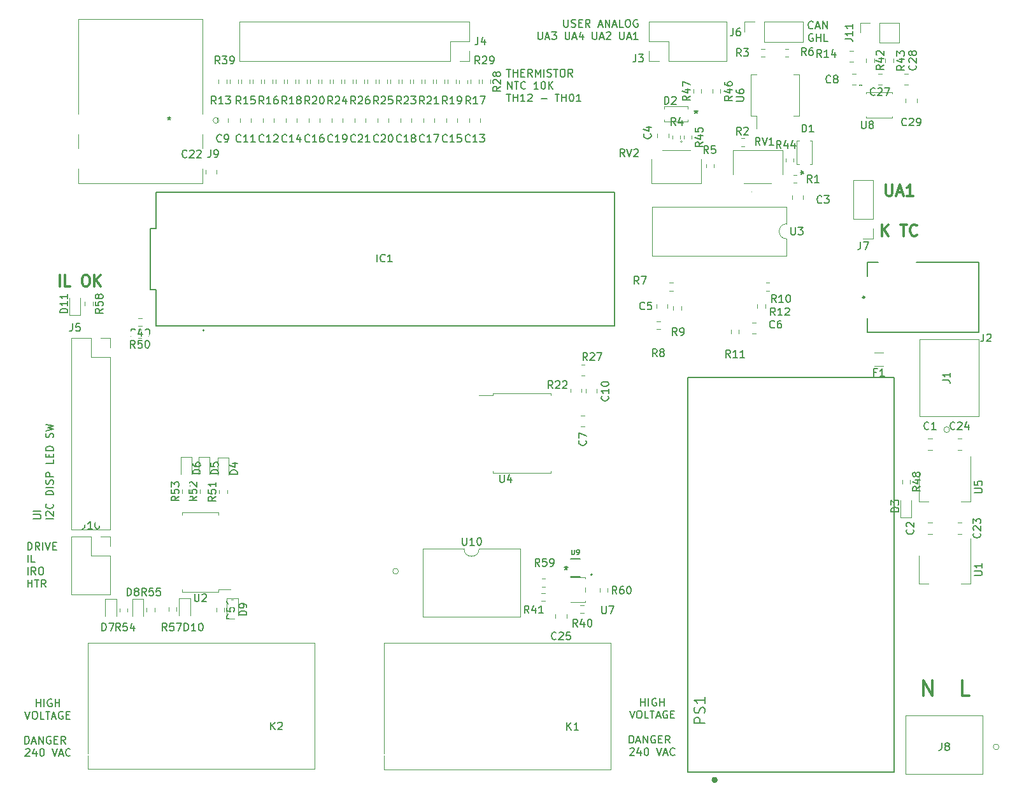
<source format=gto>
%TF.GenerationSoftware,KiCad,Pcbnew,(5.1.8)-1*%
%TF.CreationDate,2022-02-24T01:16:36-05:00*%
%TF.ProjectId,OCE_L,4f43455f-4c2e-46b6-9963-61645f706362,rev?*%
%TF.SameCoordinates,Original*%
%TF.FileFunction,Legend,Top*%
%TF.FilePolarity,Positive*%
%FSLAX46Y46*%
G04 Gerber Fmt 4.6, Leading zero omitted, Abs format (unit mm)*
G04 Created by KiCad (PCBNEW (5.1.8)-1) date 2022-02-24 01:16:36*
%MOMM*%
%LPD*%
G01*
G04 APERTURE LIST*
%ADD10C,0.150000*%
%ADD11C,0.300000*%
%ADD12C,0.127000*%
%ADD13C,0.200000*%
%ADD14C,0.250000*%
%ADD15C,0.120000*%
%ADD16C,0.400000*%
%ADD17C,3.000000*%
%ADD18C,1.308000*%
%ADD19C,1.208000*%
%ADD20O,2.000000X5.000000*%
%ADD21R,1.524000X0.431800*%
%ADD22R,1.500000X2.000000*%
%ADD23R,3.800000X2.000000*%
%ADD24O,1.700000X1.700000*%
%ADD25R,1.700000X1.700000*%
%ADD26C,1.397000*%
%ADD27C,1.549400*%
%ADD28C,3.759200*%
%ADD29C,2.108200*%
%ADD30O,1.600000X1.600000*%
%ADD31R,1.600000X1.600000*%
%ADD32C,1.219200*%
%ADD33R,0.762000X1.219200*%
%ADD34R,1.219200X0.762000*%
%ADD35C,1.803400*%
%ADD36C,2.500000*%
%ADD37C,2.030000*%
%ADD38R,2.030000X2.030000*%
%ADD39R,1.003300X0.508000*%
%ADD40R,1.170000X0.400000*%
%ADD41C,1.524000*%
G04 APERTURE END LIST*
D10*
X34266380Y-130527780D02*
X34266380Y-129527780D01*
X34266380Y-130003971D02*
X34837809Y-130003971D01*
X34837809Y-130527780D02*
X34837809Y-129527780D01*
X35314000Y-130527780D02*
X35314000Y-129527780D01*
X36314000Y-129575400D02*
X36218761Y-129527780D01*
X36075904Y-129527780D01*
X35933047Y-129575400D01*
X35837809Y-129670638D01*
X35790190Y-129765876D01*
X35742571Y-129956352D01*
X35742571Y-130099209D01*
X35790190Y-130289685D01*
X35837809Y-130384923D01*
X35933047Y-130480161D01*
X36075904Y-130527780D01*
X36171142Y-130527780D01*
X36314000Y-130480161D01*
X36361619Y-130432542D01*
X36361619Y-130099209D01*
X36171142Y-130099209D01*
X36790190Y-130527780D02*
X36790190Y-129527780D01*
X36790190Y-130003971D02*
X37361619Y-130003971D01*
X37361619Y-130527780D02*
X37361619Y-129527780D01*
X32790190Y-131177780D02*
X33123523Y-132177780D01*
X33456857Y-131177780D01*
X33980666Y-131177780D02*
X34171142Y-131177780D01*
X34266380Y-131225400D01*
X34361619Y-131320638D01*
X34409238Y-131511114D01*
X34409238Y-131844447D01*
X34361619Y-132034923D01*
X34266380Y-132130161D01*
X34171142Y-132177780D01*
X33980666Y-132177780D01*
X33885428Y-132130161D01*
X33790190Y-132034923D01*
X33742571Y-131844447D01*
X33742571Y-131511114D01*
X33790190Y-131320638D01*
X33885428Y-131225400D01*
X33980666Y-131177780D01*
X35314000Y-132177780D02*
X34837809Y-132177780D01*
X34837809Y-131177780D01*
X35504476Y-131177780D02*
X36075904Y-131177780D01*
X35790190Y-132177780D02*
X35790190Y-131177780D01*
X36361619Y-131892066D02*
X36837809Y-131892066D01*
X36266380Y-132177780D02*
X36599714Y-131177780D01*
X36933047Y-132177780D01*
X37790190Y-131225400D02*
X37694952Y-131177780D01*
X37552095Y-131177780D01*
X37409238Y-131225400D01*
X37314000Y-131320638D01*
X37266380Y-131415876D01*
X37218761Y-131606352D01*
X37218761Y-131749209D01*
X37266380Y-131939685D01*
X37314000Y-132034923D01*
X37409238Y-132130161D01*
X37552095Y-132177780D01*
X37647333Y-132177780D01*
X37790190Y-132130161D01*
X37837809Y-132082542D01*
X37837809Y-131749209D01*
X37647333Y-131749209D01*
X38266380Y-131653971D02*
X38599714Y-131653971D01*
X38742571Y-132177780D02*
X38266380Y-132177780D01*
X38266380Y-131177780D01*
X38742571Y-131177780D01*
X32766380Y-135477780D02*
X32766380Y-134477780D01*
X33004476Y-134477780D01*
X33147333Y-134525400D01*
X33242571Y-134620638D01*
X33290190Y-134715876D01*
X33337809Y-134906352D01*
X33337809Y-135049209D01*
X33290190Y-135239685D01*
X33242571Y-135334923D01*
X33147333Y-135430161D01*
X33004476Y-135477780D01*
X32766380Y-135477780D01*
X33718761Y-135192066D02*
X34194952Y-135192066D01*
X33623523Y-135477780D02*
X33956857Y-134477780D01*
X34290190Y-135477780D01*
X34623523Y-135477780D02*
X34623523Y-134477780D01*
X35194952Y-135477780D01*
X35194952Y-134477780D01*
X36194952Y-134525400D02*
X36099714Y-134477780D01*
X35956857Y-134477780D01*
X35814000Y-134525400D01*
X35718761Y-134620638D01*
X35671142Y-134715876D01*
X35623523Y-134906352D01*
X35623523Y-135049209D01*
X35671142Y-135239685D01*
X35718761Y-135334923D01*
X35814000Y-135430161D01*
X35956857Y-135477780D01*
X36052095Y-135477780D01*
X36194952Y-135430161D01*
X36242571Y-135382542D01*
X36242571Y-135049209D01*
X36052095Y-135049209D01*
X36671142Y-134953971D02*
X37004476Y-134953971D01*
X37147333Y-135477780D02*
X36671142Y-135477780D01*
X36671142Y-134477780D01*
X37147333Y-134477780D01*
X38147333Y-135477780D02*
X37814000Y-135001590D01*
X37575904Y-135477780D02*
X37575904Y-134477780D01*
X37956857Y-134477780D01*
X38052095Y-134525400D01*
X38099714Y-134573019D01*
X38147333Y-134668257D01*
X38147333Y-134811114D01*
X38099714Y-134906352D01*
X38052095Y-134953971D01*
X37956857Y-135001590D01*
X37575904Y-135001590D01*
X32837809Y-136223019D02*
X32885428Y-136175400D01*
X32980666Y-136127780D01*
X33218761Y-136127780D01*
X33314000Y-136175400D01*
X33361619Y-136223019D01*
X33409238Y-136318257D01*
X33409238Y-136413495D01*
X33361619Y-136556352D01*
X32790190Y-137127780D01*
X33409238Y-137127780D01*
X34266380Y-136461114D02*
X34266380Y-137127780D01*
X34028285Y-136080161D02*
X33790190Y-136794447D01*
X34409238Y-136794447D01*
X34980666Y-136127780D02*
X35075904Y-136127780D01*
X35171142Y-136175400D01*
X35218761Y-136223019D01*
X35266380Y-136318257D01*
X35314000Y-136508733D01*
X35314000Y-136746828D01*
X35266380Y-136937304D01*
X35218761Y-137032542D01*
X35171142Y-137080161D01*
X35075904Y-137127780D01*
X34980666Y-137127780D01*
X34885428Y-137080161D01*
X34837809Y-137032542D01*
X34790190Y-136937304D01*
X34742571Y-136746828D01*
X34742571Y-136508733D01*
X34790190Y-136318257D01*
X34837809Y-136223019D01*
X34885428Y-136175400D01*
X34980666Y-136127780D01*
X36361619Y-136127780D02*
X36694952Y-137127780D01*
X37028285Y-136127780D01*
X37314000Y-136842066D02*
X37790190Y-136842066D01*
X37218761Y-137127780D02*
X37552095Y-136127780D01*
X37885428Y-137127780D01*
X38790190Y-137032542D02*
X38742571Y-137080161D01*
X38599714Y-137127780D01*
X38504476Y-137127780D01*
X38361619Y-137080161D01*
X38266380Y-136984923D01*
X38218761Y-136889685D01*
X38171142Y-136699209D01*
X38171142Y-136556352D01*
X38218761Y-136365876D01*
X38266380Y-136270638D01*
X38361619Y-136175400D01*
X38504476Y-136127780D01*
X38599714Y-136127780D01*
X38742571Y-136175400D01*
X38790190Y-136223019D01*
D11*
X37366914Y-74643371D02*
X37366914Y-73143371D01*
X38795485Y-74643371D02*
X38081200Y-74643371D01*
X38081200Y-73143371D01*
X40724057Y-73143371D02*
X41009771Y-73143371D01*
X41152628Y-73214800D01*
X41295485Y-73357657D01*
X41366914Y-73643371D01*
X41366914Y-74143371D01*
X41295485Y-74429085D01*
X41152628Y-74571942D01*
X41009771Y-74643371D01*
X40724057Y-74643371D01*
X40581200Y-74571942D01*
X40438342Y-74429085D01*
X40366914Y-74143371D01*
X40366914Y-73643371D01*
X40438342Y-73357657D01*
X40581200Y-73214800D01*
X40724057Y-73143371D01*
X42009771Y-74643371D02*
X42009771Y-73143371D01*
X42866914Y-74643371D02*
X42224057Y-73786228D01*
X42866914Y-73143371D02*
X42009771Y-74000514D01*
X152225738Y-129047761D02*
X152225738Y-127047761D01*
X153368595Y-129047761D01*
X153368595Y-127047761D01*
X158320976Y-129047761D02*
X157368595Y-129047761D01*
X157368595Y-127047761D01*
X147236085Y-61078371D02*
X147236085Y-62292657D01*
X147307514Y-62435514D01*
X147378942Y-62506942D01*
X147521800Y-62578371D01*
X147807514Y-62578371D01*
X147950371Y-62506942D01*
X148021800Y-62435514D01*
X148093228Y-62292657D01*
X148093228Y-61078371D01*
X148736085Y-62149800D02*
X149450371Y-62149800D01*
X148593228Y-62578371D02*
X149093228Y-61078371D01*
X149593228Y-62578371D01*
X150878942Y-62578371D02*
X150021800Y-62578371D01*
X150450371Y-62578371D02*
X150450371Y-61078371D01*
X150307514Y-61292657D01*
X150164657Y-61435514D01*
X150021800Y-61506942D01*
X146710685Y-67912371D02*
X146710685Y-66412371D01*
X147567828Y-67912371D02*
X146924971Y-67055228D01*
X147567828Y-66412371D02*
X146710685Y-67269514D01*
X149139257Y-66412371D02*
X149996400Y-66412371D01*
X149567828Y-67912371D02*
X149567828Y-66412371D01*
X151353542Y-67769514D02*
X151282114Y-67840942D01*
X151067828Y-67912371D01*
X150924971Y-67912371D01*
X150710685Y-67840942D01*
X150567828Y-67698085D01*
X150496400Y-67555228D01*
X150424971Y-67269514D01*
X150424971Y-67055228D01*
X150496400Y-66769514D01*
X150567828Y-66626657D01*
X150710685Y-66483800D01*
X150924971Y-66412371D01*
X151067828Y-66412371D01*
X151282114Y-66483800D01*
X151353542Y-66555228D01*
D10*
X33152395Y-109686580D02*
X33152395Y-108686580D01*
X33390490Y-108686580D01*
X33533347Y-108734200D01*
X33628585Y-108829438D01*
X33676204Y-108924676D01*
X33723823Y-109115152D01*
X33723823Y-109258009D01*
X33676204Y-109448485D01*
X33628585Y-109543723D01*
X33533347Y-109638961D01*
X33390490Y-109686580D01*
X33152395Y-109686580D01*
X34723823Y-109686580D02*
X34390490Y-109210390D01*
X34152395Y-109686580D02*
X34152395Y-108686580D01*
X34533347Y-108686580D01*
X34628585Y-108734200D01*
X34676204Y-108781819D01*
X34723823Y-108877057D01*
X34723823Y-109019914D01*
X34676204Y-109115152D01*
X34628585Y-109162771D01*
X34533347Y-109210390D01*
X34152395Y-109210390D01*
X35152395Y-109686580D02*
X35152395Y-108686580D01*
X35485728Y-108686580D02*
X35819061Y-109686580D01*
X36152395Y-108686580D01*
X36485728Y-109162771D02*
X36819061Y-109162771D01*
X36961919Y-109686580D02*
X36485728Y-109686580D01*
X36485728Y-108686580D01*
X36961919Y-108686580D01*
X33152395Y-111336580D02*
X33152395Y-110336580D01*
X34104776Y-111336580D02*
X33628585Y-111336580D01*
X33628585Y-110336580D01*
X33152395Y-112986580D02*
X33152395Y-111986580D01*
X34200014Y-112986580D02*
X33866680Y-112510390D01*
X33628585Y-112986580D02*
X33628585Y-111986580D01*
X34009538Y-111986580D01*
X34104776Y-112034200D01*
X34152395Y-112081819D01*
X34200014Y-112177057D01*
X34200014Y-112319914D01*
X34152395Y-112415152D01*
X34104776Y-112462771D01*
X34009538Y-112510390D01*
X33628585Y-112510390D01*
X34819061Y-111986580D02*
X35009538Y-111986580D01*
X35104776Y-112034200D01*
X35200014Y-112129438D01*
X35247633Y-112319914D01*
X35247633Y-112653247D01*
X35200014Y-112843723D01*
X35104776Y-112938961D01*
X35009538Y-112986580D01*
X34819061Y-112986580D01*
X34723823Y-112938961D01*
X34628585Y-112843723D01*
X34580966Y-112653247D01*
X34580966Y-112319914D01*
X34628585Y-112129438D01*
X34723823Y-112034200D01*
X34819061Y-111986580D01*
X33152395Y-114636580D02*
X33152395Y-113636580D01*
X33152395Y-114112771D02*
X33723823Y-114112771D01*
X33723823Y-114636580D02*
X33723823Y-113636580D01*
X34057157Y-113636580D02*
X34628585Y-113636580D01*
X34342871Y-114636580D02*
X34342871Y-113636580D01*
X35533347Y-114636580D02*
X35200014Y-114160390D01*
X34961919Y-114636580D02*
X34961919Y-113636580D01*
X35342871Y-113636580D01*
X35438109Y-113684200D01*
X35485728Y-113731819D01*
X35533347Y-113827057D01*
X35533347Y-113969914D01*
X35485728Y-114065152D01*
X35438109Y-114112771D01*
X35342871Y-114160390D01*
X34961919Y-114160390D01*
X33882580Y-105557004D02*
X34692104Y-105557004D01*
X34787342Y-105509385D01*
X34834961Y-105461766D01*
X34882580Y-105366528D01*
X34882580Y-105176052D01*
X34834961Y-105080814D01*
X34787342Y-105033195D01*
X34692104Y-104985576D01*
X33882580Y-104985576D01*
X34882580Y-104509385D02*
X33882580Y-104509385D01*
X36532580Y-105557004D02*
X35532580Y-105557004D01*
X35627819Y-105128433D02*
X35580200Y-105080814D01*
X35532580Y-104985576D01*
X35532580Y-104747480D01*
X35580200Y-104652242D01*
X35627819Y-104604623D01*
X35723057Y-104557004D01*
X35818295Y-104557004D01*
X35961152Y-104604623D01*
X36532580Y-105176052D01*
X36532580Y-104557004D01*
X36437342Y-103557004D02*
X36484961Y-103604623D01*
X36532580Y-103747480D01*
X36532580Y-103842719D01*
X36484961Y-103985576D01*
X36389723Y-104080814D01*
X36294485Y-104128433D01*
X36104009Y-104176052D01*
X35961152Y-104176052D01*
X35770676Y-104128433D01*
X35675438Y-104080814D01*
X35580200Y-103985576D01*
X35532580Y-103842719D01*
X35532580Y-103747480D01*
X35580200Y-103604623D01*
X35627819Y-103557004D01*
X36532580Y-102366528D02*
X35532580Y-102366528D01*
X35532580Y-102128433D01*
X35580200Y-101985576D01*
X35675438Y-101890338D01*
X35770676Y-101842719D01*
X35961152Y-101795100D01*
X36104009Y-101795100D01*
X36294485Y-101842719D01*
X36389723Y-101890338D01*
X36484961Y-101985576D01*
X36532580Y-102128433D01*
X36532580Y-102366528D01*
X36532580Y-101366528D02*
X35532580Y-101366528D01*
X36484961Y-100937957D02*
X36532580Y-100795100D01*
X36532580Y-100557004D01*
X36484961Y-100461766D01*
X36437342Y-100414147D01*
X36342104Y-100366528D01*
X36246866Y-100366528D01*
X36151628Y-100414147D01*
X36104009Y-100461766D01*
X36056390Y-100557004D01*
X36008771Y-100747480D01*
X35961152Y-100842719D01*
X35913533Y-100890338D01*
X35818295Y-100937957D01*
X35723057Y-100937957D01*
X35627819Y-100890338D01*
X35580200Y-100842719D01*
X35532580Y-100747480D01*
X35532580Y-100509385D01*
X35580200Y-100366528D01*
X36532580Y-99937957D02*
X35532580Y-99937957D01*
X35532580Y-99557004D01*
X35580200Y-99461766D01*
X35627819Y-99414147D01*
X35723057Y-99366528D01*
X35865914Y-99366528D01*
X35961152Y-99414147D01*
X36008771Y-99461766D01*
X36056390Y-99557004D01*
X36056390Y-99937957D01*
X36532580Y-97699861D02*
X36532580Y-98176052D01*
X35532580Y-98176052D01*
X36008771Y-97366528D02*
X36008771Y-97033195D01*
X36532580Y-96890338D02*
X36532580Y-97366528D01*
X35532580Y-97366528D01*
X35532580Y-96890338D01*
X36532580Y-96461766D02*
X35532580Y-96461766D01*
X35532580Y-96223671D01*
X35580200Y-96080814D01*
X35675438Y-95985576D01*
X35770676Y-95937957D01*
X35961152Y-95890338D01*
X36104009Y-95890338D01*
X36294485Y-95937957D01*
X36389723Y-95985576D01*
X36484961Y-96080814D01*
X36532580Y-96223671D01*
X36532580Y-96461766D01*
X36484961Y-94747480D02*
X36532580Y-94604623D01*
X36532580Y-94366528D01*
X36484961Y-94271290D01*
X36437342Y-94223671D01*
X36342104Y-94176052D01*
X36246866Y-94176052D01*
X36151628Y-94223671D01*
X36104009Y-94271290D01*
X36056390Y-94366528D01*
X36008771Y-94557004D01*
X35961152Y-94652242D01*
X35913533Y-94699861D01*
X35818295Y-94747480D01*
X35723057Y-94747480D01*
X35627819Y-94699861D01*
X35580200Y-94652242D01*
X35532580Y-94557004D01*
X35532580Y-94318909D01*
X35580200Y-94176052D01*
X35532580Y-93842719D02*
X36532580Y-93604623D01*
X35818295Y-93414147D01*
X36532580Y-93223671D01*
X35532580Y-92985576D01*
X96776238Y-45744880D02*
X97347666Y-45744880D01*
X97061952Y-46744880D02*
X97061952Y-45744880D01*
X97681000Y-46744880D02*
X97681000Y-45744880D01*
X97681000Y-46221071D02*
X98252428Y-46221071D01*
X98252428Y-46744880D02*
X98252428Y-45744880D01*
X98728619Y-46221071D02*
X99061952Y-46221071D01*
X99204809Y-46744880D02*
X98728619Y-46744880D01*
X98728619Y-45744880D01*
X99204809Y-45744880D01*
X100204809Y-46744880D02*
X99871476Y-46268690D01*
X99633380Y-46744880D02*
X99633380Y-45744880D01*
X100014333Y-45744880D01*
X100109571Y-45792500D01*
X100157190Y-45840119D01*
X100204809Y-45935357D01*
X100204809Y-46078214D01*
X100157190Y-46173452D01*
X100109571Y-46221071D01*
X100014333Y-46268690D01*
X99633380Y-46268690D01*
X100633380Y-46744880D02*
X100633380Y-45744880D01*
X100966714Y-46459166D01*
X101300047Y-45744880D01*
X101300047Y-46744880D01*
X101776238Y-46744880D02*
X101776238Y-45744880D01*
X102204809Y-46697261D02*
X102347666Y-46744880D01*
X102585761Y-46744880D01*
X102681000Y-46697261D01*
X102728619Y-46649642D01*
X102776238Y-46554404D01*
X102776238Y-46459166D01*
X102728619Y-46363928D01*
X102681000Y-46316309D01*
X102585761Y-46268690D01*
X102395285Y-46221071D01*
X102300047Y-46173452D01*
X102252428Y-46125833D01*
X102204809Y-46030595D01*
X102204809Y-45935357D01*
X102252428Y-45840119D01*
X102300047Y-45792500D01*
X102395285Y-45744880D01*
X102633380Y-45744880D01*
X102776238Y-45792500D01*
X103061952Y-45744880D02*
X103633380Y-45744880D01*
X103347666Y-46744880D02*
X103347666Y-45744880D01*
X104157190Y-45744880D02*
X104347666Y-45744880D01*
X104442904Y-45792500D01*
X104538142Y-45887738D01*
X104585761Y-46078214D01*
X104585761Y-46411547D01*
X104538142Y-46602023D01*
X104442904Y-46697261D01*
X104347666Y-46744880D01*
X104157190Y-46744880D01*
X104061952Y-46697261D01*
X103966714Y-46602023D01*
X103919095Y-46411547D01*
X103919095Y-46078214D01*
X103966714Y-45887738D01*
X104061952Y-45792500D01*
X104157190Y-45744880D01*
X105585761Y-46744880D02*
X105252428Y-46268690D01*
X105014333Y-46744880D02*
X105014333Y-45744880D01*
X105395285Y-45744880D01*
X105490523Y-45792500D01*
X105538142Y-45840119D01*
X105585761Y-45935357D01*
X105585761Y-46078214D01*
X105538142Y-46173452D01*
X105490523Y-46221071D01*
X105395285Y-46268690D01*
X105014333Y-46268690D01*
X96919095Y-48394880D02*
X96919095Y-47394880D01*
X97490523Y-48394880D01*
X97490523Y-47394880D01*
X97823857Y-47394880D02*
X98395285Y-47394880D01*
X98109571Y-48394880D02*
X98109571Y-47394880D01*
X99300047Y-48299642D02*
X99252428Y-48347261D01*
X99109571Y-48394880D01*
X99014333Y-48394880D01*
X98871476Y-48347261D01*
X98776238Y-48252023D01*
X98728619Y-48156785D01*
X98681000Y-47966309D01*
X98681000Y-47823452D01*
X98728619Y-47632976D01*
X98776238Y-47537738D01*
X98871476Y-47442500D01*
X99014333Y-47394880D01*
X99109571Y-47394880D01*
X99252428Y-47442500D01*
X99300047Y-47490119D01*
X101014333Y-48394880D02*
X100442904Y-48394880D01*
X100728619Y-48394880D02*
X100728619Y-47394880D01*
X100633380Y-47537738D01*
X100538142Y-47632976D01*
X100442904Y-47680595D01*
X101633380Y-47394880D02*
X101728619Y-47394880D01*
X101823857Y-47442500D01*
X101871476Y-47490119D01*
X101919095Y-47585357D01*
X101966714Y-47775833D01*
X101966714Y-48013928D01*
X101919095Y-48204404D01*
X101871476Y-48299642D01*
X101823857Y-48347261D01*
X101728619Y-48394880D01*
X101633380Y-48394880D01*
X101538142Y-48347261D01*
X101490523Y-48299642D01*
X101442904Y-48204404D01*
X101395285Y-48013928D01*
X101395285Y-47775833D01*
X101442904Y-47585357D01*
X101490523Y-47490119D01*
X101538142Y-47442500D01*
X101633380Y-47394880D01*
X102395285Y-48394880D02*
X102395285Y-47394880D01*
X102966714Y-48394880D02*
X102538142Y-47823452D01*
X102966714Y-47394880D02*
X102395285Y-47966309D01*
X96776238Y-49044880D02*
X97347666Y-49044880D01*
X97061952Y-50044880D02*
X97061952Y-49044880D01*
X97681000Y-50044880D02*
X97681000Y-49044880D01*
X97681000Y-49521071D02*
X98252428Y-49521071D01*
X98252428Y-50044880D02*
X98252428Y-49044880D01*
X99252428Y-50044880D02*
X98681000Y-50044880D01*
X98966714Y-50044880D02*
X98966714Y-49044880D01*
X98871476Y-49187738D01*
X98776238Y-49282976D01*
X98681000Y-49330595D01*
X99633380Y-49140119D02*
X99681000Y-49092500D01*
X99776238Y-49044880D01*
X100014333Y-49044880D01*
X100109571Y-49092500D01*
X100157190Y-49140119D01*
X100204809Y-49235357D01*
X100204809Y-49330595D01*
X100157190Y-49473452D01*
X99585761Y-50044880D01*
X100204809Y-50044880D01*
X101395285Y-49663928D02*
X102157190Y-49663928D01*
X103252428Y-49044880D02*
X103823857Y-49044880D01*
X103538142Y-50044880D02*
X103538142Y-49044880D01*
X104157190Y-50044880D02*
X104157190Y-49044880D01*
X104157190Y-49521071D02*
X104728619Y-49521071D01*
X104728619Y-50044880D02*
X104728619Y-49044880D01*
X105395285Y-49044880D02*
X105490523Y-49044880D01*
X105585761Y-49092500D01*
X105633380Y-49140119D01*
X105681000Y-49235357D01*
X105728619Y-49425833D01*
X105728619Y-49663928D01*
X105681000Y-49854404D01*
X105633380Y-49949642D01*
X105585761Y-49997261D01*
X105490523Y-50044880D01*
X105395285Y-50044880D01*
X105300047Y-49997261D01*
X105252428Y-49949642D01*
X105204809Y-49854404D01*
X105157190Y-49663928D01*
X105157190Y-49425833D01*
X105204809Y-49235357D01*
X105252428Y-49140119D01*
X105300047Y-49092500D01*
X105395285Y-49044880D01*
X106681000Y-50044880D02*
X106109571Y-50044880D01*
X106395285Y-50044880D02*
X106395285Y-49044880D01*
X106300047Y-49187738D01*
X106204809Y-49282976D01*
X106109571Y-49330595D01*
X104408880Y-39140380D02*
X104408880Y-39949904D01*
X104456500Y-40045142D01*
X104504119Y-40092761D01*
X104599357Y-40140380D01*
X104789833Y-40140380D01*
X104885071Y-40092761D01*
X104932690Y-40045142D01*
X104980309Y-39949904D01*
X104980309Y-39140380D01*
X105408880Y-40092761D02*
X105551738Y-40140380D01*
X105789833Y-40140380D01*
X105885071Y-40092761D01*
X105932690Y-40045142D01*
X105980309Y-39949904D01*
X105980309Y-39854666D01*
X105932690Y-39759428D01*
X105885071Y-39711809D01*
X105789833Y-39664190D01*
X105599357Y-39616571D01*
X105504119Y-39568952D01*
X105456500Y-39521333D01*
X105408880Y-39426095D01*
X105408880Y-39330857D01*
X105456500Y-39235619D01*
X105504119Y-39188000D01*
X105599357Y-39140380D01*
X105837452Y-39140380D01*
X105980309Y-39188000D01*
X106408880Y-39616571D02*
X106742214Y-39616571D01*
X106885071Y-40140380D02*
X106408880Y-40140380D01*
X106408880Y-39140380D01*
X106885071Y-39140380D01*
X107885071Y-40140380D02*
X107551738Y-39664190D01*
X107313642Y-40140380D02*
X107313642Y-39140380D01*
X107694595Y-39140380D01*
X107789833Y-39188000D01*
X107837452Y-39235619D01*
X107885071Y-39330857D01*
X107885071Y-39473714D01*
X107837452Y-39568952D01*
X107789833Y-39616571D01*
X107694595Y-39664190D01*
X107313642Y-39664190D01*
X109027928Y-39854666D02*
X109504119Y-39854666D01*
X108932690Y-40140380D02*
X109266023Y-39140380D01*
X109599357Y-40140380D01*
X109932690Y-40140380D02*
X109932690Y-39140380D01*
X110504119Y-40140380D01*
X110504119Y-39140380D01*
X110932690Y-39854666D02*
X111408880Y-39854666D01*
X110837452Y-40140380D02*
X111170785Y-39140380D01*
X111504119Y-40140380D01*
X112313642Y-40140380D02*
X111837452Y-40140380D01*
X111837452Y-39140380D01*
X112837452Y-39140380D02*
X113027928Y-39140380D01*
X113123166Y-39188000D01*
X113218404Y-39283238D01*
X113266023Y-39473714D01*
X113266023Y-39807047D01*
X113218404Y-39997523D01*
X113123166Y-40092761D01*
X113027928Y-40140380D01*
X112837452Y-40140380D01*
X112742214Y-40092761D01*
X112646976Y-39997523D01*
X112599357Y-39807047D01*
X112599357Y-39473714D01*
X112646976Y-39283238D01*
X112742214Y-39188000D01*
X112837452Y-39140380D01*
X114218404Y-39188000D02*
X114123166Y-39140380D01*
X113980309Y-39140380D01*
X113837452Y-39188000D01*
X113742214Y-39283238D01*
X113694595Y-39378476D01*
X113646976Y-39568952D01*
X113646976Y-39711809D01*
X113694595Y-39902285D01*
X113742214Y-39997523D01*
X113837452Y-40092761D01*
X113980309Y-40140380D01*
X114075547Y-40140380D01*
X114218404Y-40092761D01*
X114266023Y-40045142D01*
X114266023Y-39711809D01*
X114075547Y-39711809D01*
X100980309Y-40790380D02*
X100980309Y-41599904D01*
X101027928Y-41695142D01*
X101075547Y-41742761D01*
X101170785Y-41790380D01*
X101361261Y-41790380D01*
X101456500Y-41742761D01*
X101504119Y-41695142D01*
X101551738Y-41599904D01*
X101551738Y-40790380D01*
X101980309Y-41504666D02*
X102456500Y-41504666D01*
X101885071Y-41790380D02*
X102218404Y-40790380D01*
X102551738Y-41790380D01*
X102789833Y-40790380D02*
X103408880Y-40790380D01*
X103075547Y-41171333D01*
X103218404Y-41171333D01*
X103313642Y-41218952D01*
X103361261Y-41266571D01*
X103408880Y-41361809D01*
X103408880Y-41599904D01*
X103361261Y-41695142D01*
X103313642Y-41742761D01*
X103218404Y-41790380D01*
X102932690Y-41790380D01*
X102837452Y-41742761D01*
X102789833Y-41695142D01*
X104599357Y-40790380D02*
X104599357Y-41599904D01*
X104646976Y-41695142D01*
X104694595Y-41742761D01*
X104789833Y-41790380D01*
X104980309Y-41790380D01*
X105075547Y-41742761D01*
X105123166Y-41695142D01*
X105170785Y-41599904D01*
X105170785Y-40790380D01*
X105599357Y-41504666D02*
X106075547Y-41504666D01*
X105504119Y-41790380D02*
X105837452Y-40790380D01*
X106170785Y-41790380D01*
X106932690Y-41123714D02*
X106932690Y-41790380D01*
X106694595Y-40742761D02*
X106456500Y-41457047D01*
X107075547Y-41457047D01*
X108218404Y-40790380D02*
X108218404Y-41599904D01*
X108266023Y-41695142D01*
X108313642Y-41742761D01*
X108408880Y-41790380D01*
X108599357Y-41790380D01*
X108694595Y-41742761D01*
X108742214Y-41695142D01*
X108789833Y-41599904D01*
X108789833Y-40790380D01*
X109218404Y-41504666D02*
X109694595Y-41504666D01*
X109123166Y-41790380D02*
X109456500Y-40790380D01*
X109789833Y-41790380D01*
X110075547Y-40885619D02*
X110123166Y-40838000D01*
X110218404Y-40790380D01*
X110456500Y-40790380D01*
X110551738Y-40838000D01*
X110599357Y-40885619D01*
X110646976Y-40980857D01*
X110646976Y-41076095D01*
X110599357Y-41218952D01*
X110027928Y-41790380D01*
X110646976Y-41790380D01*
X111837452Y-40790380D02*
X111837452Y-41599904D01*
X111885071Y-41695142D01*
X111932690Y-41742761D01*
X112027928Y-41790380D01*
X112218404Y-41790380D01*
X112313642Y-41742761D01*
X112361261Y-41695142D01*
X112408880Y-41599904D01*
X112408880Y-40790380D01*
X112837452Y-41504666D02*
X113313642Y-41504666D01*
X112742214Y-41790380D02*
X113075547Y-40790380D01*
X113408880Y-41790380D01*
X114266023Y-41790380D02*
X113694595Y-41790380D01*
X113980309Y-41790380D02*
X113980309Y-40790380D01*
X113885071Y-40933238D01*
X113789833Y-41028476D01*
X113694595Y-41076095D01*
X137533142Y-40273742D02*
X137485523Y-40321361D01*
X137342666Y-40368980D01*
X137247428Y-40368980D01*
X137104571Y-40321361D01*
X137009333Y-40226123D01*
X136961714Y-40130885D01*
X136914095Y-39940409D01*
X136914095Y-39797552D01*
X136961714Y-39607076D01*
X137009333Y-39511838D01*
X137104571Y-39416600D01*
X137247428Y-39368980D01*
X137342666Y-39368980D01*
X137485523Y-39416600D01*
X137533142Y-39464219D01*
X137914095Y-40083266D02*
X138390285Y-40083266D01*
X137818857Y-40368980D02*
X138152190Y-39368980D01*
X138485523Y-40368980D01*
X138818857Y-40368980D02*
X138818857Y-39368980D01*
X139390285Y-40368980D01*
X139390285Y-39368980D01*
X137509333Y-41066600D02*
X137414095Y-41018980D01*
X137271238Y-41018980D01*
X137128380Y-41066600D01*
X137033142Y-41161838D01*
X136985523Y-41257076D01*
X136937904Y-41447552D01*
X136937904Y-41590409D01*
X136985523Y-41780885D01*
X137033142Y-41876123D01*
X137128380Y-41971361D01*
X137271238Y-42018980D01*
X137366476Y-42018980D01*
X137509333Y-41971361D01*
X137556952Y-41923742D01*
X137556952Y-41590409D01*
X137366476Y-41590409D01*
X137985523Y-42018980D02*
X137985523Y-41018980D01*
X137985523Y-41495171D02*
X138556952Y-41495171D01*
X138556952Y-42018980D02*
X138556952Y-41018980D01*
X139509333Y-42018980D02*
X139033142Y-42018980D01*
X139033142Y-41018980D01*
X114631980Y-130426180D02*
X114631980Y-129426180D01*
X114631980Y-129902371D02*
X115203409Y-129902371D01*
X115203409Y-130426180D02*
X115203409Y-129426180D01*
X115679600Y-130426180D02*
X115679600Y-129426180D01*
X116679600Y-129473800D02*
X116584361Y-129426180D01*
X116441504Y-129426180D01*
X116298647Y-129473800D01*
X116203409Y-129569038D01*
X116155790Y-129664276D01*
X116108171Y-129854752D01*
X116108171Y-129997609D01*
X116155790Y-130188085D01*
X116203409Y-130283323D01*
X116298647Y-130378561D01*
X116441504Y-130426180D01*
X116536742Y-130426180D01*
X116679600Y-130378561D01*
X116727219Y-130330942D01*
X116727219Y-129997609D01*
X116536742Y-129997609D01*
X117155790Y-130426180D02*
X117155790Y-129426180D01*
X117155790Y-129902371D02*
X117727219Y-129902371D01*
X117727219Y-130426180D02*
X117727219Y-129426180D01*
X113155790Y-131076180D02*
X113489123Y-132076180D01*
X113822457Y-131076180D01*
X114346266Y-131076180D02*
X114536742Y-131076180D01*
X114631980Y-131123800D01*
X114727219Y-131219038D01*
X114774838Y-131409514D01*
X114774838Y-131742847D01*
X114727219Y-131933323D01*
X114631980Y-132028561D01*
X114536742Y-132076180D01*
X114346266Y-132076180D01*
X114251028Y-132028561D01*
X114155790Y-131933323D01*
X114108171Y-131742847D01*
X114108171Y-131409514D01*
X114155790Y-131219038D01*
X114251028Y-131123800D01*
X114346266Y-131076180D01*
X115679600Y-132076180D02*
X115203409Y-132076180D01*
X115203409Y-131076180D01*
X115870076Y-131076180D02*
X116441504Y-131076180D01*
X116155790Y-132076180D02*
X116155790Y-131076180D01*
X116727219Y-131790466D02*
X117203409Y-131790466D01*
X116631980Y-132076180D02*
X116965314Y-131076180D01*
X117298647Y-132076180D01*
X118155790Y-131123800D02*
X118060552Y-131076180D01*
X117917695Y-131076180D01*
X117774838Y-131123800D01*
X117679600Y-131219038D01*
X117631980Y-131314276D01*
X117584361Y-131504752D01*
X117584361Y-131647609D01*
X117631980Y-131838085D01*
X117679600Y-131933323D01*
X117774838Y-132028561D01*
X117917695Y-132076180D01*
X118012933Y-132076180D01*
X118155790Y-132028561D01*
X118203409Y-131980942D01*
X118203409Y-131647609D01*
X118012933Y-131647609D01*
X118631980Y-131552371D02*
X118965314Y-131552371D01*
X119108171Y-132076180D02*
X118631980Y-132076180D01*
X118631980Y-131076180D01*
X119108171Y-131076180D01*
X113131980Y-135376180D02*
X113131980Y-134376180D01*
X113370076Y-134376180D01*
X113512933Y-134423800D01*
X113608171Y-134519038D01*
X113655790Y-134614276D01*
X113703409Y-134804752D01*
X113703409Y-134947609D01*
X113655790Y-135138085D01*
X113608171Y-135233323D01*
X113512933Y-135328561D01*
X113370076Y-135376180D01*
X113131980Y-135376180D01*
X114084361Y-135090466D02*
X114560552Y-135090466D01*
X113989123Y-135376180D02*
X114322457Y-134376180D01*
X114655790Y-135376180D01*
X114989123Y-135376180D02*
X114989123Y-134376180D01*
X115560552Y-135376180D01*
X115560552Y-134376180D01*
X116560552Y-134423800D02*
X116465314Y-134376180D01*
X116322457Y-134376180D01*
X116179600Y-134423800D01*
X116084361Y-134519038D01*
X116036742Y-134614276D01*
X115989123Y-134804752D01*
X115989123Y-134947609D01*
X116036742Y-135138085D01*
X116084361Y-135233323D01*
X116179600Y-135328561D01*
X116322457Y-135376180D01*
X116417695Y-135376180D01*
X116560552Y-135328561D01*
X116608171Y-135280942D01*
X116608171Y-134947609D01*
X116417695Y-134947609D01*
X117036742Y-134852371D02*
X117370076Y-134852371D01*
X117512933Y-135376180D02*
X117036742Y-135376180D01*
X117036742Y-134376180D01*
X117512933Y-134376180D01*
X118512933Y-135376180D02*
X118179600Y-134899990D01*
X117941504Y-135376180D02*
X117941504Y-134376180D01*
X118322457Y-134376180D01*
X118417695Y-134423800D01*
X118465314Y-134471419D01*
X118512933Y-134566657D01*
X118512933Y-134709514D01*
X118465314Y-134804752D01*
X118417695Y-134852371D01*
X118322457Y-134899990D01*
X117941504Y-134899990D01*
X113203409Y-136121419D02*
X113251028Y-136073800D01*
X113346266Y-136026180D01*
X113584361Y-136026180D01*
X113679600Y-136073800D01*
X113727219Y-136121419D01*
X113774838Y-136216657D01*
X113774838Y-136311895D01*
X113727219Y-136454752D01*
X113155790Y-137026180D01*
X113774838Y-137026180D01*
X114631980Y-136359514D02*
X114631980Y-137026180D01*
X114393885Y-135978561D02*
X114155790Y-136692847D01*
X114774838Y-136692847D01*
X115346266Y-136026180D02*
X115441504Y-136026180D01*
X115536742Y-136073800D01*
X115584361Y-136121419D01*
X115631980Y-136216657D01*
X115679600Y-136407133D01*
X115679600Y-136645228D01*
X115631980Y-136835704D01*
X115584361Y-136930942D01*
X115536742Y-136978561D01*
X115441504Y-137026180D01*
X115346266Y-137026180D01*
X115251028Y-136978561D01*
X115203409Y-136930942D01*
X115155790Y-136835704D01*
X115108171Y-136645228D01*
X115108171Y-136407133D01*
X115155790Y-136216657D01*
X115203409Y-136121419D01*
X115251028Y-136073800D01*
X115346266Y-136026180D01*
X116727219Y-136026180D02*
X117060552Y-137026180D01*
X117393885Y-136026180D01*
X117679600Y-136740466D02*
X118155790Y-136740466D01*
X117584361Y-137026180D02*
X117917695Y-136026180D01*
X118251028Y-137026180D01*
X119155790Y-136930942D02*
X119108171Y-136978561D01*
X118965314Y-137026180D01*
X118870076Y-137026180D01*
X118727219Y-136978561D01*
X118631980Y-136883323D01*
X118584361Y-136788085D01*
X118536742Y-136597609D01*
X118536742Y-136454752D01*
X118584361Y-136264276D01*
X118631980Y-136169038D01*
X118727219Y-136073800D01*
X118870076Y-136026180D01*
X118965314Y-136026180D01*
X119108171Y-136073800D01*
X119155790Y-136121419D01*
D12*
%TO.C,IC1*%
X50165000Y-62103000D02*
X111125000Y-62103000D01*
X111125000Y-62103000D02*
X111125000Y-79883000D01*
X111125000Y-79883000D02*
X50165000Y-79883000D01*
X50165000Y-75023000D02*
X49465000Y-75023000D01*
X50165000Y-66963000D02*
X49465000Y-66963000D01*
X49465000Y-75023000D02*
X49465000Y-66963000D01*
X50165000Y-79883000D02*
X50165000Y-75023000D01*
X50165000Y-62103000D02*
X50165000Y-66963000D01*
D13*
X56615000Y-80493000D02*
G75*
G03*
X56615000Y-80493000I-100000J0D01*
G01*
D14*
%TO.C,J2*%
X144392000Y-76073000D02*
G75*
G03*
X144392000Y-76073000I-125000J0D01*
G01*
D10*
X159592000Y-71448000D02*
X159592000Y-80698000D01*
X146167001Y-71448000D02*
X144792000Y-71448000D01*
X159592000Y-71448000D02*
X151317000Y-71448000D01*
X144792000Y-78897999D02*
X144792000Y-80698000D01*
X144792000Y-71448000D02*
X144792000Y-73248001D01*
X159592000Y-80698000D02*
X144792000Y-80698000D01*
D15*
%TO.C,U8*%
X144576800Y-52242601D02*
X148031200Y-52242601D01*
X148031200Y-52242601D02*
X148031200Y-52039040D01*
X148031200Y-48788201D02*
X144576800Y-48788201D01*
X144576800Y-48788201D02*
X144576800Y-48991762D01*
X144576800Y-52039040D02*
X144576800Y-52242601D01*
X148031200Y-48991762D02*
X148031200Y-48788201D01*
%TO.C,R12*%
X130160500Y-77517258D02*
X130160500Y-77042742D01*
X131205500Y-77517258D02*
X131205500Y-77042742D01*
%TO.C,U1*%
X151657000Y-114203000D02*
X152917000Y-114203000D01*
X158477000Y-114203000D02*
X157217000Y-114203000D01*
X151657000Y-110443000D02*
X151657000Y-114203000D01*
X158477000Y-108193000D02*
X158477000Y-114203000D01*
%TO.C,J6*%
X131064000Y-42097000D02*
X131064000Y-39437000D01*
X131064000Y-42097000D02*
X136204000Y-42097000D01*
X136204000Y-42097000D02*
X136204000Y-39437000D01*
X131064000Y-39437000D02*
X136204000Y-39437000D01*
X128464000Y-39437000D02*
X129794000Y-39437000D01*
X128464000Y-40767000D02*
X128464000Y-39437000D01*
%TO.C,U5*%
X151657000Y-103231000D02*
X152917000Y-103231000D01*
X158477000Y-103231000D02*
X157217000Y-103231000D01*
X151657000Y-99471000D02*
X151657000Y-103231000D01*
X158477000Y-97221000D02*
X158477000Y-103231000D01*
%TO.C,J4*%
X91881000Y-39437000D02*
X91881000Y-42037000D01*
X91881000Y-39437000D02*
X61281000Y-39437000D01*
X61281000Y-39437000D02*
X61281000Y-44637000D01*
X89281000Y-44637000D02*
X61281000Y-44637000D01*
X89281000Y-42037000D02*
X89281000Y-44637000D01*
X91881000Y-42037000D02*
X89281000Y-42037000D01*
X91881000Y-44637000D02*
X90551000Y-44637000D01*
X91881000Y-43307000D02*
X91881000Y-44637000D01*
%TO.C,J3*%
X115764000Y-44637000D02*
X115764000Y-43307000D01*
X117094000Y-44637000D02*
X115764000Y-44637000D01*
X115764000Y-42037000D02*
X115764000Y-39437000D01*
X118364000Y-42037000D02*
X115764000Y-42037000D01*
X118364000Y-44637000D02*
X118364000Y-42037000D01*
X115764000Y-39437000D02*
X126044000Y-39437000D01*
X118364000Y-44637000D02*
X126044000Y-44637000D01*
X126044000Y-44637000D02*
X126044000Y-39437000D01*
%TO.C,J9*%
X56388000Y-56304247D02*
X56388000Y-54381773D01*
X39878000Y-58971773D02*
X39878000Y-60914610D01*
X56388000Y-51714247D02*
X56388000Y-39121410D01*
X39878000Y-54381773D02*
X39878000Y-56304247D01*
X56388000Y-39121410D02*
X39878000Y-39121410D01*
X39878000Y-39121410D02*
X39878000Y-51714247D01*
X39878000Y-60914610D02*
X56388000Y-60914610D01*
X56388000Y-60914610D02*
X56388000Y-58971773D01*
X58547000Y-52558010D02*
G75*
G03*
X58547000Y-52558010I-381000J0D01*
G01*
%TO.C,C3*%
X136244000Y-62526749D02*
X136244000Y-63049253D01*
X134774000Y-62526749D02*
X134774000Y-63049253D01*
%TO.C,C5*%
X116740000Y-77538252D02*
X116740000Y-77015748D01*
X118210000Y-77538252D02*
X118210000Y-77015748D01*
%TO.C,C6*%
X129415948Y-79427400D02*
X129938452Y-79427400D01*
X129415948Y-80897400D02*
X129938452Y-80897400D01*
%TO.C,C7*%
X106682948Y-91835300D02*
X107205452Y-91835300D01*
X106682948Y-93305300D02*
X107205452Y-93305300D01*
%TO.C,C9*%
X59790000Y-52250748D02*
X59790000Y-52773252D01*
X58320000Y-52250748D02*
X58320000Y-52773252D01*
%TO.C,C10*%
X107342000Y-88790452D02*
X107342000Y-88267948D01*
X108812000Y-88790452D02*
X108812000Y-88267948D01*
%TO.C,C11*%
X62838000Y-52250748D02*
X62838000Y-52773252D01*
X61368000Y-52250748D02*
X61368000Y-52773252D01*
%TO.C,C12*%
X65886000Y-52250748D02*
X65886000Y-52773252D01*
X64416000Y-52250748D02*
X64416000Y-52773252D01*
%TO.C,C13*%
X93318000Y-52250748D02*
X93318000Y-52773252D01*
X91848000Y-52250748D02*
X91848000Y-52773252D01*
%TO.C,C14*%
X68934000Y-52250748D02*
X68934000Y-52773252D01*
X67464000Y-52250748D02*
X67464000Y-52773252D01*
%TO.C,C15*%
X90270000Y-52250748D02*
X90270000Y-52773252D01*
X88800000Y-52250748D02*
X88800000Y-52773252D01*
%TO.C,C16*%
X71982000Y-52250748D02*
X71982000Y-52773252D01*
X70512000Y-52250748D02*
X70512000Y-52773252D01*
%TO.C,C17*%
X87222000Y-52250748D02*
X87222000Y-52773252D01*
X85752000Y-52250748D02*
X85752000Y-52773252D01*
%TO.C,C18*%
X84174000Y-52250748D02*
X84174000Y-52773252D01*
X82704000Y-52250748D02*
X82704000Y-52773252D01*
%TO.C,C19*%
X75030000Y-52250748D02*
X75030000Y-52773252D01*
X73560000Y-52250748D02*
X73560000Y-52773252D01*
%TO.C,C20*%
X81126000Y-52250748D02*
X81126000Y-52773252D01*
X79656000Y-52250748D02*
X79656000Y-52773252D01*
%TO.C,C21*%
X78078000Y-52250748D02*
X78078000Y-52773252D01*
X76608000Y-52250748D02*
X76608000Y-52773252D01*
%TO.C,R22*%
X106780000Y-88264636D02*
X106780000Y-88718764D01*
X105310000Y-88264636D02*
X105310000Y-88718764D01*
%TO.C,R27*%
X107184564Y-86536200D02*
X106730436Y-86536200D01*
X107184564Y-85066200D02*
X106730436Y-85066200D01*
%TO.C,U2*%
X56082000Y-104722000D02*
X53697000Y-104722000D01*
X53697000Y-104722000D02*
X53697000Y-105002000D01*
X56082000Y-104722000D02*
X58467000Y-104722000D01*
X58467000Y-104722000D02*
X58467000Y-105002000D01*
X56082000Y-115242000D02*
X53697000Y-115242000D01*
X53697000Y-115242000D02*
X53697000Y-114962000D01*
X56082000Y-115242000D02*
X58467000Y-115242000D01*
X58467000Y-115242000D02*
X58467000Y-114962000D01*
X58467000Y-114962000D02*
X60132000Y-114962000D01*
%TO.C,U3*%
X134045000Y-66310000D02*
X134045000Y-64075000D01*
X134045000Y-64075000D02*
X116145000Y-64075000D01*
X116145000Y-64075000D02*
X116145000Y-70545000D01*
X116145000Y-70545000D02*
X134045000Y-70545000D01*
X134045000Y-70545000D02*
X134045000Y-68310000D01*
X134045000Y-68310000D02*
G75*
G02*
X134045000Y-66310000I0J1000000D01*
G01*
%TO.C,RV1*%
X128331261Y-60934600D02*
X132018739Y-60934600D01*
X133477000Y-59745199D02*
X133477000Y-56489600D01*
X133477000Y-56489600D02*
X126873000Y-56489600D01*
X126873000Y-56489600D02*
X126873000Y-59745199D01*
X129667000Y-62077600D02*
G75*
G03*
X129667000Y-62077600I-127000J0D01*
G01*
%TO.C,RV2*%
X121223739Y-56515000D02*
X117536261Y-56515000D01*
X116078000Y-57704401D02*
X116078000Y-60960000D01*
X116078000Y-60960000D02*
X122682000Y-60960000D01*
X122682000Y-60960000D02*
X122682000Y-57704401D01*
X120142000Y-55372000D02*
G75*
G03*
X120142000Y-55372000I-127000J0D01*
G01*
%TO.C,C22*%
X56796000Y-59631252D02*
X56796000Y-59108748D01*
X58266000Y-59631252D02*
X58266000Y-59108748D01*
%TO.C,C1*%
X152839748Y-94896000D02*
X153362252Y-94896000D01*
X152839748Y-96366000D02*
X153362252Y-96366000D01*
%TO.C,C2*%
X153362252Y-107542000D02*
X152839748Y-107542000D01*
X153362252Y-106072000D02*
X152839748Y-106072000D01*
%TO.C,C23*%
X156771748Y-106072000D02*
X157294252Y-106072000D01*
X156771748Y-107542000D02*
X157294252Y-107542000D01*
%TO.C,C24*%
X157294252Y-96366000D02*
X156771748Y-96366000D01*
X157294252Y-94896000D02*
X156771748Y-94896000D01*
%TO.C,R2*%
X128444258Y-55996100D02*
X127969742Y-55996100D01*
X128444258Y-54951100D02*
X127969742Y-54951100D01*
%TO.C,R5*%
X123327900Y-58848258D02*
X123327900Y-58373742D01*
X124372900Y-58848258D02*
X124372900Y-58373742D01*
%TO.C,R7*%
X118919258Y-75198500D02*
X118444742Y-75198500D01*
X118919258Y-74153500D02*
X118444742Y-74153500D01*
%TO.C,R8*%
X117241858Y-80329300D02*
X116767342Y-80329300D01*
X117241858Y-79284300D02*
X116767342Y-79284300D01*
%TO.C,R9*%
X118984500Y-77771258D02*
X118984500Y-77296742D01*
X120029500Y-77771258D02*
X120029500Y-77296742D01*
%TO.C,R10*%
X131271742Y-74153500D02*
X131746258Y-74153500D01*
X131271742Y-75198500D02*
X131746258Y-75198500D01*
%TO.C,R11*%
X127674900Y-80420942D02*
X127674900Y-80895458D01*
X126629900Y-80420942D02*
X126629900Y-80895458D01*
%TO.C,R13*%
X59577500Y-47157242D02*
X59577500Y-47631758D01*
X58532500Y-47157242D02*
X58532500Y-47631758D01*
%TO.C,R15*%
X62625500Y-47157242D02*
X62625500Y-47631758D01*
X61580500Y-47157242D02*
X61580500Y-47631758D01*
%TO.C,R16*%
X65673500Y-47157242D02*
X65673500Y-47631758D01*
X64628500Y-47157242D02*
X64628500Y-47631758D01*
%TO.C,R17*%
X93105500Y-47157242D02*
X93105500Y-47631758D01*
X92060500Y-47157242D02*
X92060500Y-47631758D01*
%TO.C,R18*%
X68721500Y-47157242D02*
X68721500Y-47631758D01*
X67676500Y-47157242D02*
X67676500Y-47631758D01*
%TO.C,R19*%
X90057500Y-47157242D02*
X90057500Y-47631758D01*
X89012500Y-47157242D02*
X89012500Y-47631758D01*
%TO.C,R20*%
X71769500Y-47157242D02*
X71769500Y-47631758D01*
X70724500Y-47157242D02*
X70724500Y-47631758D01*
%TO.C,R21*%
X87009500Y-47157242D02*
X87009500Y-47631758D01*
X85964500Y-47157242D02*
X85964500Y-47631758D01*
%TO.C,R23*%
X83961500Y-47157242D02*
X83961500Y-47631758D01*
X82916500Y-47157242D02*
X82916500Y-47631758D01*
%TO.C,R24*%
X74817500Y-47157242D02*
X74817500Y-47631758D01*
X73772500Y-47157242D02*
X73772500Y-47631758D01*
%TO.C,R25*%
X80913500Y-47157242D02*
X80913500Y-47631758D01*
X79868500Y-47157242D02*
X79868500Y-47631758D01*
%TO.C,R26*%
X77865500Y-47157242D02*
X77865500Y-47631758D01*
X76820500Y-47157242D02*
X76820500Y-47631758D01*
%TO.C,R28*%
X94629500Y-47157242D02*
X94629500Y-47631758D01*
X93584500Y-47157242D02*
X93584500Y-47631758D01*
%TO.C,R29*%
X91581500Y-47197742D02*
X91581500Y-47672258D01*
X90536500Y-47197742D02*
X90536500Y-47672258D01*
%TO.C,R30*%
X88533500Y-47157242D02*
X88533500Y-47631758D01*
X87488500Y-47157242D02*
X87488500Y-47631758D01*
%TO.C,R31*%
X85485500Y-47157242D02*
X85485500Y-47631758D01*
X84440500Y-47157242D02*
X84440500Y-47631758D01*
%TO.C,R32*%
X82437500Y-47157242D02*
X82437500Y-47631758D01*
X81392500Y-47157242D02*
X81392500Y-47631758D01*
%TO.C,R33*%
X79389500Y-47157242D02*
X79389500Y-47631758D01*
X78344500Y-47157242D02*
X78344500Y-47631758D01*
%TO.C,R34*%
X76341500Y-47157242D02*
X76341500Y-47631758D01*
X75296500Y-47157242D02*
X75296500Y-47631758D01*
%TO.C,R35*%
X73293500Y-47157242D02*
X73293500Y-47631758D01*
X72248500Y-47157242D02*
X72248500Y-47631758D01*
%TO.C,R36*%
X70245500Y-47157242D02*
X70245500Y-47631758D01*
X69200500Y-47157242D02*
X69200500Y-47631758D01*
%TO.C,R37*%
X67197500Y-47157242D02*
X67197500Y-47631758D01*
X66152500Y-47157242D02*
X66152500Y-47631758D01*
%TO.C,R38*%
X64149500Y-47157242D02*
X64149500Y-47631758D01*
X63104500Y-47157242D02*
X63104500Y-47631758D01*
%TO.C,R39*%
X61101500Y-47157242D02*
X61101500Y-47631758D01*
X60056500Y-47157242D02*
X60056500Y-47631758D01*
%TO.C,J5*%
X38929000Y-81474000D02*
X41529000Y-81474000D01*
X38929000Y-81474000D02*
X38929000Y-106994000D01*
X38929000Y-106994000D02*
X44129000Y-106994000D01*
X44129000Y-84074000D02*
X44129000Y-106994000D01*
X41529000Y-84074000D02*
X44129000Y-84074000D01*
X41529000Y-81474000D02*
X41529000Y-84074000D01*
X44129000Y-81474000D02*
X44129000Y-82804000D01*
X42799000Y-81474000D02*
X44129000Y-81474000D01*
%TO.C,J10*%
X38929000Y-107890000D02*
X41529000Y-107890000D01*
X38929000Y-107890000D02*
X38929000Y-115630000D01*
X38929000Y-115630000D02*
X44129000Y-115630000D01*
X44129000Y-110490000D02*
X44129000Y-115630000D01*
X41529000Y-110490000D02*
X44129000Y-110490000D01*
X41529000Y-107890000D02*
X41529000Y-110490000D01*
X44129000Y-107890000D02*
X44129000Y-109220000D01*
X42799000Y-107890000D02*
X44129000Y-107890000D01*
%TO.C,U6*%
X135671000Y-49220000D02*
X135671000Y-46460000D01*
X135671000Y-46460000D02*
X134926000Y-46460000D01*
X135671000Y-49220000D02*
X135671000Y-51980000D01*
X135671000Y-51980000D02*
X134926000Y-51980000D01*
X129251000Y-49220000D02*
X129251000Y-46460000D01*
X129251000Y-46460000D02*
X129996000Y-46460000D01*
X129251000Y-49220000D02*
X129251000Y-51980000D01*
X129251000Y-51980000D02*
X129996000Y-51980000D01*
X129996000Y-51980000D02*
X129996000Y-53670000D01*
%TO.C,R3*%
X131111258Y-44083500D02*
X130636742Y-44083500D01*
X131111258Y-43038500D02*
X130636742Y-43038500D01*
%TO.C,R6*%
X133810742Y-43038500D02*
X134285258Y-43038500D01*
X133810742Y-44083500D02*
X134285258Y-44083500D01*
%TO.C,C8*%
X142705148Y-46356600D02*
X143227652Y-46356600D01*
X142705148Y-47826600D02*
X143227652Y-47826600D01*
%TO.C,C27*%
X146702452Y-47826600D02*
X146179948Y-47826600D01*
X146702452Y-46356600D02*
X146179948Y-46356600D01*
%TO.C,C28*%
X150156852Y-47826600D02*
X149634348Y-47826600D01*
X150156852Y-46356600D02*
X149634348Y-46356600D01*
%TO.C,J11*%
X146405600Y-42224000D02*
X146405600Y-39564000D01*
X146405600Y-42224000D02*
X149005600Y-42224000D01*
X149005600Y-42224000D02*
X149005600Y-39564000D01*
X146405600Y-39564000D02*
X149005600Y-39564000D01*
X143805600Y-39564000D02*
X145135600Y-39564000D01*
X143805600Y-40894000D02*
X143805600Y-39564000D01*
%TO.C,R14*%
X142871564Y-44778600D02*
X142417436Y-44778600D01*
X142871564Y-43308600D02*
X142417436Y-43308600D01*
%TO.C,R42*%
X144613100Y-44801058D02*
X144613100Y-44326542D01*
X145658100Y-44801058D02*
X145658100Y-44326542D01*
%TO.C,R43*%
X147153100Y-44827458D02*
X147153100Y-44352942D01*
X148198100Y-44827458D02*
X148198100Y-44352942D01*
%TO.C,D1*%
X137426700Y-58369200D02*
X137426700Y-55270400D01*
X137426700Y-55270400D02*
X137111740Y-55270400D01*
X135369300Y-55270400D02*
X135369300Y-58369200D01*
X135369300Y-58369200D02*
X135684260Y-58369200D01*
X137111740Y-58369200D02*
X137426700Y-58369200D01*
X135684260Y-55270400D02*
X135369300Y-55270400D01*
%TO.C,D2*%
X120878600Y-50685700D02*
X117779800Y-50685700D01*
X117779800Y-50685700D02*
X117779800Y-51000660D01*
X117779800Y-52743100D02*
X120878600Y-52743100D01*
X120878600Y-52743100D02*
X120878600Y-52428140D01*
X120878600Y-51000660D02*
X120878600Y-50685700D01*
X117779800Y-52428140D02*
X117779800Y-52743100D01*
%TO.C,R44*%
X134939300Y-57585342D02*
X134939300Y-58059858D01*
X133894300Y-57585342D02*
X133894300Y-58059858D01*
%TO.C,R45*%
X120381500Y-55038258D02*
X120381500Y-54563742D01*
X121426500Y-55038258D02*
X121426500Y-54563742D01*
%TO.C,R46*%
X124191500Y-48903658D02*
X124191500Y-48429142D01*
X125236500Y-48903658D02*
X125236500Y-48429142D01*
%TO.C,R47*%
X121651500Y-48891458D02*
X121651500Y-48416942D01*
X122696500Y-48891458D02*
X122696500Y-48416942D01*
%TO.C,C4*%
X116867000Y-54835652D02*
X116867000Y-54313148D01*
X118337000Y-54835652D02*
X118337000Y-54313148D01*
%TO.C,R1*%
X134929342Y-59802500D02*
X135403858Y-59802500D01*
X134929342Y-60847500D02*
X135403858Y-60847500D01*
%TO.C,R4*%
X119902500Y-54563742D02*
X119902500Y-55038258D01*
X118857500Y-54563742D02*
X118857500Y-55038258D01*
%TO.C,B1*%
X82424001Y-112522000D02*
G75*
G03*
X82424001Y-112522000I-381000J0D01*
G01*
%TO.C,C29*%
X149887000Y-50172252D02*
X149887000Y-49649748D01*
X151357000Y-50172252D02*
X151357000Y-49649748D01*
%TO.C,J1*%
X159542599Y-91911800D02*
X159542599Y-81650200D01*
X159542599Y-81650200D02*
X151693999Y-81650200D01*
X151693999Y-81650200D02*
X151693999Y-91911800D01*
X151693999Y-91911800D02*
X159542599Y-91911800D01*
X155702000Y-93689800D02*
G75*
G03*
X155702000Y-93689800I-381000J0D01*
G01*
%TO.C,J7*%
X145538500Y-60519000D02*
X142878500Y-60519000D01*
X145538500Y-65659000D02*
X145538500Y-60519000D01*
X142878500Y-65659000D02*
X142878500Y-60519000D01*
X145538500Y-65659000D02*
X142878500Y-65659000D01*
X145538500Y-66929000D02*
X145538500Y-68259000D01*
X145538500Y-68259000D02*
X144208500Y-68259000D01*
%TO.C,R49*%
X48306258Y-79922900D02*
X47831742Y-79922900D01*
X48306258Y-78877900D02*
X47831742Y-78877900D01*
%TO.C,R50*%
X48281858Y-80427300D02*
X47807342Y-80427300D01*
X48281858Y-81472300D02*
X47807342Y-81472300D01*
%TO.C,K1*%
X110638000Y-138882200D02*
X80538000Y-138882200D01*
X110638000Y-138882200D02*
X110638000Y-122082200D01*
X80538000Y-122082200D02*
X110638000Y-122082200D01*
X80538000Y-138882200D02*
X80538000Y-122082200D01*
%TO.C,K2*%
X41152400Y-138856800D02*
X41152400Y-122056800D01*
X41152400Y-122056800D02*
X71252400Y-122056800D01*
X71252400Y-138856800D02*
X71252400Y-122056800D01*
X71252400Y-138856800D02*
X41152400Y-138856800D01*
%TO.C,U4*%
X94946000Y-89148200D02*
X93131000Y-89148200D01*
X94946000Y-88893200D02*
X94946000Y-89148200D01*
X98806000Y-88893200D02*
X94946000Y-88893200D01*
X102666000Y-88893200D02*
X102666000Y-89148200D01*
X98806000Y-88893200D02*
X102666000Y-88893200D01*
X94946000Y-99413200D02*
X94946000Y-99158200D01*
X98806000Y-99413200D02*
X94946000Y-99413200D01*
X102666000Y-99413200D02*
X102666000Y-99158200D01*
X98806000Y-99413200D02*
X102666000Y-99413200D01*
D16*
%TO.C,PS1*%
X124660000Y-140280000D02*
G75*
G03*
X124660000Y-140280000I-200000J0D01*
G01*
D12*
X148320000Y-86780000D02*
X148320000Y-139280000D01*
X120920000Y-86780000D02*
X148320000Y-86780000D01*
X120920000Y-139280000D02*
X120920000Y-86780000D01*
X148320000Y-139280000D02*
X120920000Y-139280000D01*
D15*
%TO.C,J8*%
X162269800Y-135890000D02*
G75*
G03*
X162269800Y-135890000I-381000J0D01*
G01*
X160110800Y-139517001D02*
X160110800Y-131668401D01*
X149849200Y-139517001D02*
X160110800Y-139517001D01*
X149849200Y-131668401D02*
X149849200Y-139517001D01*
X160110800Y-131668401D02*
X149849200Y-131668401D01*
%TO.C,F1*%
X146903064Y-83418000D02*
X145698936Y-83418000D01*
X146903064Y-85238000D02*
X145698936Y-85238000D01*
%TO.C,D3*%
X149175800Y-103060500D02*
X149175800Y-105345500D01*
X149175800Y-105345500D02*
X150645800Y-105345500D01*
X150645800Y-105345500D02*
X150645800Y-103060500D01*
%TO.C,D4*%
X58396200Y-97397100D02*
X58396200Y-99682100D01*
X59866200Y-97397100D02*
X58396200Y-97397100D01*
X59866200Y-99682100D02*
X59866200Y-97397100D01*
%TO.C,D5*%
X57326200Y-99631300D02*
X57326200Y-97346300D01*
X57326200Y-97346300D02*
X55856200Y-97346300D01*
X55856200Y-97346300D02*
X55856200Y-99631300D01*
%TO.C,D6*%
X53468600Y-97346500D02*
X53468600Y-99631500D01*
X54938600Y-97346500D02*
X53468600Y-97346500D01*
X54938600Y-99631500D02*
X54938600Y-97346500D01*
%TO.C,D7*%
X44931000Y-118478100D02*
X44931000Y-116193100D01*
X44931000Y-116193100D02*
X43461000Y-116193100D01*
X43461000Y-116193100D02*
X43461000Y-118478100D01*
%TO.C,D8*%
X47067800Y-116193100D02*
X47067800Y-118478100D01*
X48537800Y-116193100D02*
X47067800Y-116193100D01*
X48537800Y-118478100D02*
X48537800Y-116193100D01*
%TO.C,D9*%
X61085400Y-118427500D02*
X61085400Y-116142500D01*
X61085400Y-116142500D02*
X59615400Y-116142500D01*
X59615400Y-116142500D02*
X59615400Y-118427500D01*
%TO.C,D10*%
X53265400Y-116142300D02*
X53265400Y-118427300D01*
X54735400Y-116142300D02*
X53265400Y-116142300D01*
X54735400Y-118427300D02*
X54735400Y-116142300D01*
%TO.C,D11*%
X40155800Y-78421500D02*
X40155800Y-76136500D01*
X38685800Y-78421500D02*
X40155800Y-78421500D01*
X38685800Y-76136500D02*
X38685800Y-78421500D01*
%TO.C,R48*%
X150433300Y-100385342D02*
X150433300Y-100859858D01*
X149388300Y-100385342D02*
X149388300Y-100859858D01*
%TO.C,R51*%
X58608700Y-102180658D02*
X58608700Y-101706142D01*
X59653700Y-102180658D02*
X59653700Y-101706142D01*
%TO.C,R52*%
X57113700Y-102154258D02*
X57113700Y-101679742D01*
X56068700Y-102154258D02*
X56068700Y-101679742D01*
%TO.C,R53*%
X54726100Y-102154258D02*
X54726100Y-101679742D01*
X53681100Y-102154258D02*
X53681100Y-101679742D01*
%TO.C,R54*%
X46394900Y-117454142D02*
X46394900Y-117928658D01*
X45349900Y-117454142D02*
X45349900Y-117928658D01*
%TO.C,R55*%
X48956700Y-117403342D02*
X48956700Y-117877858D01*
X50001700Y-117403342D02*
X50001700Y-117877858D01*
%TO.C,R56*%
X59247300Y-117403342D02*
X59247300Y-117877858D01*
X58202300Y-117403342D02*
X58202300Y-117877858D01*
%TO.C,R57*%
X51852300Y-117352542D02*
X51852300Y-117827058D01*
X52897300Y-117352542D02*
X52897300Y-117827058D01*
%TO.C,R58*%
X40727100Y-76712542D02*
X40727100Y-77187058D01*
X41772100Y-76712542D02*
X41772100Y-77187058D01*
%TO.C,C25*%
X103303400Y-118762452D02*
X103303400Y-118239948D01*
X104773400Y-118762452D02*
X104773400Y-118239948D01*
%TO.C,R40*%
X107057458Y-117028700D02*
X106582942Y-117028700D01*
X107057458Y-118073700D02*
X106582942Y-118073700D01*
%TO.C,R41*%
X101925658Y-115428500D02*
X101451142Y-115428500D01*
X101925658Y-116473500D02*
X101451142Y-116473500D01*
%TO.C,R59*%
X101476542Y-113523500D02*
X101951058Y-113523500D01*
X101476542Y-114568500D02*
X101951058Y-114568500D01*
%TO.C,R60*%
X110225100Y-114811542D02*
X110225100Y-115286058D01*
X109180100Y-114811542D02*
X109180100Y-115286058D01*
%TO.C,U7*%
X105327450Y-116672401D02*
X107283250Y-116672401D01*
X107283250Y-116672401D02*
X107283250Y-116482742D01*
X107283250Y-113319601D02*
X105327450Y-113319601D01*
X107283250Y-115309262D02*
X107283250Y-114682740D01*
X107283250Y-113509260D02*
X107283250Y-113319601D01*
D13*
%TO.C,U9*%
X108173600Y-112975200D02*
G75*
G03*
X108173600Y-112975200I-100000J0D01*
G01*
D12*
X105348600Y-113245200D02*
X106598600Y-113245200D01*
X106598600Y-110905200D02*
X105348600Y-110905200D01*
D15*
%TO.C,U10*%
X93145800Y-109550200D02*
X98645800Y-109550200D01*
X98645800Y-109550200D02*
X98645800Y-118550200D01*
X98645800Y-118550200D02*
X85645800Y-118550200D01*
X85645800Y-118550200D02*
X85645800Y-109550200D01*
X91145800Y-109550200D02*
X85645800Y-109550200D01*
X93145800Y-109550200D02*
G75*
G02*
X91145800Y-109550200I-1000000J0D01*
G01*
%TO.C,IC1*%
D10*
X79592609Y-71369180D02*
X79592609Y-70369180D01*
X80640228Y-71273942D02*
X80592609Y-71321561D01*
X80449752Y-71369180D01*
X80354514Y-71369180D01*
X80211657Y-71321561D01*
X80116419Y-71226323D01*
X80068800Y-71131085D01*
X80021180Y-70940609D01*
X80021180Y-70797752D01*
X80068800Y-70607276D01*
X80116419Y-70512038D01*
X80211657Y-70416800D01*
X80354514Y-70369180D01*
X80449752Y-70369180D01*
X80592609Y-70416800D01*
X80640228Y-70464419D01*
X81592609Y-71369180D02*
X81021180Y-71369180D01*
X81306895Y-71369180D02*
X81306895Y-70369180D01*
X81211657Y-70512038D01*
X81116419Y-70607276D01*
X81021180Y-70654895D01*
%TO.C,J2*%
X160213309Y-80950380D02*
X160213309Y-81664666D01*
X160165690Y-81807523D01*
X160070452Y-81902761D01*
X159927595Y-81950380D01*
X159832357Y-81950380D01*
X160641880Y-81045619D02*
X160689500Y-80998000D01*
X160784738Y-80950380D01*
X161022833Y-80950380D01*
X161118071Y-80998000D01*
X161165690Y-81045619D01*
X161213309Y-81140857D01*
X161213309Y-81236095D01*
X161165690Y-81378952D01*
X160594261Y-81950380D01*
X161213309Y-81950380D01*
%TO.C,U8*%
X143992695Y-52639980D02*
X143992695Y-53449504D01*
X144040314Y-53544742D01*
X144087933Y-53592361D01*
X144183171Y-53639980D01*
X144373647Y-53639980D01*
X144468885Y-53592361D01*
X144516504Y-53544742D01*
X144564123Y-53449504D01*
X144564123Y-52639980D01*
X145183171Y-53068552D02*
X145087933Y-53020933D01*
X145040314Y-52973314D01*
X144992695Y-52878076D01*
X144992695Y-52830457D01*
X145040314Y-52735219D01*
X145087933Y-52687600D01*
X145183171Y-52639980D01*
X145373647Y-52639980D01*
X145468885Y-52687600D01*
X145516504Y-52735219D01*
X145564123Y-52830457D01*
X145564123Y-52878076D01*
X145516504Y-52973314D01*
X145468885Y-53020933D01*
X145373647Y-53068552D01*
X145183171Y-53068552D01*
X145087933Y-53116171D01*
X145040314Y-53163790D01*
X144992695Y-53259028D01*
X144992695Y-53449504D01*
X145040314Y-53544742D01*
X145087933Y-53592361D01*
X145183171Y-53639980D01*
X145373647Y-53639980D01*
X145468885Y-53592361D01*
X145516504Y-53544742D01*
X145564123Y-53449504D01*
X145564123Y-53259028D01*
X145516504Y-53163790D01*
X145468885Y-53116171D01*
X145373647Y-53068552D01*
X143878300Y-47417981D02*
X143878300Y-47656077D01*
X143640204Y-47560839D02*
X143878300Y-47656077D01*
X144116395Y-47560839D01*
X143735442Y-47846553D02*
X143878300Y-47656077D01*
X144021157Y-47846553D01*
X143878300Y-47417981D02*
X143878300Y-47656077D01*
X143640204Y-47560839D02*
X143878300Y-47656077D01*
X144116395Y-47560839D01*
X143735442Y-47846553D02*
X143878300Y-47656077D01*
X144021157Y-47846553D01*
%TO.C,R12*%
X132503942Y-78481180D02*
X132170609Y-78004990D01*
X131932514Y-78481180D02*
X131932514Y-77481180D01*
X132313466Y-77481180D01*
X132408704Y-77528800D01*
X132456323Y-77576419D01*
X132503942Y-77671657D01*
X132503942Y-77814514D01*
X132456323Y-77909752D01*
X132408704Y-77957371D01*
X132313466Y-78004990D01*
X131932514Y-78004990D01*
X133456323Y-78481180D02*
X132884895Y-78481180D01*
X133170609Y-78481180D02*
X133170609Y-77481180D01*
X133075371Y-77624038D01*
X132980133Y-77719276D01*
X132884895Y-77766895D01*
X133837276Y-77576419D02*
X133884895Y-77528800D01*
X133980133Y-77481180D01*
X134218228Y-77481180D01*
X134313466Y-77528800D01*
X134361085Y-77576419D01*
X134408704Y-77671657D01*
X134408704Y-77766895D01*
X134361085Y-77909752D01*
X133789657Y-78481180D01*
X134408704Y-78481180D01*
%TO.C,U1*%
X159019380Y-113054904D02*
X159828904Y-113054904D01*
X159924142Y-113007285D01*
X159971761Y-112959666D01*
X160019380Y-112864428D01*
X160019380Y-112673952D01*
X159971761Y-112578714D01*
X159924142Y-112531095D01*
X159828904Y-112483476D01*
X159019380Y-112483476D01*
X160019380Y-111483476D02*
X160019380Y-112054904D01*
X160019380Y-111769190D02*
X159019380Y-111769190D01*
X159162238Y-111864428D01*
X159257476Y-111959666D01*
X159305095Y-112054904D01*
%TO.C,J6*%
X126920666Y-40295580D02*
X126920666Y-41009866D01*
X126873047Y-41152723D01*
X126777809Y-41247961D01*
X126634952Y-41295580D01*
X126539714Y-41295580D01*
X127825428Y-40295580D02*
X127634952Y-40295580D01*
X127539714Y-40343200D01*
X127492095Y-40390819D01*
X127396857Y-40533676D01*
X127349238Y-40724152D01*
X127349238Y-41105104D01*
X127396857Y-41200342D01*
X127444476Y-41247961D01*
X127539714Y-41295580D01*
X127730190Y-41295580D01*
X127825428Y-41247961D01*
X127873047Y-41200342D01*
X127920666Y-41105104D01*
X127920666Y-40867009D01*
X127873047Y-40771771D01*
X127825428Y-40724152D01*
X127730190Y-40676533D01*
X127539714Y-40676533D01*
X127444476Y-40724152D01*
X127396857Y-40771771D01*
X127349238Y-40867009D01*
%TO.C,U5*%
X159019380Y-102082904D02*
X159828904Y-102082904D01*
X159924142Y-102035285D01*
X159971761Y-101987666D01*
X160019380Y-101892428D01*
X160019380Y-101701952D01*
X159971761Y-101606714D01*
X159924142Y-101559095D01*
X159828904Y-101511476D01*
X159019380Y-101511476D01*
X159019380Y-100559095D02*
X159019380Y-101035285D01*
X159495571Y-101082904D01*
X159447952Y-101035285D01*
X159400333Y-100940047D01*
X159400333Y-100701952D01*
X159447952Y-100606714D01*
X159495571Y-100559095D01*
X159590809Y-100511476D01*
X159828904Y-100511476D01*
X159924142Y-100559095D01*
X159971761Y-100606714D01*
X160019380Y-100701952D01*
X160019380Y-100940047D01*
X159971761Y-101035285D01*
X159924142Y-101082904D01*
%TO.C,J4*%
X92987666Y-41489380D02*
X92987666Y-42203666D01*
X92940047Y-42346523D01*
X92844809Y-42441761D01*
X92701952Y-42489380D01*
X92606714Y-42489380D01*
X93892428Y-41822714D02*
X93892428Y-42489380D01*
X93654333Y-41441761D02*
X93416238Y-42156047D01*
X94035285Y-42156047D01*
%TO.C,J3*%
X113966666Y-43775380D02*
X113966666Y-44489666D01*
X113919047Y-44632523D01*
X113823809Y-44727761D01*
X113680952Y-44775380D01*
X113585714Y-44775380D01*
X114347619Y-43775380D02*
X114966666Y-43775380D01*
X114633333Y-44156333D01*
X114776190Y-44156333D01*
X114871428Y-44203952D01*
X114919047Y-44251571D01*
X114966666Y-44346809D01*
X114966666Y-44584904D01*
X114919047Y-44680142D01*
X114871428Y-44727761D01*
X114776190Y-44775380D01*
X114490476Y-44775380D01*
X114395238Y-44727761D01*
X114347619Y-44680142D01*
%TO.C,J9*%
X57451666Y-56475380D02*
X57451666Y-57189666D01*
X57404047Y-57332523D01*
X57308809Y-57427761D01*
X57165952Y-57475380D01*
X57070714Y-57475380D01*
X57975476Y-57475380D02*
X58165952Y-57475380D01*
X58261190Y-57427761D01*
X58308809Y-57380142D01*
X58404047Y-57237285D01*
X58451666Y-57046809D01*
X58451666Y-56665857D01*
X58404047Y-56570619D01*
X58356428Y-56523000D01*
X58261190Y-56475380D01*
X58070714Y-56475380D01*
X57975476Y-56523000D01*
X57927857Y-56570619D01*
X57880238Y-56665857D01*
X57880238Y-56903952D01*
X57927857Y-56999190D01*
X57975476Y-57046809D01*
X58070714Y-57094428D01*
X58261190Y-57094428D01*
X58356428Y-57046809D01*
X58404047Y-56999190D01*
X58451666Y-56903952D01*
X51943000Y-52030380D02*
X51943000Y-52268476D01*
X51704904Y-52173238D02*
X51943000Y-52268476D01*
X52181095Y-52173238D01*
X51800142Y-52458952D02*
X51943000Y-52268476D01*
X52085857Y-52458952D01*
%TO.C,C3*%
X138695133Y-63476142D02*
X138647514Y-63523761D01*
X138504657Y-63571380D01*
X138409419Y-63571380D01*
X138266561Y-63523761D01*
X138171323Y-63428523D01*
X138123704Y-63333285D01*
X138076085Y-63142809D01*
X138076085Y-62999952D01*
X138123704Y-62809476D01*
X138171323Y-62714238D01*
X138266561Y-62619000D01*
X138409419Y-62571380D01*
X138504657Y-62571380D01*
X138647514Y-62619000D01*
X138695133Y-62666619D01*
X139028466Y-62571380D02*
X139647514Y-62571380D01*
X139314180Y-62952333D01*
X139457038Y-62952333D01*
X139552276Y-62999952D01*
X139599895Y-63047571D01*
X139647514Y-63142809D01*
X139647514Y-63380904D01*
X139599895Y-63476142D01*
X139552276Y-63523761D01*
X139457038Y-63571380D01*
X139171323Y-63571380D01*
X139076085Y-63523761D01*
X139028466Y-63476142D01*
%TO.C,C5*%
X115149333Y-77634142D02*
X115101714Y-77681761D01*
X114958857Y-77729380D01*
X114863619Y-77729380D01*
X114720761Y-77681761D01*
X114625523Y-77586523D01*
X114577904Y-77491285D01*
X114530285Y-77300809D01*
X114530285Y-77157952D01*
X114577904Y-76967476D01*
X114625523Y-76872238D01*
X114720761Y-76777000D01*
X114863619Y-76729380D01*
X114958857Y-76729380D01*
X115101714Y-76777000D01*
X115149333Y-76824619D01*
X116054095Y-76729380D02*
X115577904Y-76729380D01*
X115530285Y-77205571D01*
X115577904Y-77157952D01*
X115673142Y-77110333D01*
X115911238Y-77110333D01*
X116006476Y-77157952D01*
X116054095Y-77205571D01*
X116101714Y-77300809D01*
X116101714Y-77538904D01*
X116054095Y-77634142D01*
X116006476Y-77681761D01*
X115911238Y-77729380D01*
X115673142Y-77729380D01*
X115577904Y-77681761D01*
X115530285Y-77634142D01*
%TO.C,C6*%
X132421333Y-80087742D02*
X132373714Y-80135361D01*
X132230857Y-80182980D01*
X132135619Y-80182980D01*
X131992761Y-80135361D01*
X131897523Y-80040123D01*
X131849904Y-79944885D01*
X131802285Y-79754409D01*
X131802285Y-79611552D01*
X131849904Y-79421076D01*
X131897523Y-79325838D01*
X131992761Y-79230600D01*
X132135619Y-79182980D01*
X132230857Y-79182980D01*
X132373714Y-79230600D01*
X132421333Y-79278219D01*
X133278476Y-79182980D02*
X133088000Y-79182980D01*
X132992761Y-79230600D01*
X132945142Y-79278219D01*
X132849904Y-79421076D01*
X132802285Y-79611552D01*
X132802285Y-79992504D01*
X132849904Y-80087742D01*
X132897523Y-80135361D01*
X132992761Y-80182980D01*
X133183238Y-80182980D01*
X133278476Y-80135361D01*
X133326095Y-80087742D01*
X133373714Y-79992504D01*
X133373714Y-79754409D01*
X133326095Y-79659171D01*
X133278476Y-79611552D01*
X133183238Y-79563933D01*
X132992761Y-79563933D01*
X132897523Y-79611552D01*
X132849904Y-79659171D01*
X132802285Y-79754409D01*
%TO.C,C7*%
X107301342Y-95149966D02*
X107348961Y-95197585D01*
X107396580Y-95340442D01*
X107396580Y-95435680D01*
X107348961Y-95578538D01*
X107253723Y-95673776D01*
X107158485Y-95721395D01*
X106968009Y-95769014D01*
X106825152Y-95769014D01*
X106634676Y-95721395D01*
X106539438Y-95673776D01*
X106444200Y-95578538D01*
X106396580Y-95435680D01*
X106396580Y-95340442D01*
X106444200Y-95197585D01*
X106491819Y-95149966D01*
X106396580Y-94816633D02*
X106396580Y-94149966D01*
X107396580Y-94578538D01*
%TO.C,C9*%
X58888333Y-55348142D02*
X58840714Y-55395761D01*
X58697857Y-55443380D01*
X58602619Y-55443380D01*
X58459761Y-55395761D01*
X58364523Y-55300523D01*
X58316904Y-55205285D01*
X58269285Y-55014809D01*
X58269285Y-54871952D01*
X58316904Y-54681476D01*
X58364523Y-54586238D01*
X58459761Y-54491000D01*
X58602619Y-54443380D01*
X58697857Y-54443380D01*
X58840714Y-54491000D01*
X58888333Y-54538619D01*
X59364523Y-55443380D02*
X59555000Y-55443380D01*
X59650238Y-55395761D01*
X59697857Y-55348142D01*
X59793095Y-55205285D01*
X59840714Y-55014809D01*
X59840714Y-54633857D01*
X59793095Y-54538619D01*
X59745476Y-54491000D01*
X59650238Y-54443380D01*
X59459761Y-54443380D01*
X59364523Y-54491000D01*
X59316904Y-54538619D01*
X59269285Y-54633857D01*
X59269285Y-54871952D01*
X59316904Y-54967190D01*
X59364523Y-55014809D01*
X59459761Y-55062428D01*
X59650238Y-55062428D01*
X59745476Y-55014809D01*
X59793095Y-54967190D01*
X59840714Y-54871952D01*
%TO.C,C10*%
X110275642Y-89225357D02*
X110323261Y-89272976D01*
X110370880Y-89415833D01*
X110370880Y-89511071D01*
X110323261Y-89653928D01*
X110228023Y-89749166D01*
X110132785Y-89796785D01*
X109942309Y-89844404D01*
X109799452Y-89844404D01*
X109608976Y-89796785D01*
X109513738Y-89749166D01*
X109418500Y-89653928D01*
X109370880Y-89511071D01*
X109370880Y-89415833D01*
X109418500Y-89272976D01*
X109466119Y-89225357D01*
X110370880Y-88272976D02*
X110370880Y-88844404D01*
X110370880Y-88558690D02*
X109370880Y-88558690D01*
X109513738Y-88653928D01*
X109608976Y-88749166D01*
X109656595Y-88844404D01*
X109370880Y-87653928D02*
X109370880Y-87558690D01*
X109418500Y-87463452D01*
X109466119Y-87415833D01*
X109561357Y-87368214D01*
X109751833Y-87320595D01*
X109989928Y-87320595D01*
X110180404Y-87368214D01*
X110275642Y-87415833D01*
X110323261Y-87463452D01*
X110370880Y-87558690D01*
X110370880Y-87653928D01*
X110323261Y-87749166D01*
X110275642Y-87796785D01*
X110180404Y-87844404D01*
X109989928Y-87892023D01*
X109751833Y-87892023D01*
X109561357Y-87844404D01*
X109466119Y-87796785D01*
X109418500Y-87749166D01*
X109370880Y-87653928D01*
%TO.C,C11*%
X61460142Y-55348142D02*
X61412523Y-55395761D01*
X61269666Y-55443380D01*
X61174428Y-55443380D01*
X61031571Y-55395761D01*
X60936333Y-55300523D01*
X60888714Y-55205285D01*
X60841095Y-55014809D01*
X60841095Y-54871952D01*
X60888714Y-54681476D01*
X60936333Y-54586238D01*
X61031571Y-54491000D01*
X61174428Y-54443380D01*
X61269666Y-54443380D01*
X61412523Y-54491000D01*
X61460142Y-54538619D01*
X62412523Y-55443380D02*
X61841095Y-55443380D01*
X62126809Y-55443380D02*
X62126809Y-54443380D01*
X62031571Y-54586238D01*
X61936333Y-54681476D01*
X61841095Y-54729095D01*
X63364904Y-55443380D02*
X62793476Y-55443380D01*
X63079190Y-55443380D02*
X63079190Y-54443380D01*
X62983952Y-54586238D01*
X62888714Y-54681476D01*
X62793476Y-54729095D01*
%TO.C,C12*%
X64508142Y-55348142D02*
X64460523Y-55395761D01*
X64317666Y-55443380D01*
X64222428Y-55443380D01*
X64079571Y-55395761D01*
X63984333Y-55300523D01*
X63936714Y-55205285D01*
X63889095Y-55014809D01*
X63889095Y-54871952D01*
X63936714Y-54681476D01*
X63984333Y-54586238D01*
X64079571Y-54491000D01*
X64222428Y-54443380D01*
X64317666Y-54443380D01*
X64460523Y-54491000D01*
X64508142Y-54538619D01*
X65460523Y-55443380D02*
X64889095Y-55443380D01*
X65174809Y-55443380D02*
X65174809Y-54443380D01*
X65079571Y-54586238D01*
X64984333Y-54681476D01*
X64889095Y-54729095D01*
X65841476Y-54538619D02*
X65889095Y-54491000D01*
X65984333Y-54443380D01*
X66222428Y-54443380D01*
X66317666Y-54491000D01*
X66365285Y-54538619D01*
X66412904Y-54633857D01*
X66412904Y-54729095D01*
X66365285Y-54871952D01*
X65793857Y-55443380D01*
X66412904Y-55443380D01*
%TO.C,C13*%
X91940142Y-55348142D02*
X91892523Y-55395761D01*
X91749666Y-55443380D01*
X91654428Y-55443380D01*
X91511571Y-55395761D01*
X91416333Y-55300523D01*
X91368714Y-55205285D01*
X91321095Y-55014809D01*
X91321095Y-54871952D01*
X91368714Y-54681476D01*
X91416333Y-54586238D01*
X91511571Y-54491000D01*
X91654428Y-54443380D01*
X91749666Y-54443380D01*
X91892523Y-54491000D01*
X91940142Y-54538619D01*
X92892523Y-55443380D02*
X92321095Y-55443380D01*
X92606809Y-55443380D02*
X92606809Y-54443380D01*
X92511571Y-54586238D01*
X92416333Y-54681476D01*
X92321095Y-54729095D01*
X93225857Y-54443380D02*
X93844904Y-54443380D01*
X93511571Y-54824333D01*
X93654428Y-54824333D01*
X93749666Y-54871952D01*
X93797285Y-54919571D01*
X93844904Y-55014809D01*
X93844904Y-55252904D01*
X93797285Y-55348142D01*
X93749666Y-55395761D01*
X93654428Y-55443380D01*
X93368714Y-55443380D01*
X93273476Y-55395761D01*
X93225857Y-55348142D01*
%TO.C,C14*%
X67556142Y-55348142D02*
X67508523Y-55395761D01*
X67365666Y-55443380D01*
X67270428Y-55443380D01*
X67127571Y-55395761D01*
X67032333Y-55300523D01*
X66984714Y-55205285D01*
X66937095Y-55014809D01*
X66937095Y-54871952D01*
X66984714Y-54681476D01*
X67032333Y-54586238D01*
X67127571Y-54491000D01*
X67270428Y-54443380D01*
X67365666Y-54443380D01*
X67508523Y-54491000D01*
X67556142Y-54538619D01*
X68508523Y-55443380D02*
X67937095Y-55443380D01*
X68222809Y-55443380D02*
X68222809Y-54443380D01*
X68127571Y-54586238D01*
X68032333Y-54681476D01*
X67937095Y-54729095D01*
X69365666Y-54776714D02*
X69365666Y-55443380D01*
X69127571Y-54395761D02*
X68889476Y-55110047D01*
X69508523Y-55110047D01*
%TO.C,C15*%
X88892142Y-55348142D02*
X88844523Y-55395761D01*
X88701666Y-55443380D01*
X88606428Y-55443380D01*
X88463571Y-55395761D01*
X88368333Y-55300523D01*
X88320714Y-55205285D01*
X88273095Y-55014809D01*
X88273095Y-54871952D01*
X88320714Y-54681476D01*
X88368333Y-54586238D01*
X88463571Y-54491000D01*
X88606428Y-54443380D01*
X88701666Y-54443380D01*
X88844523Y-54491000D01*
X88892142Y-54538619D01*
X89844523Y-55443380D02*
X89273095Y-55443380D01*
X89558809Y-55443380D02*
X89558809Y-54443380D01*
X89463571Y-54586238D01*
X89368333Y-54681476D01*
X89273095Y-54729095D01*
X90749285Y-54443380D02*
X90273095Y-54443380D01*
X90225476Y-54919571D01*
X90273095Y-54871952D01*
X90368333Y-54824333D01*
X90606428Y-54824333D01*
X90701666Y-54871952D01*
X90749285Y-54919571D01*
X90796904Y-55014809D01*
X90796904Y-55252904D01*
X90749285Y-55348142D01*
X90701666Y-55395761D01*
X90606428Y-55443380D01*
X90368333Y-55443380D01*
X90273095Y-55395761D01*
X90225476Y-55348142D01*
%TO.C,C16*%
X70604142Y-55348142D02*
X70556523Y-55395761D01*
X70413666Y-55443380D01*
X70318428Y-55443380D01*
X70175571Y-55395761D01*
X70080333Y-55300523D01*
X70032714Y-55205285D01*
X69985095Y-55014809D01*
X69985095Y-54871952D01*
X70032714Y-54681476D01*
X70080333Y-54586238D01*
X70175571Y-54491000D01*
X70318428Y-54443380D01*
X70413666Y-54443380D01*
X70556523Y-54491000D01*
X70604142Y-54538619D01*
X71556523Y-55443380D02*
X70985095Y-55443380D01*
X71270809Y-55443380D02*
X71270809Y-54443380D01*
X71175571Y-54586238D01*
X71080333Y-54681476D01*
X70985095Y-54729095D01*
X72413666Y-54443380D02*
X72223190Y-54443380D01*
X72127952Y-54491000D01*
X72080333Y-54538619D01*
X71985095Y-54681476D01*
X71937476Y-54871952D01*
X71937476Y-55252904D01*
X71985095Y-55348142D01*
X72032714Y-55395761D01*
X72127952Y-55443380D01*
X72318428Y-55443380D01*
X72413666Y-55395761D01*
X72461285Y-55348142D01*
X72508904Y-55252904D01*
X72508904Y-55014809D01*
X72461285Y-54919571D01*
X72413666Y-54871952D01*
X72318428Y-54824333D01*
X72127952Y-54824333D01*
X72032714Y-54871952D01*
X71985095Y-54919571D01*
X71937476Y-55014809D01*
%TO.C,C17*%
X85844142Y-55348142D02*
X85796523Y-55395761D01*
X85653666Y-55443380D01*
X85558428Y-55443380D01*
X85415571Y-55395761D01*
X85320333Y-55300523D01*
X85272714Y-55205285D01*
X85225095Y-55014809D01*
X85225095Y-54871952D01*
X85272714Y-54681476D01*
X85320333Y-54586238D01*
X85415571Y-54491000D01*
X85558428Y-54443380D01*
X85653666Y-54443380D01*
X85796523Y-54491000D01*
X85844142Y-54538619D01*
X86796523Y-55443380D02*
X86225095Y-55443380D01*
X86510809Y-55443380D02*
X86510809Y-54443380D01*
X86415571Y-54586238D01*
X86320333Y-54681476D01*
X86225095Y-54729095D01*
X87129857Y-54443380D02*
X87796523Y-54443380D01*
X87367952Y-55443380D01*
%TO.C,C18*%
X82796142Y-55348142D02*
X82748523Y-55395761D01*
X82605666Y-55443380D01*
X82510428Y-55443380D01*
X82367571Y-55395761D01*
X82272333Y-55300523D01*
X82224714Y-55205285D01*
X82177095Y-55014809D01*
X82177095Y-54871952D01*
X82224714Y-54681476D01*
X82272333Y-54586238D01*
X82367571Y-54491000D01*
X82510428Y-54443380D01*
X82605666Y-54443380D01*
X82748523Y-54491000D01*
X82796142Y-54538619D01*
X83748523Y-55443380D02*
X83177095Y-55443380D01*
X83462809Y-55443380D02*
X83462809Y-54443380D01*
X83367571Y-54586238D01*
X83272333Y-54681476D01*
X83177095Y-54729095D01*
X84319952Y-54871952D02*
X84224714Y-54824333D01*
X84177095Y-54776714D01*
X84129476Y-54681476D01*
X84129476Y-54633857D01*
X84177095Y-54538619D01*
X84224714Y-54491000D01*
X84319952Y-54443380D01*
X84510428Y-54443380D01*
X84605666Y-54491000D01*
X84653285Y-54538619D01*
X84700904Y-54633857D01*
X84700904Y-54681476D01*
X84653285Y-54776714D01*
X84605666Y-54824333D01*
X84510428Y-54871952D01*
X84319952Y-54871952D01*
X84224714Y-54919571D01*
X84177095Y-54967190D01*
X84129476Y-55062428D01*
X84129476Y-55252904D01*
X84177095Y-55348142D01*
X84224714Y-55395761D01*
X84319952Y-55443380D01*
X84510428Y-55443380D01*
X84605666Y-55395761D01*
X84653285Y-55348142D01*
X84700904Y-55252904D01*
X84700904Y-55062428D01*
X84653285Y-54967190D01*
X84605666Y-54919571D01*
X84510428Y-54871952D01*
%TO.C,C19*%
X73652142Y-55348142D02*
X73604523Y-55395761D01*
X73461666Y-55443380D01*
X73366428Y-55443380D01*
X73223571Y-55395761D01*
X73128333Y-55300523D01*
X73080714Y-55205285D01*
X73033095Y-55014809D01*
X73033095Y-54871952D01*
X73080714Y-54681476D01*
X73128333Y-54586238D01*
X73223571Y-54491000D01*
X73366428Y-54443380D01*
X73461666Y-54443380D01*
X73604523Y-54491000D01*
X73652142Y-54538619D01*
X74604523Y-55443380D02*
X74033095Y-55443380D01*
X74318809Y-55443380D02*
X74318809Y-54443380D01*
X74223571Y-54586238D01*
X74128333Y-54681476D01*
X74033095Y-54729095D01*
X75080714Y-55443380D02*
X75271190Y-55443380D01*
X75366428Y-55395761D01*
X75414047Y-55348142D01*
X75509285Y-55205285D01*
X75556904Y-55014809D01*
X75556904Y-54633857D01*
X75509285Y-54538619D01*
X75461666Y-54491000D01*
X75366428Y-54443380D01*
X75175952Y-54443380D01*
X75080714Y-54491000D01*
X75033095Y-54538619D01*
X74985476Y-54633857D01*
X74985476Y-54871952D01*
X75033095Y-54967190D01*
X75080714Y-55014809D01*
X75175952Y-55062428D01*
X75366428Y-55062428D01*
X75461666Y-55014809D01*
X75509285Y-54967190D01*
X75556904Y-54871952D01*
%TO.C,C20*%
X79748142Y-55348142D02*
X79700523Y-55395761D01*
X79557666Y-55443380D01*
X79462428Y-55443380D01*
X79319571Y-55395761D01*
X79224333Y-55300523D01*
X79176714Y-55205285D01*
X79129095Y-55014809D01*
X79129095Y-54871952D01*
X79176714Y-54681476D01*
X79224333Y-54586238D01*
X79319571Y-54491000D01*
X79462428Y-54443380D01*
X79557666Y-54443380D01*
X79700523Y-54491000D01*
X79748142Y-54538619D01*
X80129095Y-54538619D02*
X80176714Y-54491000D01*
X80271952Y-54443380D01*
X80510047Y-54443380D01*
X80605285Y-54491000D01*
X80652904Y-54538619D01*
X80700523Y-54633857D01*
X80700523Y-54729095D01*
X80652904Y-54871952D01*
X80081476Y-55443380D01*
X80700523Y-55443380D01*
X81319571Y-54443380D02*
X81414809Y-54443380D01*
X81510047Y-54491000D01*
X81557666Y-54538619D01*
X81605285Y-54633857D01*
X81652904Y-54824333D01*
X81652904Y-55062428D01*
X81605285Y-55252904D01*
X81557666Y-55348142D01*
X81510047Y-55395761D01*
X81414809Y-55443380D01*
X81319571Y-55443380D01*
X81224333Y-55395761D01*
X81176714Y-55348142D01*
X81129095Y-55252904D01*
X81081476Y-55062428D01*
X81081476Y-54824333D01*
X81129095Y-54633857D01*
X81176714Y-54538619D01*
X81224333Y-54491000D01*
X81319571Y-54443380D01*
%TO.C,C21*%
X76700142Y-55348142D02*
X76652523Y-55395761D01*
X76509666Y-55443380D01*
X76414428Y-55443380D01*
X76271571Y-55395761D01*
X76176333Y-55300523D01*
X76128714Y-55205285D01*
X76081095Y-55014809D01*
X76081095Y-54871952D01*
X76128714Y-54681476D01*
X76176333Y-54586238D01*
X76271571Y-54491000D01*
X76414428Y-54443380D01*
X76509666Y-54443380D01*
X76652523Y-54491000D01*
X76700142Y-54538619D01*
X77081095Y-54538619D02*
X77128714Y-54491000D01*
X77223952Y-54443380D01*
X77462047Y-54443380D01*
X77557285Y-54491000D01*
X77604904Y-54538619D01*
X77652523Y-54633857D01*
X77652523Y-54729095D01*
X77604904Y-54871952D01*
X77033476Y-55443380D01*
X77652523Y-55443380D01*
X78604904Y-55443380D02*
X78033476Y-55443380D01*
X78319190Y-55443380D02*
X78319190Y-54443380D01*
X78223952Y-54586238D01*
X78128714Y-54681476D01*
X78033476Y-54729095D01*
%TO.C,R22*%
X102925642Y-88209380D02*
X102592309Y-87733190D01*
X102354214Y-88209380D02*
X102354214Y-87209380D01*
X102735166Y-87209380D01*
X102830404Y-87257000D01*
X102878023Y-87304619D01*
X102925642Y-87399857D01*
X102925642Y-87542714D01*
X102878023Y-87637952D01*
X102830404Y-87685571D01*
X102735166Y-87733190D01*
X102354214Y-87733190D01*
X103306595Y-87304619D02*
X103354214Y-87257000D01*
X103449452Y-87209380D01*
X103687547Y-87209380D01*
X103782785Y-87257000D01*
X103830404Y-87304619D01*
X103878023Y-87399857D01*
X103878023Y-87495095D01*
X103830404Y-87637952D01*
X103258976Y-88209380D01*
X103878023Y-88209380D01*
X104258976Y-87304619D02*
X104306595Y-87257000D01*
X104401833Y-87209380D01*
X104639928Y-87209380D01*
X104735166Y-87257000D01*
X104782785Y-87304619D01*
X104830404Y-87399857D01*
X104830404Y-87495095D01*
X104782785Y-87637952D01*
X104211357Y-88209380D01*
X104830404Y-88209380D01*
%TO.C,R27*%
X107535742Y-84475580D02*
X107202409Y-83999390D01*
X106964314Y-84475580D02*
X106964314Y-83475580D01*
X107345266Y-83475580D01*
X107440504Y-83523200D01*
X107488123Y-83570819D01*
X107535742Y-83666057D01*
X107535742Y-83808914D01*
X107488123Y-83904152D01*
X107440504Y-83951771D01*
X107345266Y-83999390D01*
X106964314Y-83999390D01*
X107916695Y-83570819D02*
X107964314Y-83523200D01*
X108059552Y-83475580D01*
X108297647Y-83475580D01*
X108392885Y-83523200D01*
X108440504Y-83570819D01*
X108488123Y-83666057D01*
X108488123Y-83761295D01*
X108440504Y-83904152D01*
X107869076Y-84475580D01*
X108488123Y-84475580D01*
X108821457Y-83475580D02*
X109488123Y-83475580D01*
X109059552Y-84475580D01*
%TO.C,U2*%
X55320095Y-115534380D02*
X55320095Y-116343904D01*
X55367714Y-116439142D01*
X55415333Y-116486761D01*
X55510571Y-116534380D01*
X55701047Y-116534380D01*
X55796285Y-116486761D01*
X55843904Y-116439142D01*
X55891523Y-116343904D01*
X55891523Y-115534380D01*
X56320095Y-115629619D02*
X56367714Y-115582000D01*
X56462952Y-115534380D01*
X56701047Y-115534380D01*
X56796285Y-115582000D01*
X56843904Y-115629619D01*
X56891523Y-115724857D01*
X56891523Y-115820095D01*
X56843904Y-115962952D01*
X56272476Y-116534380D01*
X56891523Y-116534380D01*
%TO.C,U3*%
X134620095Y-66762380D02*
X134620095Y-67571904D01*
X134667714Y-67667142D01*
X134715333Y-67714761D01*
X134810571Y-67762380D01*
X135001047Y-67762380D01*
X135096285Y-67714761D01*
X135143904Y-67667142D01*
X135191523Y-67571904D01*
X135191523Y-66762380D01*
X135572476Y-66762380D02*
X136191523Y-66762380D01*
X135858190Y-67143333D01*
X136001047Y-67143333D01*
X136096285Y-67190952D01*
X136143904Y-67238571D01*
X136191523Y-67333809D01*
X136191523Y-67571904D01*
X136143904Y-67667142D01*
X136096285Y-67714761D01*
X136001047Y-67762380D01*
X135715333Y-67762380D01*
X135620095Y-67714761D01*
X135572476Y-67667142D01*
%TO.C,RV1*%
X130494161Y-55824380D02*
X130160828Y-55348190D01*
X129922733Y-55824380D02*
X129922733Y-54824380D01*
X130303685Y-54824380D01*
X130398923Y-54872000D01*
X130446542Y-54919619D01*
X130494161Y-55014857D01*
X130494161Y-55157714D01*
X130446542Y-55252952D01*
X130398923Y-55300571D01*
X130303685Y-55348190D01*
X129922733Y-55348190D01*
X130779876Y-54824380D02*
X131113209Y-55824380D01*
X131446542Y-54824380D01*
X132303685Y-55824380D02*
X131732257Y-55824380D01*
X132017971Y-55824380D02*
X132017971Y-54824380D01*
X131922733Y-54967238D01*
X131827495Y-55062476D01*
X131732257Y-55110095D01*
X127635000Y-59751980D02*
X127635000Y-59990076D01*
X127396904Y-59894838D02*
X127635000Y-59990076D01*
X127873095Y-59894838D01*
X127492142Y-60180552D02*
X127635000Y-59990076D01*
X127777857Y-60180552D01*
%TO.C,RV2*%
X112485561Y-57348380D02*
X112152228Y-56872190D01*
X111914133Y-57348380D02*
X111914133Y-56348380D01*
X112295085Y-56348380D01*
X112390323Y-56396000D01*
X112437942Y-56443619D01*
X112485561Y-56538857D01*
X112485561Y-56681714D01*
X112437942Y-56776952D01*
X112390323Y-56824571D01*
X112295085Y-56872190D01*
X111914133Y-56872190D01*
X112771276Y-56348380D02*
X113104609Y-57348380D01*
X113437942Y-56348380D01*
X113723657Y-56443619D02*
X113771276Y-56396000D01*
X113866514Y-56348380D01*
X114104609Y-56348380D01*
X114199847Y-56396000D01*
X114247466Y-56443619D01*
X114295085Y-56538857D01*
X114295085Y-56634095D01*
X114247466Y-56776952D01*
X113676038Y-57348380D01*
X114295085Y-57348380D01*
X121920000Y-56602380D02*
X121920000Y-56840476D01*
X121681904Y-56745238D02*
X121920000Y-56840476D01*
X122158095Y-56745238D01*
X121777142Y-57030952D02*
X121920000Y-56840476D01*
X122062857Y-57030952D01*
%TO.C,C22*%
X54297342Y-57405542D02*
X54249723Y-57453161D01*
X54106866Y-57500780D01*
X54011628Y-57500780D01*
X53868771Y-57453161D01*
X53773533Y-57357923D01*
X53725914Y-57262685D01*
X53678295Y-57072209D01*
X53678295Y-56929352D01*
X53725914Y-56738876D01*
X53773533Y-56643638D01*
X53868771Y-56548400D01*
X54011628Y-56500780D01*
X54106866Y-56500780D01*
X54249723Y-56548400D01*
X54297342Y-56596019D01*
X54678295Y-56596019D02*
X54725914Y-56548400D01*
X54821152Y-56500780D01*
X55059247Y-56500780D01*
X55154485Y-56548400D01*
X55202104Y-56596019D01*
X55249723Y-56691257D01*
X55249723Y-56786495D01*
X55202104Y-56929352D01*
X54630676Y-57500780D01*
X55249723Y-57500780D01*
X55630676Y-56596019D02*
X55678295Y-56548400D01*
X55773533Y-56500780D01*
X56011628Y-56500780D01*
X56106866Y-56548400D01*
X56154485Y-56596019D01*
X56202104Y-56691257D01*
X56202104Y-56786495D01*
X56154485Y-56929352D01*
X55583057Y-57500780D01*
X56202104Y-57500780D01*
%TO.C,C1*%
X152934333Y-93575142D02*
X152886714Y-93622761D01*
X152743857Y-93670380D01*
X152648619Y-93670380D01*
X152505761Y-93622761D01*
X152410523Y-93527523D01*
X152362904Y-93432285D01*
X152315285Y-93241809D01*
X152315285Y-93098952D01*
X152362904Y-92908476D01*
X152410523Y-92813238D01*
X152505761Y-92718000D01*
X152648619Y-92670380D01*
X152743857Y-92670380D01*
X152886714Y-92718000D01*
X152934333Y-92765619D01*
X153886714Y-93670380D02*
X153315285Y-93670380D01*
X153601000Y-93670380D02*
X153601000Y-92670380D01*
X153505761Y-92813238D01*
X153410523Y-92908476D01*
X153315285Y-92956095D01*
%TO.C,C2*%
X150852142Y-106973666D02*
X150899761Y-107021285D01*
X150947380Y-107164142D01*
X150947380Y-107259380D01*
X150899761Y-107402238D01*
X150804523Y-107497476D01*
X150709285Y-107545095D01*
X150518809Y-107592714D01*
X150375952Y-107592714D01*
X150185476Y-107545095D01*
X150090238Y-107497476D01*
X149995000Y-107402238D01*
X149947380Y-107259380D01*
X149947380Y-107164142D01*
X149995000Y-107021285D01*
X150042619Y-106973666D01*
X150042619Y-106592714D02*
X149995000Y-106545095D01*
X149947380Y-106449857D01*
X149947380Y-106211761D01*
X149995000Y-106116523D01*
X150042619Y-106068904D01*
X150137857Y-106021285D01*
X150233095Y-106021285D01*
X150375952Y-106068904D01*
X150947380Y-106640333D01*
X150947380Y-106021285D01*
%TO.C,C23*%
X159742142Y-107449857D02*
X159789761Y-107497476D01*
X159837380Y-107640333D01*
X159837380Y-107735571D01*
X159789761Y-107878428D01*
X159694523Y-107973666D01*
X159599285Y-108021285D01*
X159408809Y-108068904D01*
X159265952Y-108068904D01*
X159075476Y-108021285D01*
X158980238Y-107973666D01*
X158885000Y-107878428D01*
X158837380Y-107735571D01*
X158837380Y-107640333D01*
X158885000Y-107497476D01*
X158932619Y-107449857D01*
X158932619Y-107068904D02*
X158885000Y-107021285D01*
X158837380Y-106926047D01*
X158837380Y-106687952D01*
X158885000Y-106592714D01*
X158932619Y-106545095D01*
X159027857Y-106497476D01*
X159123095Y-106497476D01*
X159265952Y-106545095D01*
X159837380Y-107116523D01*
X159837380Y-106497476D01*
X158837380Y-106164142D02*
X158837380Y-105545095D01*
X159218333Y-105878428D01*
X159218333Y-105735571D01*
X159265952Y-105640333D01*
X159313571Y-105592714D01*
X159408809Y-105545095D01*
X159646904Y-105545095D01*
X159742142Y-105592714D01*
X159789761Y-105640333D01*
X159837380Y-105735571D01*
X159837380Y-106021285D01*
X159789761Y-106116523D01*
X159742142Y-106164142D01*
%TO.C,C24*%
X156390142Y-93575142D02*
X156342523Y-93622761D01*
X156199666Y-93670380D01*
X156104428Y-93670380D01*
X155961571Y-93622761D01*
X155866333Y-93527523D01*
X155818714Y-93432285D01*
X155771095Y-93241809D01*
X155771095Y-93098952D01*
X155818714Y-92908476D01*
X155866333Y-92813238D01*
X155961571Y-92718000D01*
X156104428Y-92670380D01*
X156199666Y-92670380D01*
X156342523Y-92718000D01*
X156390142Y-92765619D01*
X156771095Y-92765619D02*
X156818714Y-92718000D01*
X156913952Y-92670380D01*
X157152047Y-92670380D01*
X157247285Y-92718000D01*
X157294904Y-92765619D01*
X157342523Y-92860857D01*
X157342523Y-92956095D01*
X157294904Y-93098952D01*
X156723476Y-93670380D01*
X157342523Y-93670380D01*
X158199666Y-93003714D02*
X158199666Y-93670380D01*
X157961571Y-92622761D02*
X157723476Y-93337047D01*
X158342523Y-93337047D01*
%TO.C,R2*%
X127976333Y-54452780D02*
X127643000Y-53976590D01*
X127404904Y-54452780D02*
X127404904Y-53452780D01*
X127785857Y-53452780D01*
X127881095Y-53500400D01*
X127928714Y-53548019D01*
X127976333Y-53643257D01*
X127976333Y-53786114D01*
X127928714Y-53881352D01*
X127881095Y-53928971D01*
X127785857Y-53976590D01*
X127404904Y-53976590D01*
X128357285Y-53548019D02*
X128404904Y-53500400D01*
X128500142Y-53452780D01*
X128738238Y-53452780D01*
X128833476Y-53500400D01*
X128881095Y-53548019D01*
X128928714Y-53643257D01*
X128928714Y-53738495D01*
X128881095Y-53881352D01*
X128309666Y-54452780D01*
X128928714Y-54452780D01*
%TO.C,R5*%
X123632933Y-56941980D02*
X123299600Y-56465790D01*
X123061504Y-56941980D02*
X123061504Y-55941980D01*
X123442457Y-55941980D01*
X123537695Y-55989600D01*
X123585314Y-56037219D01*
X123632933Y-56132457D01*
X123632933Y-56275314D01*
X123585314Y-56370552D01*
X123537695Y-56418171D01*
X123442457Y-56465790D01*
X123061504Y-56465790D01*
X124537695Y-55941980D02*
X124061504Y-55941980D01*
X124013885Y-56418171D01*
X124061504Y-56370552D01*
X124156742Y-56322933D01*
X124394838Y-56322933D01*
X124490076Y-56370552D01*
X124537695Y-56418171D01*
X124585314Y-56513409D01*
X124585314Y-56751504D01*
X124537695Y-56846742D01*
X124490076Y-56894361D01*
X124394838Y-56941980D01*
X124156742Y-56941980D01*
X124061504Y-56894361D01*
X124013885Y-56846742D01*
%TO.C,R7*%
X114387333Y-74315580D02*
X114054000Y-73839390D01*
X113815904Y-74315580D02*
X113815904Y-73315580D01*
X114196857Y-73315580D01*
X114292095Y-73363200D01*
X114339714Y-73410819D01*
X114387333Y-73506057D01*
X114387333Y-73648914D01*
X114339714Y-73744152D01*
X114292095Y-73791771D01*
X114196857Y-73839390D01*
X113815904Y-73839390D01*
X114720666Y-73315580D02*
X115387333Y-73315580D01*
X114958761Y-74315580D01*
%TO.C,R8*%
X116800333Y-83967580D02*
X116467000Y-83491390D01*
X116228904Y-83967580D02*
X116228904Y-82967580D01*
X116609857Y-82967580D01*
X116705095Y-83015200D01*
X116752714Y-83062819D01*
X116800333Y-83158057D01*
X116800333Y-83300914D01*
X116752714Y-83396152D01*
X116705095Y-83443771D01*
X116609857Y-83491390D01*
X116228904Y-83491390D01*
X117371761Y-83396152D02*
X117276523Y-83348533D01*
X117228904Y-83300914D01*
X117181285Y-83205676D01*
X117181285Y-83158057D01*
X117228904Y-83062819D01*
X117276523Y-83015200D01*
X117371761Y-82967580D01*
X117562238Y-82967580D01*
X117657476Y-83015200D01*
X117705095Y-83062819D01*
X117752714Y-83158057D01*
X117752714Y-83205676D01*
X117705095Y-83300914D01*
X117657476Y-83348533D01*
X117562238Y-83396152D01*
X117371761Y-83396152D01*
X117276523Y-83443771D01*
X117228904Y-83491390D01*
X117181285Y-83586628D01*
X117181285Y-83777104D01*
X117228904Y-83872342D01*
X117276523Y-83919961D01*
X117371761Y-83967580D01*
X117562238Y-83967580D01*
X117657476Y-83919961D01*
X117705095Y-83872342D01*
X117752714Y-83777104D01*
X117752714Y-83586628D01*
X117705095Y-83491390D01*
X117657476Y-83443771D01*
X117562238Y-83396152D01*
%TO.C,R9*%
X119441933Y-81148180D02*
X119108600Y-80671990D01*
X118870504Y-81148180D02*
X118870504Y-80148180D01*
X119251457Y-80148180D01*
X119346695Y-80195800D01*
X119394314Y-80243419D01*
X119441933Y-80338657D01*
X119441933Y-80481514D01*
X119394314Y-80576752D01*
X119346695Y-80624371D01*
X119251457Y-80671990D01*
X118870504Y-80671990D01*
X119918123Y-81148180D02*
X120108600Y-81148180D01*
X120203838Y-81100561D01*
X120251457Y-81052942D01*
X120346695Y-80910085D01*
X120394314Y-80719609D01*
X120394314Y-80338657D01*
X120346695Y-80243419D01*
X120299076Y-80195800D01*
X120203838Y-80148180D01*
X120013361Y-80148180D01*
X119918123Y-80195800D01*
X119870504Y-80243419D01*
X119822885Y-80338657D01*
X119822885Y-80576752D01*
X119870504Y-80671990D01*
X119918123Y-80719609D01*
X120013361Y-80767228D01*
X120203838Y-80767228D01*
X120299076Y-80719609D01*
X120346695Y-80671990D01*
X120394314Y-80576752D01*
%TO.C,R10*%
X132630942Y-76753980D02*
X132297609Y-76277790D01*
X132059514Y-76753980D02*
X132059514Y-75753980D01*
X132440466Y-75753980D01*
X132535704Y-75801600D01*
X132583323Y-75849219D01*
X132630942Y-75944457D01*
X132630942Y-76087314D01*
X132583323Y-76182552D01*
X132535704Y-76230171D01*
X132440466Y-76277790D01*
X132059514Y-76277790D01*
X133583323Y-76753980D02*
X133011895Y-76753980D01*
X133297609Y-76753980D02*
X133297609Y-75753980D01*
X133202371Y-75896838D01*
X133107133Y-75992076D01*
X133011895Y-76039695D01*
X134202371Y-75753980D02*
X134297609Y-75753980D01*
X134392847Y-75801600D01*
X134440466Y-75849219D01*
X134488085Y-75944457D01*
X134535704Y-76134933D01*
X134535704Y-76373028D01*
X134488085Y-76563504D01*
X134440466Y-76658742D01*
X134392847Y-76706361D01*
X134297609Y-76753980D01*
X134202371Y-76753980D01*
X134107133Y-76706361D01*
X134059514Y-76658742D01*
X134011895Y-76563504D01*
X133964276Y-76373028D01*
X133964276Y-76134933D01*
X134011895Y-75944457D01*
X134059514Y-75849219D01*
X134107133Y-75801600D01*
X134202371Y-75753980D01*
%TO.C,R11*%
X126534942Y-84094580D02*
X126201609Y-83618390D01*
X125963514Y-84094580D02*
X125963514Y-83094580D01*
X126344466Y-83094580D01*
X126439704Y-83142200D01*
X126487323Y-83189819D01*
X126534942Y-83285057D01*
X126534942Y-83427914D01*
X126487323Y-83523152D01*
X126439704Y-83570771D01*
X126344466Y-83618390D01*
X125963514Y-83618390D01*
X127487323Y-84094580D02*
X126915895Y-84094580D01*
X127201609Y-84094580D02*
X127201609Y-83094580D01*
X127106371Y-83237438D01*
X127011133Y-83332676D01*
X126915895Y-83380295D01*
X128439704Y-84094580D02*
X127868276Y-84094580D01*
X128153990Y-84094580D02*
X128153990Y-83094580D01*
X128058752Y-83237438D01*
X127963514Y-83332676D01*
X127868276Y-83380295D01*
%TO.C,R13*%
X58158142Y-50363380D02*
X57824809Y-49887190D01*
X57586714Y-50363380D02*
X57586714Y-49363380D01*
X57967666Y-49363380D01*
X58062904Y-49411000D01*
X58110523Y-49458619D01*
X58158142Y-49553857D01*
X58158142Y-49696714D01*
X58110523Y-49791952D01*
X58062904Y-49839571D01*
X57967666Y-49887190D01*
X57586714Y-49887190D01*
X59110523Y-50363380D02*
X58539095Y-50363380D01*
X58824809Y-50363380D02*
X58824809Y-49363380D01*
X58729571Y-49506238D01*
X58634333Y-49601476D01*
X58539095Y-49649095D01*
X59443857Y-49363380D02*
X60062904Y-49363380D01*
X59729571Y-49744333D01*
X59872428Y-49744333D01*
X59967666Y-49791952D01*
X60015285Y-49839571D01*
X60062904Y-49934809D01*
X60062904Y-50172904D01*
X60015285Y-50268142D01*
X59967666Y-50315761D01*
X59872428Y-50363380D01*
X59586714Y-50363380D01*
X59491476Y-50315761D01*
X59443857Y-50268142D01*
%TO.C,R15*%
X61460142Y-50363380D02*
X61126809Y-49887190D01*
X60888714Y-50363380D02*
X60888714Y-49363380D01*
X61269666Y-49363380D01*
X61364904Y-49411000D01*
X61412523Y-49458619D01*
X61460142Y-49553857D01*
X61460142Y-49696714D01*
X61412523Y-49791952D01*
X61364904Y-49839571D01*
X61269666Y-49887190D01*
X60888714Y-49887190D01*
X62412523Y-50363380D02*
X61841095Y-50363380D01*
X62126809Y-50363380D02*
X62126809Y-49363380D01*
X62031571Y-49506238D01*
X61936333Y-49601476D01*
X61841095Y-49649095D01*
X63317285Y-49363380D02*
X62841095Y-49363380D01*
X62793476Y-49839571D01*
X62841095Y-49791952D01*
X62936333Y-49744333D01*
X63174428Y-49744333D01*
X63269666Y-49791952D01*
X63317285Y-49839571D01*
X63364904Y-49934809D01*
X63364904Y-50172904D01*
X63317285Y-50268142D01*
X63269666Y-50315761D01*
X63174428Y-50363380D01*
X62936333Y-50363380D01*
X62841095Y-50315761D01*
X62793476Y-50268142D01*
%TO.C,R16*%
X64508142Y-50363380D02*
X64174809Y-49887190D01*
X63936714Y-50363380D02*
X63936714Y-49363380D01*
X64317666Y-49363380D01*
X64412904Y-49411000D01*
X64460523Y-49458619D01*
X64508142Y-49553857D01*
X64508142Y-49696714D01*
X64460523Y-49791952D01*
X64412904Y-49839571D01*
X64317666Y-49887190D01*
X63936714Y-49887190D01*
X65460523Y-50363380D02*
X64889095Y-50363380D01*
X65174809Y-50363380D02*
X65174809Y-49363380D01*
X65079571Y-49506238D01*
X64984333Y-49601476D01*
X64889095Y-49649095D01*
X66317666Y-49363380D02*
X66127190Y-49363380D01*
X66031952Y-49411000D01*
X65984333Y-49458619D01*
X65889095Y-49601476D01*
X65841476Y-49791952D01*
X65841476Y-50172904D01*
X65889095Y-50268142D01*
X65936714Y-50315761D01*
X66031952Y-50363380D01*
X66222428Y-50363380D01*
X66317666Y-50315761D01*
X66365285Y-50268142D01*
X66412904Y-50172904D01*
X66412904Y-49934809D01*
X66365285Y-49839571D01*
X66317666Y-49791952D01*
X66222428Y-49744333D01*
X66031952Y-49744333D01*
X65936714Y-49791952D01*
X65889095Y-49839571D01*
X65841476Y-49934809D01*
%TO.C,R17*%
X91990942Y-50363380D02*
X91657609Y-49887190D01*
X91419514Y-50363380D02*
X91419514Y-49363380D01*
X91800466Y-49363380D01*
X91895704Y-49411000D01*
X91943323Y-49458619D01*
X91990942Y-49553857D01*
X91990942Y-49696714D01*
X91943323Y-49791952D01*
X91895704Y-49839571D01*
X91800466Y-49887190D01*
X91419514Y-49887190D01*
X92943323Y-50363380D02*
X92371895Y-50363380D01*
X92657609Y-50363380D02*
X92657609Y-49363380D01*
X92562371Y-49506238D01*
X92467133Y-49601476D01*
X92371895Y-49649095D01*
X93276657Y-49363380D02*
X93943323Y-49363380D01*
X93514752Y-50363380D01*
%TO.C,R18*%
X67556142Y-50363380D02*
X67222809Y-49887190D01*
X66984714Y-50363380D02*
X66984714Y-49363380D01*
X67365666Y-49363380D01*
X67460904Y-49411000D01*
X67508523Y-49458619D01*
X67556142Y-49553857D01*
X67556142Y-49696714D01*
X67508523Y-49791952D01*
X67460904Y-49839571D01*
X67365666Y-49887190D01*
X66984714Y-49887190D01*
X68508523Y-50363380D02*
X67937095Y-50363380D01*
X68222809Y-50363380D02*
X68222809Y-49363380D01*
X68127571Y-49506238D01*
X68032333Y-49601476D01*
X67937095Y-49649095D01*
X69079952Y-49791952D02*
X68984714Y-49744333D01*
X68937095Y-49696714D01*
X68889476Y-49601476D01*
X68889476Y-49553857D01*
X68937095Y-49458619D01*
X68984714Y-49411000D01*
X69079952Y-49363380D01*
X69270428Y-49363380D01*
X69365666Y-49411000D01*
X69413285Y-49458619D01*
X69460904Y-49553857D01*
X69460904Y-49601476D01*
X69413285Y-49696714D01*
X69365666Y-49744333D01*
X69270428Y-49791952D01*
X69079952Y-49791952D01*
X68984714Y-49839571D01*
X68937095Y-49887190D01*
X68889476Y-49982428D01*
X68889476Y-50172904D01*
X68937095Y-50268142D01*
X68984714Y-50315761D01*
X69079952Y-50363380D01*
X69270428Y-50363380D01*
X69365666Y-50315761D01*
X69413285Y-50268142D01*
X69460904Y-50172904D01*
X69460904Y-49982428D01*
X69413285Y-49887190D01*
X69365666Y-49839571D01*
X69270428Y-49791952D01*
%TO.C,R19*%
X88892142Y-50363380D02*
X88558809Y-49887190D01*
X88320714Y-50363380D02*
X88320714Y-49363380D01*
X88701666Y-49363380D01*
X88796904Y-49411000D01*
X88844523Y-49458619D01*
X88892142Y-49553857D01*
X88892142Y-49696714D01*
X88844523Y-49791952D01*
X88796904Y-49839571D01*
X88701666Y-49887190D01*
X88320714Y-49887190D01*
X89844523Y-50363380D02*
X89273095Y-50363380D01*
X89558809Y-50363380D02*
X89558809Y-49363380D01*
X89463571Y-49506238D01*
X89368333Y-49601476D01*
X89273095Y-49649095D01*
X90320714Y-50363380D02*
X90511190Y-50363380D01*
X90606428Y-50315761D01*
X90654047Y-50268142D01*
X90749285Y-50125285D01*
X90796904Y-49934809D01*
X90796904Y-49553857D01*
X90749285Y-49458619D01*
X90701666Y-49411000D01*
X90606428Y-49363380D01*
X90415952Y-49363380D01*
X90320714Y-49411000D01*
X90273095Y-49458619D01*
X90225476Y-49553857D01*
X90225476Y-49791952D01*
X90273095Y-49887190D01*
X90320714Y-49934809D01*
X90415952Y-49982428D01*
X90606428Y-49982428D01*
X90701666Y-49934809D01*
X90749285Y-49887190D01*
X90796904Y-49791952D01*
%TO.C,R20*%
X70604142Y-50363380D02*
X70270809Y-49887190D01*
X70032714Y-50363380D02*
X70032714Y-49363380D01*
X70413666Y-49363380D01*
X70508904Y-49411000D01*
X70556523Y-49458619D01*
X70604142Y-49553857D01*
X70604142Y-49696714D01*
X70556523Y-49791952D01*
X70508904Y-49839571D01*
X70413666Y-49887190D01*
X70032714Y-49887190D01*
X70985095Y-49458619D02*
X71032714Y-49411000D01*
X71127952Y-49363380D01*
X71366047Y-49363380D01*
X71461285Y-49411000D01*
X71508904Y-49458619D01*
X71556523Y-49553857D01*
X71556523Y-49649095D01*
X71508904Y-49791952D01*
X70937476Y-50363380D01*
X71556523Y-50363380D01*
X72175571Y-49363380D02*
X72270809Y-49363380D01*
X72366047Y-49411000D01*
X72413666Y-49458619D01*
X72461285Y-49553857D01*
X72508904Y-49744333D01*
X72508904Y-49982428D01*
X72461285Y-50172904D01*
X72413666Y-50268142D01*
X72366047Y-50315761D01*
X72270809Y-50363380D01*
X72175571Y-50363380D01*
X72080333Y-50315761D01*
X72032714Y-50268142D01*
X71985095Y-50172904D01*
X71937476Y-49982428D01*
X71937476Y-49744333D01*
X71985095Y-49553857D01*
X72032714Y-49458619D01*
X72080333Y-49411000D01*
X72175571Y-49363380D01*
%TO.C,R21*%
X85844142Y-50363380D02*
X85510809Y-49887190D01*
X85272714Y-50363380D02*
X85272714Y-49363380D01*
X85653666Y-49363380D01*
X85748904Y-49411000D01*
X85796523Y-49458619D01*
X85844142Y-49553857D01*
X85844142Y-49696714D01*
X85796523Y-49791952D01*
X85748904Y-49839571D01*
X85653666Y-49887190D01*
X85272714Y-49887190D01*
X86225095Y-49458619D02*
X86272714Y-49411000D01*
X86367952Y-49363380D01*
X86606047Y-49363380D01*
X86701285Y-49411000D01*
X86748904Y-49458619D01*
X86796523Y-49553857D01*
X86796523Y-49649095D01*
X86748904Y-49791952D01*
X86177476Y-50363380D01*
X86796523Y-50363380D01*
X87748904Y-50363380D02*
X87177476Y-50363380D01*
X87463190Y-50363380D02*
X87463190Y-49363380D01*
X87367952Y-49506238D01*
X87272714Y-49601476D01*
X87177476Y-49649095D01*
%TO.C,R23*%
X82796142Y-50363380D02*
X82462809Y-49887190D01*
X82224714Y-50363380D02*
X82224714Y-49363380D01*
X82605666Y-49363380D01*
X82700904Y-49411000D01*
X82748523Y-49458619D01*
X82796142Y-49553857D01*
X82796142Y-49696714D01*
X82748523Y-49791952D01*
X82700904Y-49839571D01*
X82605666Y-49887190D01*
X82224714Y-49887190D01*
X83177095Y-49458619D02*
X83224714Y-49411000D01*
X83319952Y-49363380D01*
X83558047Y-49363380D01*
X83653285Y-49411000D01*
X83700904Y-49458619D01*
X83748523Y-49553857D01*
X83748523Y-49649095D01*
X83700904Y-49791952D01*
X83129476Y-50363380D01*
X83748523Y-50363380D01*
X84081857Y-49363380D02*
X84700904Y-49363380D01*
X84367571Y-49744333D01*
X84510428Y-49744333D01*
X84605666Y-49791952D01*
X84653285Y-49839571D01*
X84700904Y-49934809D01*
X84700904Y-50172904D01*
X84653285Y-50268142D01*
X84605666Y-50315761D01*
X84510428Y-50363380D01*
X84224714Y-50363380D01*
X84129476Y-50315761D01*
X84081857Y-50268142D01*
%TO.C,R24*%
X73652142Y-50363380D02*
X73318809Y-49887190D01*
X73080714Y-50363380D02*
X73080714Y-49363380D01*
X73461666Y-49363380D01*
X73556904Y-49411000D01*
X73604523Y-49458619D01*
X73652142Y-49553857D01*
X73652142Y-49696714D01*
X73604523Y-49791952D01*
X73556904Y-49839571D01*
X73461666Y-49887190D01*
X73080714Y-49887190D01*
X74033095Y-49458619D02*
X74080714Y-49411000D01*
X74175952Y-49363380D01*
X74414047Y-49363380D01*
X74509285Y-49411000D01*
X74556904Y-49458619D01*
X74604523Y-49553857D01*
X74604523Y-49649095D01*
X74556904Y-49791952D01*
X73985476Y-50363380D01*
X74604523Y-50363380D01*
X75461666Y-49696714D02*
X75461666Y-50363380D01*
X75223571Y-49315761D02*
X74985476Y-50030047D01*
X75604523Y-50030047D01*
%TO.C,R25*%
X79748142Y-50363380D02*
X79414809Y-49887190D01*
X79176714Y-50363380D02*
X79176714Y-49363380D01*
X79557666Y-49363380D01*
X79652904Y-49411000D01*
X79700523Y-49458619D01*
X79748142Y-49553857D01*
X79748142Y-49696714D01*
X79700523Y-49791952D01*
X79652904Y-49839571D01*
X79557666Y-49887190D01*
X79176714Y-49887190D01*
X80129095Y-49458619D02*
X80176714Y-49411000D01*
X80271952Y-49363380D01*
X80510047Y-49363380D01*
X80605285Y-49411000D01*
X80652904Y-49458619D01*
X80700523Y-49553857D01*
X80700523Y-49649095D01*
X80652904Y-49791952D01*
X80081476Y-50363380D01*
X80700523Y-50363380D01*
X81605285Y-49363380D02*
X81129095Y-49363380D01*
X81081476Y-49839571D01*
X81129095Y-49791952D01*
X81224333Y-49744333D01*
X81462428Y-49744333D01*
X81557666Y-49791952D01*
X81605285Y-49839571D01*
X81652904Y-49934809D01*
X81652904Y-50172904D01*
X81605285Y-50268142D01*
X81557666Y-50315761D01*
X81462428Y-50363380D01*
X81224333Y-50363380D01*
X81129095Y-50315761D01*
X81081476Y-50268142D01*
%TO.C,R26*%
X76700142Y-50363380D02*
X76366809Y-49887190D01*
X76128714Y-50363380D02*
X76128714Y-49363380D01*
X76509666Y-49363380D01*
X76604904Y-49411000D01*
X76652523Y-49458619D01*
X76700142Y-49553857D01*
X76700142Y-49696714D01*
X76652523Y-49791952D01*
X76604904Y-49839571D01*
X76509666Y-49887190D01*
X76128714Y-49887190D01*
X77081095Y-49458619D02*
X77128714Y-49411000D01*
X77223952Y-49363380D01*
X77462047Y-49363380D01*
X77557285Y-49411000D01*
X77604904Y-49458619D01*
X77652523Y-49553857D01*
X77652523Y-49649095D01*
X77604904Y-49791952D01*
X77033476Y-50363380D01*
X77652523Y-50363380D01*
X78509666Y-49363380D02*
X78319190Y-49363380D01*
X78223952Y-49411000D01*
X78176333Y-49458619D01*
X78081095Y-49601476D01*
X78033476Y-49791952D01*
X78033476Y-50172904D01*
X78081095Y-50268142D01*
X78128714Y-50315761D01*
X78223952Y-50363380D01*
X78414428Y-50363380D01*
X78509666Y-50315761D01*
X78557285Y-50268142D01*
X78604904Y-50172904D01*
X78604904Y-49934809D01*
X78557285Y-49839571D01*
X78509666Y-49791952D01*
X78414428Y-49744333D01*
X78223952Y-49744333D01*
X78128714Y-49791952D01*
X78081095Y-49839571D01*
X78033476Y-49934809D01*
%TO.C,R28*%
X95989380Y-48037357D02*
X95513190Y-48370690D01*
X95989380Y-48608785D02*
X94989380Y-48608785D01*
X94989380Y-48227833D01*
X95037000Y-48132595D01*
X95084619Y-48084976D01*
X95179857Y-48037357D01*
X95322714Y-48037357D01*
X95417952Y-48084976D01*
X95465571Y-48132595D01*
X95513190Y-48227833D01*
X95513190Y-48608785D01*
X95084619Y-47656404D02*
X95037000Y-47608785D01*
X94989380Y-47513547D01*
X94989380Y-47275452D01*
X95037000Y-47180214D01*
X95084619Y-47132595D01*
X95179857Y-47084976D01*
X95275095Y-47084976D01*
X95417952Y-47132595D01*
X95989380Y-47704023D01*
X95989380Y-47084976D01*
X95417952Y-46513547D02*
X95370333Y-46608785D01*
X95322714Y-46656404D01*
X95227476Y-46704023D01*
X95179857Y-46704023D01*
X95084619Y-46656404D01*
X95037000Y-46608785D01*
X94989380Y-46513547D01*
X94989380Y-46323071D01*
X95037000Y-46227833D01*
X95084619Y-46180214D01*
X95179857Y-46132595D01*
X95227476Y-46132595D01*
X95322714Y-46180214D01*
X95370333Y-46227833D01*
X95417952Y-46323071D01*
X95417952Y-46513547D01*
X95465571Y-46608785D01*
X95513190Y-46656404D01*
X95608428Y-46704023D01*
X95798904Y-46704023D01*
X95894142Y-46656404D01*
X95941761Y-46608785D01*
X95989380Y-46513547D01*
X95989380Y-46323071D01*
X95941761Y-46227833D01*
X95894142Y-46180214D01*
X95798904Y-46132595D01*
X95608428Y-46132595D01*
X95513190Y-46180214D01*
X95465571Y-46227833D01*
X95417952Y-46323071D01*
%TO.C,R29*%
X93210142Y-45029380D02*
X92876809Y-44553190D01*
X92638714Y-45029380D02*
X92638714Y-44029380D01*
X93019666Y-44029380D01*
X93114904Y-44077000D01*
X93162523Y-44124619D01*
X93210142Y-44219857D01*
X93210142Y-44362714D01*
X93162523Y-44457952D01*
X93114904Y-44505571D01*
X93019666Y-44553190D01*
X92638714Y-44553190D01*
X93591095Y-44124619D02*
X93638714Y-44077000D01*
X93733952Y-44029380D01*
X93972047Y-44029380D01*
X94067285Y-44077000D01*
X94114904Y-44124619D01*
X94162523Y-44219857D01*
X94162523Y-44315095D01*
X94114904Y-44457952D01*
X93543476Y-45029380D01*
X94162523Y-45029380D01*
X94638714Y-45029380D02*
X94829190Y-45029380D01*
X94924428Y-44981761D01*
X94972047Y-44934142D01*
X95067285Y-44791285D01*
X95114904Y-44600809D01*
X95114904Y-44219857D01*
X95067285Y-44124619D01*
X95019666Y-44077000D01*
X94924428Y-44029380D01*
X94733952Y-44029380D01*
X94638714Y-44077000D01*
X94591095Y-44124619D01*
X94543476Y-44219857D01*
X94543476Y-44457952D01*
X94591095Y-44553190D01*
X94638714Y-44600809D01*
X94733952Y-44648428D01*
X94924428Y-44648428D01*
X95019666Y-44600809D01*
X95067285Y-44553190D01*
X95114904Y-44457952D01*
%TO.C,R39*%
X58666142Y-45029380D02*
X58332809Y-44553190D01*
X58094714Y-45029380D02*
X58094714Y-44029380D01*
X58475666Y-44029380D01*
X58570904Y-44077000D01*
X58618523Y-44124619D01*
X58666142Y-44219857D01*
X58666142Y-44362714D01*
X58618523Y-44457952D01*
X58570904Y-44505571D01*
X58475666Y-44553190D01*
X58094714Y-44553190D01*
X58999476Y-44029380D02*
X59618523Y-44029380D01*
X59285190Y-44410333D01*
X59428047Y-44410333D01*
X59523285Y-44457952D01*
X59570904Y-44505571D01*
X59618523Y-44600809D01*
X59618523Y-44838904D01*
X59570904Y-44934142D01*
X59523285Y-44981761D01*
X59428047Y-45029380D01*
X59142333Y-45029380D01*
X59047095Y-44981761D01*
X58999476Y-44934142D01*
X60094714Y-45029380D02*
X60285190Y-45029380D01*
X60380428Y-44981761D01*
X60428047Y-44934142D01*
X60523285Y-44791285D01*
X60570904Y-44600809D01*
X60570904Y-44219857D01*
X60523285Y-44124619D01*
X60475666Y-44077000D01*
X60380428Y-44029380D01*
X60189952Y-44029380D01*
X60094714Y-44077000D01*
X60047095Y-44124619D01*
X59999476Y-44219857D01*
X59999476Y-44457952D01*
X60047095Y-44553190D01*
X60094714Y-44600809D01*
X60189952Y-44648428D01*
X60380428Y-44648428D01*
X60475666Y-44600809D01*
X60523285Y-44553190D01*
X60570904Y-44457952D01*
%TO.C,J5*%
X39100166Y-79589380D02*
X39100166Y-80303666D01*
X39052547Y-80446523D01*
X38957309Y-80541761D01*
X38814452Y-80589380D01*
X38719214Y-80589380D01*
X40052547Y-79589380D02*
X39576357Y-79589380D01*
X39528738Y-80065571D01*
X39576357Y-80017952D01*
X39671595Y-79970333D01*
X39909690Y-79970333D01*
X40004928Y-80017952D01*
X40052547Y-80065571D01*
X40100166Y-80160809D01*
X40100166Y-80398904D01*
X40052547Y-80494142D01*
X40004928Y-80541761D01*
X39909690Y-80589380D01*
X39671595Y-80589380D01*
X39576357Y-80541761D01*
X39528738Y-80494142D01*
%TO.C,J10*%
X40719476Y-105902380D02*
X40719476Y-106616666D01*
X40671857Y-106759523D01*
X40576619Y-106854761D01*
X40433761Y-106902380D01*
X40338523Y-106902380D01*
X41719476Y-106902380D02*
X41148047Y-106902380D01*
X41433761Y-106902380D02*
X41433761Y-105902380D01*
X41338523Y-106045238D01*
X41243285Y-106140476D01*
X41148047Y-106188095D01*
X42338523Y-105902380D02*
X42433761Y-105902380D01*
X42529000Y-105950000D01*
X42576619Y-105997619D01*
X42624238Y-106092857D01*
X42671857Y-106283333D01*
X42671857Y-106521428D01*
X42624238Y-106711904D01*
X42576619Y-106807142D01*
X42529000Y-106854761D01*
X42433761Y-106902380D01*
X42338523Y-106902380D01*
X42243285Y-106854761D01*
X42195666Y-106807142D01*
X42148047Y-106711904D01*
X42100428Y-106521428D01*
X42100428Y-106283333D01*
X42148047Y-106092857D01*
X42195666Y-105997619D01*
X42243285Y-105950000D01*
X42338523Y-105902380D01*
%TO.C,U6*%
X127341380Y-49981904D02*
X128150904Y-49981904D01*
X128246142Y-49934285D01*
X128293761Y-49886666D01*
X128341380Y-49791428D01*
X128341380Y-49600952D01*
X128293761Y-49505714D01*
X128246142Y-49458095D01*
X128150904Y-49410476D01*
X127341380Y-49410476D01*
X127341380Y-48505714D02*
X127341380Y-48696190D01*
X127389000Y-48791428D01*
X127436619Y-48839047D01*
X127579476Y-48934285D01*
X127769952Y-48981904D01*
X128150904Y-48981904D01*
X128246142Y-48934285D01*
X128293761Y-48886666D01*
X128341380Y-48791428D01*
X128341380Y-48600952D01*
X128293761Y-48505714D01*
X128246142Y-48458095D01*
X128150904Y-48410476D01*
X127912809Y-48410476D01*
X127817571Y-48458095D01*
X127769952Y-48505714D01*
X127722333Y-48600952D01*
X127722333Y-48791428D01*
X127769952Y-48886666D01*
X127817571Y-48934285D01*
X127912809Y-48981904D01*
%TO.C,R3*%
X127977333Y-44013380D02*
X127644000Y-43537190D01*
X127405904Y-44013380D02*
X127405904Y-43013380D01*
X127786857Y-43013380D01*
X127882095Y-43061000D01*
X127929714Y-43108619D01*
X127977333Y-43203857D01*
X127977333Y-43346714D01*
X127929714Y-43441952D01*
X127882095Y-43489571D01*
X127786857Y-43537190D01*
X127405904Y-43537190D01*
X128310666Y-43013380D02*
X128929714Y-43013380D01*
X128596380Y-43394333D01*
X128739238Y-43394333D01*
X128834476Y-43441952D01*
X128882095Y-43489571D01*
X128929714Y-43584809D01*
X128929714Y-43822904D01*
X128882095Y-43918142D01*
X128834476Y-43965761D01*
X128739238Y-44013380D01*
X128453523Y-44013380D01*
X128358285Y-43965761D01*
X128310666Y-43918142D01*
%TO.C,R6*%
X136612333Y-43886380D02*
X136279000Y-43410190D01*
X136040904Y-43886380D02*
X136040904Y-42886380D01*
X136421857Y-42886380D01*
X136517095Y-42934000D01*
X136564714Y-42981619D01*
X136612333Y-43076857D01*
X136612333Y-43219714D01*
X136564714Y-43314952D01*
X136517095Y-43362571D01*
X136421857Y-43410190D01*
X136040904Y-43410190D01*
X137469476Y-42886380D02*
X137279000Y-42886380D01*
X137183761Y-42934000D01*
X137136142Y-42981619D01*
X137040904Y-43124476D01*
X136993285Y-43314952D01*
X136993285Y-43695904D01*
X137040904Y-43791142D01*
X137088523Y-43838761D01*
X137183761Y-43886380D01*
X137374238Y-43886380D01*
X137469476Y-43838761D01*
X137517095Y-43791142D01*
X137564714Y-43695904D01*
X137564714Y-43457809D01*
X137517095Y-43362571D01*
X137469476Y-43314952D01*
X137374238Y-43267333D01*
X137183761Y-43267333D01*
X137088523Y-43314952D01*
X137040904Y-43362571D01*
X136993285Y-43457809D01*
%TO.C,C8*%
X139888933Y-47474142D02*
X139841314Y-47521761D01*
X139698457Y-47569380D01*
X139603219Y-47569380D01*
X139460361Y-47521761D01*
X139365123Y-47426523D01*
X139317504Y-47331285D01*
X139269885Y-47140809D01*
X139269885Y-46997952D01*
X139317504Y-46807476D01*
X139365123Y-46712238D01*
X139460361Y-46617000D01*
X139603219Y-46569380D01*
X139698457Y-46569380D01*
X139841314Y-46617000D01*
X139888933Y-46664619D01*
X140460361Y-46997952D02*
X140365123Y-46950333D01*
X140317504Y-46902714D01*
X140269885Y-46807476D01*
X140269885Y-46759857D01*
X140317504Y-46664619D01*
X140365123Y-46617000D01*
X140460361Y-46569380D01*
X140650838Y-46569380D01*
X140746076Y-46617000D01*
X140793695Y-46664619D01*
X140841314Y-46759857D01*
X140841314Y-46807476D01*
X140793695Y-46902714D01*
X140746076Y-46950333D01*
X140650838Y-46997952D01*
X140460361Y-46997952D01*
X140365123Y-47045571D01*
X140317504Y-47093190D01*
X140269885Y-47188428D01*
X140269885Y-47378904D01*
X140317504Y-47474142D01*
X140365123Y-47521761D01*
X140460361Y-47569380D01*
X140650838Y-47569380D01*
X140746076Y-47521761D01*
X140793695Y-47474142D01*
X140841314Y-47378904D01*
X140841314Y-47188428D01*
X140793695Y-47093190D01*
X140746076Y-47045571D01*
X140650838Y-46997952D01*
%TO.C,C27*%
X145798342Y-49128742D02*
X145750723Y-49176361D01*
X145607866Y-49223980D01*
X145512628Y-49223980D01*
X145369771Y-49176361D01*
X145274533Y-49081123D01*
X145226914Y-48985885D01*
X145179295Y-48795409D01*
X145179295Y-48652552D01*
X145226914Y-48462076D01*
X145274533Y-48366838D01*
X145369771Y-48271600D01*
X145512628Y-48223980D01*
X145607866Y-48223980D01*
X145750723Y-48271600D01*
X145798342Y-48319219D01*
X146179295Y-48319219D02*
X146226914Y-48271600D01*
X146322152Y-48223980D01*
X146560247Y-48223980D01*
X146655485Y-48271600D01*
X146703104Y-48319219D01*
X146750723Y-48414457D01*
X146750723Y-48509695D01*
X146703104Y-48652552D01*
X146131676Y-49223980D01*
X146750723Y-49223980D01*
X147084057Y-48223980D02*
X147750723Y-48223980D01*
X147322152Y-49223980D01*
%TO.C,C28*%
X151182342Y-45219857D02*
X151229961Y-45267476D01*
X151277580Y-45410333D01*
X151277580Y-45505571D01*
X151229961Y-45648428D01*
X151134723Y-45743666D01*
X151039485Y-45791285D01*
X150849009Y-45838904D01*
X150706152Y-45838904D01*
X150515676Y-45791285D01*
X150420438Y-45743666D01*
X150325200Y-45648428D01*
X150277580Y-45505571D01*
X150277580Y-45410333D01*
X150325200Y-45267476D01*
X150372819Y-45219857D01*
X150372819Y-44838904D02*
X150325200Y-44791285D01*
X150277580Y-44696047D01*
X150277580Y-44457952D01*
X150325200Y-44362714D01*
X150372819Y-44315095D01*
X150468057Y-44267476D01*
X150563295Y-44267476D01*
X150706152Y-44315095D01*
X151277580Y-44886523D01*
X151277580Y-44267476D01*
X150706152Y-43696047D02*
X150658533Y-43791285D01*
X150610914Y-43838904D01*
X150515676Y-43886523D01*
X150468057Y-43886523D01*
X150372819Y-43838904D01*
X150325200Y-43791285D01*
X150277580Y-43696047D01*
X150277580Y-43505571D01*
X150325200Y-43410333D01*
X150372819Y-43362714D01*
X150468057Y-43315095D01*
X150515676Y-43315095D01*
X150610914Y-43362714D01*
X150658533Y-43410333D01*
X150706152Y-43505571D01*
X150706152Y-43696047D01*
X150753771Y-43791285D01*
X150801390Y-43838904D01*
X150896628Y-43886523D01*
X151087104Y-43886523D01*
X151182342Y-43838904D01*
X151229961Y-43791285D01*
X151277580Y-43696047D01*
X151277580Y-43505571D01*
X151229961Y-43410333D01*
X151182342Y-43362714D01*
X151087104Y-43315095D01*
X150896628Y-43315095D01*
X150801390Y-43362714D01*
X150753771Y-43410333D01*
X150706152Y-43505571D01*
%TO.C,J11*%
X141817980Y-41703523D02*
X142532266Y-41703523D01*
X142675123Y-41751142D01*
X142770361Y-41846380D01*
X142817980Y-41989238D01*
X142817980Y-42084476D01*
X142817980Y-40703523D02*
X142817980Y-41274952D01*
X142817980Y-40989238D02*
X141817980Y-40989238D01*
X141960838Y-41084476D01*
X142056076Y-41179714D01*
X142103695Y-41274952D01*
X142817980Y-39751142D02*
X142817980Y-40322571D01*
X142817980Y-40036857D02*
X141817980Y-40036857D01*
X141960838Y-40132095D01*
X142056076Y-40227333D01*
X142103695Y-40322571D01*
%TO.C,R14*%
X138650742Y-44140380D02*
X138317409Y-43664190D01*
X138079314Y-44140380D02*
X138079314Y-43140380D01*
X138460266Y-43140380D01*
X138555504Y-43188000D01*
X138603123Y-43235619D01*
X138650742Y-43330857D01*
X138650742Y-43473714D01*
X138603123Y-43568952D01*
X138555504Y-43616571D01*
X138460266Y-43664190D01*
X138079314Y-43664190D01*
X139603123Y-44140380D02*
X139031695Y-44140380D01*
X139317409Y-44140380D02*
X139317409Y-43140380D01*
X139222171Y-43283238D01*
X139126933Y-43378476D01*
X139031695Y-43426095D01*
X140460266Y-43473714D02*
X140460266Y-44140380D01*
X140222171Y-43092761D02*
X139984076Y-43807047D01*
X140603123Y-43807047D01*
%TO.C,R42*%
X146934180Y-45194457D02*
X146457990Y-45527790D01*
X146934180Y-45765885D02*
X145934180Y-45765885D01*
X145934180Y-45384933D01*
X145981800Y-45289695D01*
X146029419Y-45242076D01*
X146124657Y-45194457D01*
X146267514Y-45194457D01*
X146362752Y-45242076D01*
X146410371Y-45289695D01*
X146457990Y-45384933D01*
X146457990Y-45765885D01*
X146267514Y-44337314D02*
X146934180Y-44337314D01*
X145886561Y-44575409D02*
X146600847Y-44813504D01*
X146600847Y-44194457D01*
X146029419Y-43861123D02*
X145981800Y-43813504D01*
X145934180Y-43718266D01*
X145934180Y-43480171D01*
X145981800Y-43384933D01*
X146029419Y-43337314D01*
X146124657Y-43289695D01*
X146219895Y-43289695D01*
X146362752Y-43337314D01*
X146934180Y-43908742D01*
X146934180Y-43289695D01*
%TO.C,R43*%
X149702780Y-45245257D02*
X149226590Y-45578590D01*
X149702780Y-45816685D02*
X148702780Y-45816685D01*
X148702780Y-45435733D01*
X148750400Y-45340495D01*
X148798019Y-45292876D01*
X148893257Y-45245257D01*
X149036114Y-45245257D01*
X149131352Y-45292876D01*
X149178971Y-45340495D01*
X149226590Y-45435733D01*
X149226590Y-45816685D01*
X149036114Y-44388114D02*
X149702780Y-44388114D01*
X148655161Y-44626209D02*
X149369447Y-44864304D01*
X149369447Y-44245257D01*
X148702780Y-43959542D02*
X148702780Y-43340495D01*
X149083733Y-43673828D01*
X149083733Y-43530971D01*
X149131352Y-43435733D01*
X149178971Y-43388114D01*
X149274209Y-43340495D01*
X149512304Y-43340495D01*
X149607542Y-43388114D01*
X149655161Y-43435733D01*
X149702780Y-43530971D01*
X149702780Y-43816685D01*
X149655161Y-43911923D01*
X149607542Y-43959542D01*
%TO.C,D1*%
X136091704Y-54097180D02*
X136091704Y-53097180D01*
X136329800Y-53097180D01*
X136472657Y-53144800D01*
X136567895Y-53240038D01*
X136615514Y-53335276D01*
X136663133Y-53525752D01*
X136663133Y-53668609D01*
X136615514Y-53859085D01*
X136567895Y-53954323D01*
X136472657Y-54049561D01*
X136329800Y-54097180D01*
X136091704Y-54097180D01*
X137615514Y-54097180D02*
X137044085Y-54097180D01*
X137329800Y-54097180D02*
X137329800Y-53097180D01*
X137234561Y-53240038D01*
X137139323Y-53335276D01*
X137044085Y-53382895D01*
X135850380Y-59486800D02*
X136088476Y-59486800D01*
X135993238Y-59724895D02*
X136088476Y-59486800D01*
X135993238Y-59248704D01*
X136278952Y-59629657D02*
X136088476Y-59486800D01*
X136278952Y-59343942D01*
X135850380Y-59486800D02*
X136088476Y-59486800D01*
X135993238Y-59724895D02*
X136088476Y-59486800D01*
X135993238Y-59248704D01*
X136278952Y-59629657D02*
X136088476Y-59486800D01*
X136278952Y-59343942D01*
%TO.C,D2*%
X117803704Y-50388780D02*
X117803704Y-49388780D01*
X118041800Y-49388780D01*
X118184657Y-49436400D01*
X118279895Y-49531638D01*
X118327514Y-49626876D01*
X118375133Y-49817352D01*
X118375133Y-49960209D01*
X118327514Y-50150685D01*
X118279895Y-50245923D01*
X118184657Y-50341161D01*
X118041800Y-50388780D01*
X117803704Y-50388780D01*
X118756085Y-49484019D02*
X118803704Y-49436400D01*
X118898942Y-49388780D01*
X119137038Y-49388780D01*
X119232276Y-49436400D01*
X119279895Y-49484019D01*
X119327514Y-49579257D01*
X119327514Y-49674495D01*
X119279895Y-49817352D01*
X118708466Y-50388780D01*
X119327514Y-50388780D01*
X121996200Y-51166780D02*
X121996200Y-51404876D01*
X121758104Y-51309638D02*
X121996200Y-51404876D01*
X122234295Y-51309638D01*
X121853342Y-51595352D02*
X121996200Y-51404876D01*
X122139057Y-51595352D01*
X121996200Y-51166780D02*
X121996200Y-51404876D01*
X121758104Y-51309638D02*
X121996200Y-51404876D01*
X122234295Y-51309638D01*
X121853342Y-51595352D02*
X121996200Y-51404876D01*
X122139057Y-51595352D01*
%TO.C,R44*%
X133291342Y-56256180D02*
X132958009Y-55779990D01*
X132719914Y-56256180D02*
X132719914Y-55256180D01*
X133100866Y-55256180D01*
X133196104Y-55303800D01*
X133243723Y-55351419D01*
X133291342Y-55446657D01*
X133291342Y-55589514D01*
X133243723Y-55684752D01*
X133196104Y-55732371D01*
X133100866Y-55779990D01*
X132719914Y-55779990D01*
X134148485Y-55589514D02*
X134148485Y-56256180D01*
X133910390Y-55208561D02*
X133672295Y-55922847D01*
X134291342Y-55922847D01*
X135100866Y-55589514D02*
X135100866Y-56256180D01*
X134862771Y-55208561D02*
X134624676Y-55922847D01*
X135243723Y-55922847D01*
%TO.C,R45*%
X122880380Y-55430657D02*
X122404190Y-55763990D01*
X122880380Y-56002085D02*
X121880380Y-56002085D01*
X121880380Y-55621133D01*
X121928000Y-55525895D01*
X121975619Y-55478276D01*
X122070857Y-55430657D01*
X122213714Y-55430657D01*
X122308952Y-55478276D01*
X122356571Y-55525895D01*
X122404190Y-55621133D01*
X122404190Y-56002085D01*
X122213714Y-54573514D02*
X122880380Y-54573514D01*
X121832761Y-54811609D02*
X122547047Y-55049704D01*
X122547047Y-54430657D01*
X121880380Y-53573514D02*
X121880380Y-54049704D01*
X122356571Y-54097323D01*
X122308952Y-54049704D01*
X122261333Y-53954466D01*
X122261333Y-53716371D01*
X122308952Y-53621133D01*
X122356571Y-53573514D01*
X122451809Y-53525895D01*
X122689904Y-53525895D01*
X122785142Y-53573514D01*
X122832761Y-53621133D01*
X122880380Y-53716371D01*
X122880380Y-53954466D01*
X122832761Y-54049704D01*
X122785142Y-54097323D01*
%TO.C,R46*%
X126791980Y-49309257D02*
X126315790Y-49642590D01*
X126791980Y-49880685D02*
X125791980Y-49880685D01*
X125791980Y-49499733D01*
X125839600Y-49404495D01*
X125887219Y-49356876D01*
X125982457Y-49309257D01*
X126125314Y-49309257D01*
X126220552Y-49356876D01*
X126268171Y-49404495D01*
X126315790Y-49499733D01*
X126315790Y-49880685D01*
X126125314Y-48452114D02*
X126791980Y-48452114D01*
X125744361Y-48690209D02*
X126458647Y-48928304D01*
X126458647Y-48309257D01*
X125791980Y-47499733D02*
X125791980Y-47690209D01*
X125839600Y-47785447D01*
X125887219Y-47833066D01*
X126030076Y-47928304D01*
X126220552Y-47975923D01*
X126601504Y-47975923D01*
X126696742Y-47928304D01*
X126744361Y-47880685D01*
X126791980Y-47785447D01*
X126791980Y-47594971D01*
X126744361Y-47499733D01*
X126696742Y-47452114D01*
X126601504Y-47404495D01*
X126363409Y-47404495D01*
X126268171Y-47452114D01*
X126220552Y-47499733D01*
X126172933Y-47594971D01*
X126172933Y-47785447D01*
X126220552Y-47880685D01*
X126268171Y-47928304D01*
X126363409Y-47975923D01*
%TO.C,R47*%
X121196380Y-49297057D02*
X120720190Y-49630390D01*
X121196380Y-49868485D02*
X120196380Y-49868485D01*
X120196380Y-49487533D01*
X120244000Y-49392295D01*
X120291619Y-49344676D01*
X120386857Y-49297057D01*
X120529714Y-49297057D01*
X120624952Y-49344676D01*
X120672571Y-49392295D01*
X120720190Y-49487533D01*
X120720190Y-49868485D01*
X120529714Y-48439914D02*
X121196380Y-48439914D01*
X120148761Y-48678009D02*
X120863047Y-48916104D01*
X120863047Y-48297057D01*
X120196380Y-48011342D02*
X120196380Y-47344676D01*
X121196380Y-47773247D01*
%TO.C,C4*%
X115927142Y-54344866D02*
X115974761Y-54392485D01*
X116022380Y-54535342D01*
X116022380Y-54630580D01*
X115974761Y-54773438D01*
X115879523Y-54868676D01*
X115784285Y-54916295D01*
X115593809Y-54963914D01*
X115450952Y-54963914D01*
X115260476Y-54916295D01*
X115165238Y-54868676D01*
X115070000Y-54773438D01*
X115022380Y-54630580D01*
X115022380Y-54535342D01*
X115070000Y-54392485D01*
X115117619Y-54344866D01*
X115355714Y-53487723D02*
X116022380Y-53487723D01*
X114974761Y-53725819D02*
X115689047Y-53963914D01*
X115689047Y-53344866D01*
%TO.C,R1*%
X137374333Y-60802780D02*
X137041000Y-60326590D01*
X136802904Y-60802780D02*
X136802904Y-59802780D01*
X137183857Y-59802780D01*
X137279095Y-59850400D01*
X137326714Y-59898019D01*
X137374333Y-59993257D01*
X137374333Y-60136114D01*
X137326714Y-60231352D01*
X137279095Y-60278971D01*
X137183857Y-60326590D01*
X136802904Y-60326590D01*
X138326714Y-60802780D02*
X137755285Y-60802780D01*
X138041000Y-60802780D02*
X138041000Y-59802780D01*
X137945761Y-59945638D01*
X137850523Y-60040876D01*
X137755285Y-60088495D01*
%TO.C,R4*%
X119264133Y-53208180D02*
X118930800Y-52731990D01*
X118692704Y-53208180D02*
X118692704Y-52208180D01*
X119073657Y-52208180D01*
X119168895Y-52255800D01*
X119216514Y-52303419D01*
X119264133Y-52398657D01*
X119264133Y-52541514D01*
X119216514Y-52636752D01*
X119168895Y-52684371D01*
X119073657Y-52731990D01*
X118692704Y-52731990D01*
X120121276Y-52541514D02*
X120121276Y-53208180D01*
X119883180Y-52160561D02*
X119645085Y-52874847D01*
X120264133Y-52874847D01*
%TO.C,C29*%
X149953742Y-53163742D02*
X149906123Y-53211361D01*
X149763266Y-53258980D01*
X149668028Y-53258980D01*
X149525171Y-53211361D01*
X149429933Y-53116123D01*
X149382314Y-53020885D01*
X149334695Y-52830409D01*
X149334695Y-52687552D01*
X149382314Y-52497076D01*
X149429933Y-52401838D01*
X149525171Y-52306600D01*
X149668028Y-52258980D01*
X149763266Y-52258980D01*
X149906123Y-52306600D01*
X149953742Y-52354219D01*
X150334695Y-52354219D02*
X150382314Y-52306600D01*
X150477552Y-52258980D01*
X150715647Y-52258980D01*
X150810885Y-52306600D01*
X150858504Y-52354219D01*
X150906123Y-52449457D01*
X150906123Y-52544695D01*
X150858504Y-52687552D01*
X150287076Y-53258980D01*
X150906123Y-53258980D01*
X151382314Y-53258980D02*
X151572790Y-53258980D01*
X151668028Y-53211361D01*
X151715647Y-53163742D01*
X151810885Y-53020885D01*
X151858504Y-52830409D01*
X151858504Y-52449457D01*
X151810885Y-52354219D01*
X151763266Y-52306600D01*
X151668028Y-52258980D01*
X151477552Y-52258980D01*
X151382314Y-52306600D01*
X151334695Y-52354219D01*
X151287076Y-52449457D01*
X151287076Y-52687552D01*
X151334695Y-52782790D01*
X151382314Y-52830409D01*
X151477552Y-52878028D01*
X151668028Y-52878028D01*
X151763266Y-52830409D01*
X151810885Y-52782790D01*
X151858504Y-52687552D01*
%TO.C,J1*%
X154773380Y-87114333D02*
X155487666Y-87114333D01*
X155630523Y-87161952D01*
X155725761Y-87257190D01*
X155773380Y-87400047D01*
X155773380Y-87495285D01*
X155773380Y-86114333D02*
X155773380Y-86685761D01*
X155773380Y-86400047D02*
X154773380Y-86400047D01*
X154916238Y-86495285D01*
X155011476Y-86590523D01*
X155059095Y-86685761D01*
X154773380Y-89281000D02*
X155011476Y-89281000D01*
X154916238Y-89519095D02*
X155011476Y-89281000D01*
X154916238Y-89042904D01*
X155201952Y-89423857D02*
X155011476Y-89281000D01*
X155201952Y-89138142D01*
%TO.C,J7*%
X143875166Y-68711380D02*
X143875166Y-69425666D01*
X143827547Y-69568523D01*
X143732309Y-69663761D01*
X143589452Y-69711380D01*
X143494214Y-69711380D01*
X144256119Y-68711380D02*
X144922785Y-68711380D01*
X144494214Y-69711380D01*
%TO.C,R49*%
X47426142Y-81282780D02*
X47092809Y-80806590D01*
X46854714Y-81282780D02*
X46854714Y-80282780D01*
X47235666Y-80282780D01*
X47330904Y-80330400D01*
X47378523Y-80378019D01*
X47426142Y-80473257D01*
X47426142Y-80616114D01*
X47378523Y-80711352D01*
X47330904Y-80758971D01*
X47235666Y-80806590D01*
X46854714Y-80806590D01*
X48283285Y-80616114D02*
X48283285Y-81282780D01*
X48045190Y-80235161D02*
X47807095Y-80949447D01*
X48426142Y-80949447D01*
X48854714Y-81282780D02*
X49045190Y-81282780D01*
X49140428Y-81235161D01*
X49188047Y-81187542D01*
X49283285Y-81044685D01*
X49330904Y-80854209D01*
X49330904Y-80473257D01*
X49283285Y-80378019D01*
X49235666Y-80330400D01*
X49140428Y-80282780D01*
X48949952Y-80282780D01*
X48854714Y-80330400D01*
X48807095Y-80378019D01*
X48759476Y-80473257D01*
X48759476Y-80711352D01*
X48807095Y-80806590D01*
X48854714Y-80854209D01*
X48949952Y-80901828D01*
X49140428Y-80901828D01*
X49235666Y-80854209D01*
X49283285Y-80806590D01*
X49330904Y-80711352D01*
%TO.C,R50*%
X47401742Y-82832180D02*
X47068409Y-82355990D01*
X46830314Y-82832180D02*
X46830314Y-81832180D01*
X47211266Y-81832180D01*
X47306504Y-81879800D01*
X47354123Y-81927419D01*
X47401742Y-82022657D01*
X47401742Y-82165514D01*
X47354123Y-82260752D01*
X47306504Y-82308371D01*
X47211266Y-82355990D01*
X46830314Y-82355990D01*
X48306504Y-81832180D02*
X47830314Y-81832180D01*
X47782695Y-82308371D01*
X47830314Y-82260752D01*
X47925552Y-82213133D01*
X48163647Y-82213133D01*
X48258885Y-82260752D01*
X48306504Y-82308371D01*
X48354123Y-82403609D01*
X48354123Y-82641704D01*
X48306504Y-82736942D01*
X48258885Y-82784561D01*
X48163647Y-82832180D01*
X47925552Y-82832180D01*
X47830314Y-82784561D01*
X47782695Y-82736942D01*
X48973171Y-81832180D02*
X49068409Y-81832180D01*
X49163647Y-81879800D01*
X49211266Y-81927419D01*
X49258885Y-82022657D01*
X49306504Y-82213133D01*
X49306504Y-82451228D01*
X49258885Y-82641704D01*
X49211266Y-82736942D01*
X49163647Y-82784561D01*
X49068409Y-82832180D01*
X48973171Y-82832180D01*
X48877933Y-82784561D01*
X48830314Y-82736942D01*
X48782695Y-82641704D01*
X48735076Y-82451228D01*
X48735076Y-82213133D01*
X48782695Y-82022657D01*
X48830314Y-81927419D01*
X48877933Y-81879800D01*
X48973171Y-81832180D01*
%TO.C,K1*%
X104839904Y-133624580D02*
X104839904Y-132624580D01*
X105411333Y-133624580D02*
X104982761Y-133053152D01*
X105411333Y-132624580D02*
X104839904Y-133196009D01*
X106363714Y-133624580D02*
X105792285Y-133624580D01*
X106078000Y-133624580D02*
X106078000Y-132624580D01*
X105982761Y-132767438D01*
X105887523Y-132862676D01*
X105792285Y-132910295D01*
%TO.C,K2*%
X65454304Y-133599180D02*
X65454304Y-132599180D01*
X66025733Y-133599180D02*
X65597161Y-133027752D01*
X66025733Y-132599180D02*
X65454304Y-133170609D01*
X66406685Y-132694419D02*
X66454304Y-132646800D01*
X66549542Y-132599180D01*
X66787638Y-132599180D01*
X66882876Y-132646800D01*
X66930495Y-132694419D01*
X66978114Y-132789657D01*
X66978114Y-132884895D01*
X66930495Y-133027752D01*
X66359066Y-133599180D01*
X66978114Y-133599180D01*
%TO.C,U4*%
X95908695Y-99701580D02*
X95908695Y-100511104D01*
X95956314Y-100606342D01*
X96003933Y-100653961D01*
X96099171Y-100701580D01*
X96289647Y-100701580D01*
X96384885Y-100653961D01*
X96432504Y-100606342D01*
X96480123Y-100511104D01*
X96480123Y-99701580D01*
X97384885Y-100034914D02*
X97384885Y-100701580D01*
X97146790Y-99653961D02*
X96908695Y-100368247D01*
X97527742Y-100368247D01*
%TO.C,PS1*%
X123162933Y-132738600D02*
X121762933Y-132738600D01*
X121762933Y-132205266D01*
X121829600Y-132071933D01*
X121896266Y-132005266D01*
X122029600Y-131938600D01*
X122229600Y-131938600D01*
X122362933Y-132005266D01*
X122429600Y-132071933D01*
X122496266Y-132205266D01*
X122496266Y-132738600D01*
X123096266Y-131405266D02*
X123162933Y-131205266D01*
X123162933Y-130871933D01*
X123096266Y-130738600D01*
X123029600Y-130671933D01*
X122896266Y-130605266D01*
X122762933Y-130605266D01*
X122629600Y-130671933D01*
X122562933Y-130738600D01*
X122496266Y-130871933D01*
X122429600Y-131138600D01*
X122362933Y-131271933D01*
X122296266Y-131338600D01*
X122162933Y-131405266D01*
X122029600Y-131405266D01*
X121896266Y-131338600D01*
X121829600Y-131271933D01*
X121762933Y-131138600D01*
X121762933Y-130805266D01*
X121829600Y-130605266D01*
X123162933Y-129271933D02*
X123162933Y-130071933D01*
X123162933Y-129671933D02*
X121762933Y-129671933D01*
X121962933Y-129805266D01*
X122096266Y-129938600D01*
X122162933Y-130071933D01*
%TO.C,J8*%
X154646666Y-135342380D02*
X154646666Y-136056666D01*
X154599047Y-136199523D01*
X154503809Y-136294761D01*
X154360952Y-136342380D01*
X154265714Y-136342380D01*
X155265714Y-135770952D02*
X155170476Y-135723333D01*
X155122857Y-135675714D01*
X155075238Y-135580476D01*
X155075238Y-135532857D01*
X155122857Y-135437619D01*
X155170476Y-135390000D01*
X155265714Y-135342380D01*
X155456190Y-135342380D01*
X155551428Y-135390000D01*
X155599047Y-135437619D01*
X155646666Y-135532857D01*
X155646666Y-135580476D01*
X155599047Y-135675714D01*
X155551428Y-135723333D01*
X155456190Y-135770952D01*
X155265714Y-135770952D01*
X155170476Y-135818571D01*
X155122857Y-135866190D01*
X155075238Y-135961428D01*
X155075238Y-136151904D01*
X155122857Y-136247142D01*
X155170476Y-136294761D01*
X155265714Y-136342380D01*
X155456190Y-136342380D01*
X155551428Y-136294761D01*
X155599047Y-136247142D01*
X155646666Y-136151904D01*
X155646666Y-135961428D01*
X155599047Y-135866190D01*
X155551428Y-135818571D01*
X155456190Y-135770952D01*
X157480000Y-135342380D02*
X157480000Y-135580476D01*
X157241904Y-135485238D02*
X157480000Y-135580476D01*
X157718095Y-135485238D01*
X157337142Y-135770952D02*
X157480000Y-135580476D01*
X157622857Y-135770952D01*
%TO.C,F1*%
X145967666Y-86076571D02*
X145634333Y-86076571D01*
X145634333Y-86600380D02*
X145634333Y-85600380D01*
X146110523Y-85600380D01*
X147015285Y-86600380D02*
X146443857Y-86600380D01*
X146729571Y-86600380D02*
X146729571Y-85600380D01*
X146634333Y-85743238D01*
X146539095Y-85838476D01*
X146443857Y-85886095D01*
%TO.C,D3*%
X148933180Y-104598595D02*
X147933180Y-104598595D01*
X147933180Y-104360500D01*
X147980800Y-104217642D01*
X148076038Y-104122404D01*
X148171276Y-104074785D01*
X148361752Y-104027166D01*
X148504609Y-104027166D01*
X148695085Y-104074785D01*
X148790323Y-104122404D01*
X148885561Y-104217642D01*
X148933180Y-104360500D01*
X148933180Y-104598595D01*
X147933180Y-103693833D02*
X147933180Y-103074785D01*
X148314133Y-103408119D01*
X148314133Y-103265261D01*
X148361752Y-103170023D01*
X148409371Y-103122404D01*
X148504609Y-103074785D01*
X148742704Y-103074785D01*
X148837942Y-103122404D01*
X148885561Y-103170023D01*
X148933180Y-103265261D01*
X148933180Y-103550976D01*
X148885561Y-103646214D01*
X148837942Y-103693833D01*
%TO.C,D4*%
X61013580Y-99620195D02*
X60013580Y-99620195D01*
X60013580Y-99382100D01*
X60061200Y-99239242D01*
X60156438Y-99144004D01*
X60251676Y-99096385D01*
X60442152Y-99048766D01*
X60585009Y-99048766D01*
X60775485Y-99096385D01*
X60870723Y-99144004D01*
X60965961Y-99239242D01*
X61013580Y-99382100D01*
X61013580Y-99620195D01*
X60346914Y-98191623D02*
X61013580Y-98191623D01*
X59965961Y-98429719D02*
X60680247Y-98667814D01*
X60680247Y-98048766D01*
%TO.C,D5*%
X58473580Y-99569395D02*
X57473580Y-99569395D01*
X57473580Y-99331300D01*
X57521200Y-99188442D01*
X57616438Y-99093204D01*
X57711676Y-99045585D01*
X57902152Y-98997966D01*
X58045009Y-98997966D01*
X58235485Y-99045585D01*
X58330723Y-99093204D01*
X58425961Y-99188442D01*
X58473580Y-99331300D01*
X58473580Y-99569395D01*
X57473580Y-98093204D02*
X57473580Y-98569395D01*
X57949771Y-98617014D01*
X57902152Y-98569395D01*
X57854533Y-98474157D01*
X57854533Y-98236061D01*
X57902152Y-98140823D01*
X57949771Y-98093204D01*
X58045009Y-98045585D01*
X58283104Y-98045585D01*
X58378342Y-98093204D01*
X58425961Y-98140823D01*
X58473580Y-98236061D01*
X58473580Y-98474157D01*
X58425961Y-98569395D01*
X58378342Y-98617014D01*
%TO.C,D6*%
X56085980Y-99569595D02*
X55085980Y-99569595D01*
X55085980Y-99331500D01*
X55133600Y-99188642D01*
X55228838Y-99093404D01*
X55324076Y-99045785D01*
X55514552Y-98998166D01*
X55657409Y-98998166D01*
X55847885Y-99045785D01*
X55943123Y-99093404D01*
X56038361Y-99188642D01*
X56085980Y-99331500D01*
X56085980Y-99569595D01*
X55085980Y-98141023D02*
X55085980Y-98331500D01*
X55133600Y-98426738D01*
X55181219Y-98474357D01*
X55324076Y-98569595D01*
X55514552Y-98617214D01*
X55895504Y-98617214D01*
X55990742Y-98569595D01*
X56038361Y-98521976D01*
X56085980Y-98426738D01*
X56085980Y-98236261D01*
X56038361Y-98141023D01*
X55990742Y-98093404D01*
X55895504Y-98045785D01*
X55657409Y-98045785D01*
X55562171Y-98093404D01*
X55514552Y-98141023D01*
X55466933Y-98236261D01*
X55466933Y-98426738D01*
X55514552Y-98521976D01*
X55562171Y-98569595D01*
X55657409Y-98617214D01*
%TO.C,D7*%
X43000704Y-120441980D02*
X43000704Y-119441980D01*
X43238800Y-119441980D01*
X43381657Y-119489600D01*
X43476895Y-119584838D01*
X43524514Y-119680076D01*
X43572133Y-119870552D01*
X43572133Y-120013409D01*
X43524514Y-120203885D01*
X43476895Y-120299123D01*
X43381657Y-120394361D01*
X43238800Y-120441980D01*
X43000704Y-120441980D01*
X43905466Y-119441980D02*
X44572133Y-119441980D01*
X44143561Y-120441980D01*
%TO.C,D8*%
X46353504Y-115768380D02*
X46353504Y-114768380D01*
X46591600Y-114768380D01*
X46734457Y-114816000D01*
X46829695Y-114911238D01*
X46877314Y-115006476D01*
X46924933Y-115196952D01*
X46924933Y-115339809D01*
X46877314Y-115530285D01*
X46829695Y-115625523D01*
X46734457Y-115720761D01*
X46591600Y-115768380D01*
X46353504Y-115768380D01*
X47496361Y-115196952D02*
X47401123Y-115149333D01*
X47353504Y-115101714D01*
X47305885Y-115006476D01*
X47305885Y-114958857D01*
X47353504Y-114863619D01*
X47401123Y-114816000D01*
X47496361Y-114768380D01*
X47686838Y-114768380D01*
X47782076Y-114816000D01*
X47829695Y-114863619D01*
X47877314Y-114958857D01*
X47877314Y-115006476D01*
X47829695Y-115101714D01*
X47782076Y-115149333D01*
X47686838Y-115196952D01*
X47496361Y-115196952D01*
X47401123Y-115244571D01*
X47353504Y-115292190D01*
X47305885Y-115387428D01*
X47305885Y-115577904D01*
X47353504Y-115673142D01*
X47401123Y-115720761D01*
X47496361Y-115768380D01*
X47686838Y-115768380D01*
X47782076Y-115720761D01*
X47829695Y-115673142D01*
X47877314Y-115577904D01*
X47877314Y-115387428D01*
X47829695Y-115292190D01*
X47782076Y-115244571D01*
X47686838Y-115196952D01*
%TO.C,D9*%
X62232780Y-118365595D02*
X61232780Y-118365595D01*
X61232780Y-118127500D01*
X61280400Y-117984642D01*
X61375638Y-117889404D01*
X61470876Y-117841785D01*
X61661352Y-117794166D01*
X61804209Y-117794166D01*
X61994685Y-117841785D01*
X62089923Y-117889404D01*
X62185161Y-117984642D01*
X62232780Y-118127500D01*
X62232780Y-118365595D01*
X62232780Y-117317976D02*
X62232780Y-117127500D01*
X62185161Y-117032261D01*
X62137542Y-116984642D01*
X61994685Y-116889404D01*
X61804209Y-116841785D01*
X61423257Y-116841785D01*
X61328019Y-116889404D01*
X61280400Y-116937023D01*
X61232780Y-117032261D01*
X61232780Y-117222738D01*
X61280400Y-117317976D01*
X61328019Y-117365595D01*
X61423257Y-117413214D01*
X61661352Y-117413214D01*
X61756590Y-117365595D01*
X61804209Y-117317976D01*
X61851828Y-117222738D01*
X61851828Y-117032261D01*
X61804209Y-116937023D01*
X61756590Y-116889404D01*
X61661352Y-116841785D01*
%TO.C,D10*%
X53954514Y-120441980D02*
X53954514Y-119441980D01*
X54192609Y-119441980D01*
X54335466Y-119489600D01*
X54430704Y-119584838D01*
X54478323Y-119680076D01*
X54525942Y-119870552D01*
X54525942Y-120013409D01*
X54478323Y-120203885D01*
X54430704Y-120299123D01*
X54335466Y-120394361D01*
X54192609Y-120441980D01*
X53954514Y-120441980D01*
X55478323Y-120441980D02*
X54906895Y-120441980D01*
X55192609Y-120441980D02*
X55192609Y-119441980D01*
X55097371Y-119584838D01*
X55002133Y-119680076D01*
X54906895Y-119727695D01*
X56097371Y-119441980D02*
X56192609Y-119441980D01*
X56287847Y-119489600D01*
X56335466Y-119537219D01*
X56383085Y-119632457D01*
X56430704Y-119822933D01*
X56430704Y-120061028D01*
X56383085Y-120251504D01*
X56335466Y-120346742D01*
X56287847Y-120394361D01*
X56192609Y-120441980D01*
X56097371Y-120441980D01*
X56002133Y-120394361D01*
X55954514Y-120346742D01*
X55906895Y-120251504D01*
X55859276Y-120061028D01*
X55859276Y-119822933D01*
X55906895Y-119632457D01*
X55954514Y-119537219D01*
X56002133Y-119489600D01*
X56097371Y-119441980D01*
%TO.C,D11*%
X38443180Y-78150785D02*
X37443180Y-78150785D01*
X37443180Y-77912690D01*
X37490800Y-77769833D01*
X37586038Y-77674595D01*
X37681276Y-77626976D01*
X37871752Y-77579357D01*
X38014609Y-77579357D01*
X38205085Y-77626976D01*
X38300323Y-77674595D01*
X38395561Y-77769833D01*
X38443180Y-77912690D01*
X38443180Y-78150785D01*
X38443180Y-76626976D02*
X38443180Y-77198404D01*
X38443180Y-76912690D02*
X37443180Y-76912690D01*
X37586038Y-77007928D01*
X37681276Y-77103166D01*
X37728895Y-77198404D01*
X38443180Y-75674595D02*
X38443180Y-76246023D01*
X38443180Y-75960309D02*
X37443180Y-75960309D01*
X37586038Y-76055547D01*
X37681276Y-76150785D01*
X37728895Y-76246023D01*
%TO.C,R48*%
X151793180Y-101265457D02*
X151316990Y-101598790D01*
X151793180Y-101836885D02*
X150793180Y-101836885D01*
X150793180Y-101455933D01*
X150840800Y-101360695D01*
X150888419Y-101313076D01*
X150983657Y-101265457D01*
X151126514Y-101265457D01*
X151221752Y-101313076D01*
X151269371Y-101360695D01*
X151316990Y-101455933D01*
X151316990Y-101836885D01*
X151126514Y-100408314D02*
X151793180Y-100408314D01*
X150745561Y-100646409D02*
X151459847Y-100884504D01*
X151459847Y-100265457D01*
X151221752Y-99741647D02*
X151174133Y-99836885D01*
X151126514Y-99884504D01*
X151031276Y-99932123D01*
X150983657Y-99932123D01*
X150888419Y-99884504D01*
X150840800Y-99836885D01*
X150793180Y-99741647D01*
X150793180Y-99551171D01*
X150840800Y-99455933D01*
X150888419Y-99408314D01*
X150983657Y-99360695D01*
X151031276Y-99360695D01*
X151126514Y-99408314D01*
X151174133Y-99455933D01*
X151221752Y-99551171D01*
X151221752Y-99741647D01*
X151269371Y-99836885D01*
X151316990Y-99884504D01*
X151412228Y-99932123D01*
X151602704Y-99932123D01*
X151697942Y-99884504D01*
X151745561Y-99836885D01*
X151793180Y-99741647D01*
X151793180Y-99551171D01*
X151745561Y-99455933D01*
X151697942Y-99408314D01*
X151602704Y-99360695D01*
X151412228Y-99360695D01*
X151316990Y-99408314D01*
X151269371Y-99455933D01*
X151221752Y-99551171D01*
%TO.C,R51*%
X58153580Y-102586257D02*
X57677390Y-102919590D01*
X58153580Y-103157685D02*
X57153580Y-103157685D01*
X57153580Y-102776733D01*
X57201200Y-102681495D01*
X57248819Y-102633876D01*
X57344057Y-102586257D01*
X57486914Y-102586257D01*
X57582152Y-102633876D01*
X57629771Y-102681495D01*
X57677390Y-102776733D01*
X57677390Y-103157685D01*
X57153580Y-101681495D02*
X57153580Y-102157685D01*
X57629771Y-102205304D01*
X57582152Y-102157685D01*
X57534533Y-102062447D01*
X57534533Y-101824352D01*
X57582152Y-101729114D01*
X57629771Y-101681495D01*
X57725009Y-101633876D01*
X57963104Y-101633876D01*
X58058342Y-101681495D01*
X58105961Y-101729114D01*
X58153580Y-101824352D01*
X58153580Y-102062447D01*
X58105961Y-102157685D01*
X58058342Y-102205304D01*
X58153580Y-100681495D02*
X58153580Y-101252923D01*
X58153580Y-100967209D02*
X57153580Y-100967209D01*
X57296438Y-101062447D01*
X57391676Y-101157685D01*
X57439295Y-101252923D01*
%TO.C,R52*%
X55613580Y-102559857D02*
X55137390Y-102893190D01*
X55613580Y-103131285D02*
X54613580Y-103131285D01*
X54613580Y-102750333D01*
X54661200Y-102655095D01*
X54708819Y-102607476D01*
X54804057Y-102559857D01*
X54946914Y-102559857D01*
X55042152Y-102607476D01*
X55089771Y-102655095D01*
X55137390Y-102750333D01*
X55137390Y-103131285D01*
X54613580Y-101655095D02*
X54613580Y-102131285D01*
X55089771Y-102178904D01*
X55042152Y-102131285D01*
X54994533Y-102036047D01*
X54994533Y-101797952D01*
X55042152Y-101702714D01*
X55089771Y-101655095D01*
X55185009Y-101607476D01*
X55423104Y-101607476D01*
X55518342Y-101655095D01*
X55565961Y-101702714D01*
X55613580Y-101797952D01*
X55613580Y-102036047D01*
X55565961Y-102131285D01*
X55518342Y-102178904D01*
X54708819Y-101226523D02*
X54661200Y-101178904D01*
X54613580Y-101083666D01*
X54613580Y-100845571D01*
X54661200Y-100750333D01*
X54708819Y-100702714D01*
X54804057Y-100655095D01*
X54899295Y-100655095D01*
X55042152Y-100702714D01*
X55613580Y-101274142D01*
X55613580Y-100655095D01*
%TO.C,R53*%
X53225980Y-102559857D02*
X52749790Y-102893190D01*
X53225980Y-103131285D02*
X52225980Y-103131285D01*
X52225980Y-102750333D01*
X52273600Y-102655095D01*
X52321219Y-102607476D01*
X52416457Y-102559857D01*
X52559314Y-102559857D01*
X52654552Y-102607476D01*
X52702171Y-102655095D01*
X52749790Y-102750333D01*
X52749790Y-103131285D01*
X52225980Y-101655095D02*
X52225980Y-102131285D01*
X52702171Y-102178904D01*
X52654552Y-102131285D01*
X52606933Y-102036047D01*
X52606933Y-101797952D01*
X52654552Y-101702714D01*
X52702171Y-101655095D01*
X52797409Y-101607476D01*
X53035504Y-101607476D01*
X53130742Y-101655095D01*
X53178361Y-101702714D01*
X53225980Y-101797952D01*
X53225980Y-102036047D01*
X53178361Y-102131285D01*
X53130742Y-102178904D01*
X52225980Y-101274142D02*
X52225980Y-100655095D01*
X52606933Y-100988428D01*
X52606933Y-100845571D01*
X52654552Y-100750333D01*
X52702171Y-100702714D01*
X52797409Y-100655095D01*
X53035504Y-100655095D01*
X53130742Y-100702714D01*
X53178361Y-100750333D01*
X53225980Y-100845571D01*
X53225980Y-101131285D01*
X53178361Y-101226523D01*
X53130742Y-101274142D01*
%TO.C,R54*%
X45432742Y-120441980D02*
X45099409Y-119965790D01*
X44861314Y-120441980D02*
X44861314Y-119441980D01*
X45242266Y-119441980D01*
X45337504Y-119489600D01*
X45385123Y-119537219D01*
X45432742Y-119632457D01*
X45432742Y-119775314D01*
X45385123Y-119870552D01*
X45337504Y-119918171D01*
X45242266Y-119965790D01*
X44861314Y-119965790D01*
X46337504Y-119441980D02*
X45861314Y-119441980D01*
X45813695Y-119918171D01*
X45861314Y-119870552D01*
X45956552Y-119822933D01*
X46194647Y-119822933D01*
X46289885Y-119870552D01*
X46337504Y-119918171D01*
X46385123Y-120013409D01*
X46385123Y-120251504D01*
X46337504Y-120346742D01*
X46289885Y-120394361D01*
X46194647Y-120441980D01*
X45956552Y-120441980D01*
X45861314Y-120394361D01*
X45813695Y-120346742D01*
X47242266Y-119775314D02*
X47242266Y-120441980D01*
X47004171Y-119394361D02*
X46766076Y-120108647D01*
X47385123Y-120108647D01*
%TO.C,R55*%
X48887142Y-115768380D02*
X48553809Y-115292190D01*
X48315714Y-115768380D02*
X48315714Y-114768380D01*
X48696666Y-114768380D01*
X48791904Y-114816000D01*
X48839523Y-114863619D01*
X48887142Y-114958857D01*
X48887142Y-115101714D01*
X48839523Y-115196952D01*
X48791904Y-115244571D01*
X48696666Y-115292190D01*
X48315714Y-115292190D01*
X49791904Y-114768380D02*
X49315714Y-114768380D01*
X49268095Y-115244571D01*
X49315714Y-115196952D01*
X49410952Y-115149333D01*
X49649047Y-115149333D01*
X49744285Y-115196952D01*
X49791904Y-115244571D01*
X49839523Y-115339809D01*
X49839523Y-115577904D01*
X49791904Y-115673142D01*
X49744285Y-115720761D01*
X49649047Y-115768380D01*
X49410952Y-115768380D01*
X49315714Y-115720761D01*
X49268095Y-115673142D01*
X50744285Y-114768380D02*
X50268095Y-114768380D01*
X50220476Y-115244571D01*
X50268095Y-115196952D01*
X50363333Y-115149333D01*
X50601428Y-115149333D01*
X50696666Y-115196952D01*
X50744285Y-115244571D01*
X50791904Y-115339809D01*
X50791904Y-115577904D01*
X50744285Y-115673142D01*
X50696666Y-115720761D01*
X50601428Y-115768380D01*
X50363333Y-115768380D01*
X50268095Y-115720761D01*
X50220476Y-115673142D01*
%TO.C,R56*%
X60607180Y-118283457D02*
X60130990Y-118616790D01*
X60607180Y-118854885D02*
X59607180Y-118854885D01*
X59607180Y-118473933D01*
X59654800Y-118378695D01*
X59702419Y-118331076D01*
X59797657Y-118283457D01*
X59940514Y-118283457D01*
X60035752Y-118331076D01*
X60083371Y-118378695D01*
X60130990Y-118473933D01*
X60130990Y-118854885D01*
X59607180Y-117378695D02*
X59607180Y-117854885D01*
X60083371Y-117902504D01*
X60035752Y-117854885D01*
X59988133Y-117759647D01*
X59988133Y-117521552D01*
X60035752Y-117426314D01*
X60083371Y-117378695D01*
X60178609Y-117331076D01*
X60416704Y-117331076D01*
X60511942Y-117378695D01*
X60559561Y-117426314D01*
X60607180Y-117521552D01*
X60607180Y-117759647D01*
X60559561Y-117854885D01*
X60511942Y-117902504D01*
X59607180Y-116473933D02*
X59607180Y-116664409D01*
X59654800Y-116759647D01*
X59702419Y-116807266D01*
X59845276Y-116902504D01*
X60035752Y-116950123D01*
X60416704Y-116950123D01*
X60511942Y-116902504D01*
X60559561Y-116854885D01*
X60607180Y-116759647D01*
X60607180Y-116569171D01*
X60559561Y-116473933D01*
X60511942Y-116426314D01*
X60416704Y-116378695D01*
X60178609Y-116378695D01*
X60083371Y-116426314D01*
X60035752Y-116473933D01*
X59988133Y-116569171D01*
X59988133Y-116759647D01*
X60035752Y-116854885D01*
X60083371Y-116902504D01*
X60178609Y-116950123D01*
%TO.C,R57*%
X51630342Y-120441980D02*
X51297009Y-119965790D01*
X51058914Y-120441980D02*
X51058914Y-119441980D01*
X51439866Y-119441980D01*
X51535104Y-119489600D01*
X51582723Y-119537219D01*
X51630342Y-119632457D01*
X51630342Y-119775314D01*
X51582723Y-119870552D01*
X51535104Y-119918171D01*
X51439866Y-119965790D01*
X51058914Y-119965790D01*
X52535104Y-119441980D02*
X52058914Y-119441980D01*
X52011295Y-119918171D01*
X52058914Y-119870552D01*
X52154152Y-119822933D01*
X52392247Y-119822933D01*
X52487485Y-119870552D01*
X52535104Y-119918171D01*
X52582723Y-120013409D01*
X52582723Y-120251504D01*
X52535104Y-120346742D01*
X52487485Y-120394361D01*
X52392247Y-120441980D01*
X52154152Y-120441980D01*
X52058914Y-120394361D01*
X52011295Y-120346742D01*
X52916057Y-119441980D02*
X53582723Y-119441980D01*
X53154152Y-120441980D01*
%TO.C,R58*%
X43131980Y-77592657D02*
X42655790Y-77925990D01*
X43131980Y-78164085D02*
X42131980Y-78164085D01*
X42131980Y-77783133D01*
X42179600Y-77687895D01*
X42227219Y-77640276D01*
X42322457Y-77592657D01*
X42465314Y-77592657D01*
X42560552Y-77640276D01*
X42608171Y-77687895D01*
X42655790Y-77783133D01*
X42655790Y-78164085D01*
X42131980Y-76687895D02*
X42131980Y-77164085D01*
X42608171Y-77211704D01*
X42560552Y-77164085D01*
X42512933Y-77068847D01*
X42512933Y-76830752D01*
X42560552Y-76735514D01*
X42608171Y-76687895D01*
X42703409Y-76640276D01*
X42941504Y-76640276D01*
X43036742Y-76687895D01*
X43084361Y-76735514D01*
X43131980Y-76830752D01*
X43131980Y-77068847D01*
X43084361Y-77164085D01*
X43036742Y-77211704D01*
X42560552Y-76068847D02*
X42512933Y-76164085D01*
X42465314Y-76211704D01*
X42370076Y-76259323D01*
X42322457Y-76259323D01*
X42227219Y-76211704D01*
X42179600Y-76164085D01*
X42131980Y-76068847D01*
X42131980Y-75878371D01*
X42179600Y-75783133D01*
X42227219Y-75735514D01*
X42322457Y-75687895D01*
X42370076Y-75687895D01*
X42465314Y-75735514D01*
X42512933Y-75783133D01*
X42560552Y-75878371D01*
X42560552Y-76068847D01*
X42608171Y-76164085D01*
X42655790Y-76211704D01*
X42751028Y-76259323D01*
X42941504Y-76259323D01*
X43036742Y-76211704D01*
X43084361Y-76164085D01*
X43131980Y-76068847D01*
X43131980Y-75878371D01*
X43084361Y-75783133D01*
X43036742Y-75735514D01*
X42941504Y-75687895D01*
X42751028Y-75687895D01*
X42655790Y-75735514D01*
X42608171Y-75783133D01*
X42560552Y-75878371D01*
%TO.C,C25*%
X103395542Y-121540542D02*
X103347923Y-121588161D01*
X103205066Y-121635780D01*
X103109828Y-121635780D01*
X102966971Y-121588161D01*
X102871733Y-121492923D01*
X102824114Y-121397685D01*
X102776495Y-121207209D01*
X102776495Y-121064352D01*
X102824114Y-120873876D01*
X102871733Y-120778638D01*
X102966971Y-120683400D01*
X103109828Y-120635780D01*
X103205066Y-120635780D01*
X103347923Y-120683400D01*
X103395542Y-120731019D01*
X103776495Y-120731019D02*
X103824114Y-120683400D01*
X103919352Y-120635780D01*
X104157447Y-120635780D01*
X104252685Y-120683400D01*
X104300304Y-120731019D01*
X104347923Y-120826257D01*
X104347923Y-120921495D01*
X104300304Y-121064352D01*
X103728876Y-121635780D01*
X104347923Y-121635780D01*
X105252685Y-120635780D02*
X104776495Y-120635780D01*
X104728876Y-121111971D01*
X104776495Y-121064352D01*
X104871733Y-121016733D01*
X105109828Y-121016733D01*
X105205066Y-121064352D01*
X105252685Y-121111971D01*
X105300304Y-121207209D01*
X105300304Y-121445304D01*
X105252685Y-121540542D01*
X105205066Y-121588161D01*
X105109828Y-121635780D01*
X104871733Y-121635780D01*
X104776495Y-121588161D01*
X104728876Y-121540542D01*
%TO.C,R40*%
X106240342Y-119908580D02*
X105907009Y-119432390D01*
X105668914Y-119908580D02*
X105668914Y-118908580D01*
X106049866Y-118908580D01*
X106145104Y-118956200D01*
X106192723Y-119003819D01*
X106240342Y-119099057D01*
X106240342Y-119241914D01*
X106192723Y-119337152D01*
X106145104Y-119384771D01*
X106049866Y-119432390D01*
X105668914Y-119432390D01*
X107097485Y-119241914D02*
X107097485Y-119908580D01*
X106859390Y-118860961D02*
X106621295Y-119575247D01*
X107240342Y-119575247D01*
X107811771Y-118908580D02*
X107907009Y-118908580D01*
X108002247Y-118956200D01*
X108049866Y-119003819D01*
X108097485Y-119099057D01*
X108145104Y-119289533D01*
X108145104Y-119527628D01*
X108097485Y-119718104D01*
X108049866Y-119813342D01*
X108002247Y-119860961D01*
X107907009Y-119908580D01*
X107811771Y-119908580D01*
X107716533Y-119860961D01*
X107668914Y-119813342D01*
X107621295Y-119718104D01*
X107573676Y-119527628D01*
X107573676Y-119289533D01*
X107621295Y-119099057D01*
X107668914Y-119003819D01*
X107716533Y-118956200D01*
X107811771Y-118908580D01*
%TO.C,R41*%
X99763342Y-118105180D02*
X99430009Y-117628990D01*
X99191914Y-118105180D02*
X99191914Y-117105180D01*
X99572866Y-117105180D01*
X99668104Y-117152800D01*
X99715723Y-117200419D01*
X99763342Y-117295657D01*
X99763342Y-117438514D01*
X99715723Y-117533752D01*
X99668104Y-117581371D01*
X99572866Y-117628990D01*
X99191914Y-117628990D01*
X100620485Y-117438514D02*
X100620485Y-118105180D01*
X100382390Y-117057561D02*
X100144295Y-117771847D01*
X100763342Y-117771847D01*
X101668104Y-118105180D02*
X101096676Y-118105180D01*
X101382390Y-118105180D02*
X101382390Y-117105180D01*
X101287152Y-117248038D01*
X101191914Y-117343276D01*
X101096676Y-117390895D01*
%TO.C,R59*%
X101185742Y-111856780D02*
X100852409Y-111380590D01*
X100614314Y-111856780D02*
X100614314Y-110856780D01*
X100995266Y-110856780D01*
X101090504Y-110904400D01*
X101138123Y-110952019D01*
X101185742Y-111047257D01*
X101185742Y-111190114D01*
X101138123Y-111285352D01*
X101090504Y-111332971D01*
X100995266Y-111380590D01*
X100614314Y-111380590D01*
X102090504Y-110856780D02*
X101614314Y-110856780D01*
X101566695Y-111332971D01*
X101614314Y-111285352D01*
X101709552Y-111237733D01*
X101947647Y-111237733D01*
X102042885Y-111285352D01*
X102090504Y-111332971D01*
X102138123Y-111428209D01*
X102138123Y-111666304D01*
X102090504Y-111761542D01*
X102042885Y-111809161D01*
X101947647Y-111856780D01*
X101709552Y-111856780D01*
X101614314Y-111809161D01*
X101566695Y-111761542D01*
X102614314Y-111856780D02*
X102804790Y-111856780D01*
X102900028Y-111809161D01*
X102947647Y-111761542D01*
X103042885Y-111618685D01*
X103090504Y-111428209D01*
X103090504Y-111047257D01*
X103042885Y-110952019D01*
X102995266Y-110904400D01*
X102900028Y-110856780D01*
X102709552Y-110856780D01*
X102614314Y-110904400D01*
X102566695Y-110952019D01*
X102519076Y-111047257D01*
X102519076Y-111285352D01*
X102566695Y-111380590D01*
X102614314Y-111428209D01*
X102709552Y-111475828D01*
X102900028Y-111475828D01*
X102995266Y-111428209D01*
X103042885Y-111380590D01*
X103090504Y-111285352D01*
%TO.C,R60*%
X111447342Y-115539780D02*
X111114009Y-115063590D01*
X110875914Y-115539780D02*
X110875914Y-114539780D01*
X111256866Y-114539780D01*
X111352104Y-114587400D01*
X111399723Y-114635019D01*
X111447342Y-114730257D01*
X111447342Y-114873114D01*
X111399723Y-114968352D01*
X111352104Y-115015971D01*
X111256866Y-115063590D01*
X110875914Y-115063590D01*
X112304485Y-114539780D02*
X112114009Y-114539780D01*
X112018771Y-114587400D01*
X111971152Y-114635019D01*
X111875914Y-114777876D01*
X111828295Y-114968352D01*
X111828295Y-115349304D01*
X111875914Y-115444542D01*
X111923533Y-115492161D01*
X112018771Y-115539780D01*
X112209247Y-115539780D01*
X112304485Y-115492161D01*
X112352104Y-115444542D01*
X112399723Y-115349304D01*
X112399723Y-115111209D01*
X112352104Y-115015971D01*
X112304485Y-114968352D01*
X112209247Y-114920733D01*
X112018771Y-114920733D01*
X111923533Y-114968352D01*
X111875914Y-115015971D01*
X111828295Y-115111209D01*
X113018771Y-114539780D02*
X113114009Y-114539780D01*
X113209247Y-114587400D01*
X113256866Y-114635019D01*
X113304485Y-114730257D01*
X113352104Y-114920733D01*
X113352104Y-115158828D01*
X113304485Y-115349304D01*
X113256866Y-115444542D01*
X113209247Y-115492161D01*
X113114009Y-115539780D01*
X113018771Y-115539780D01*
X112923533Y-115492161D01*
X112875914Y-115444542D01*
X112828295Y-115349304D01*
X112780676Y-115158828D01*
X112780676Y-114920733D01*
X112828295Y-114730257D01*
X112875914Y-114635019D01*
X112923533Y-114587400D01*
X113018771Y-114539780D01*
%TO.C,U7*%
X109474095Y-117181380D02*
X109474095Y-117990904D01*
X109521714Y-118086142D01*
X109569333Y-118133761D01*
X109664571Y-118181380D01*
X109855047Y-118181380D01*
X109950285Y-118133761D01*
X109997904Y-118086142D01*
X110045523Y-117990904D01*
X110045523Y-117181380D01*
X110426476Y-117181380D02*
X111093142Y-117181380D01*
X110664571Y-118181380D01*
X104698800Y-111847381D02*
X104698800Y-112085477D01*
X104460704Y-111990239D02*
X104698800Y-112085477D01*
X104936895Y-111990239D01*
X104555942Y-112275953D02*
X104698800Y-112085477D01*
X104841657Y-112275953D01*
X104698800Y-111847381D02*
X104698800Y-112085477D01*
X104460704Y-111990239D02*
X104698800Y-112085477D01*
X104936895Y-111990239D01*
X104555942Y-112275953D02*
X104698800Y-112085477D01*
X104841657Y-112275953D01*
%TO.C,U9*%
X105455780Y-109656923D02*
X105455780Y-110175019D01*
X105486257Y-110235971D01*
X105516733Y-110266447D01*
X105577685Y-110296923D01*
X105699590Y-110296923D01*
X105760542Y-110266447D01*
X105791019Y-110235971D01*
X105821495Y-110175019D01*
X105821495Y-109656923D01*
X106156733Y-110296923D02*
X106278638Y-110296923D01*
X106339590Y-110266447D01*
X106370066Y-110235971D01*
X106431019Y-110144542D01*
X106461495Y-110022638D01*
X106461495Y-109778828D01*
X106431019Y-109717876D01*
X106400542Y-109687400D01*
X106339590Y-109656923D01*
X106217685Y-109656923D01*
X106156733Y-109687400D01*
X106126257Y-109717876D01*
X106095780Y-109778828D01*
X106095780Y-109931209D01*
X106126257Y-109992161D01*
X106156733Y-110022638D01*
X106217685Y-110053114D01*
X106339590Y-110053114D01*
X106400542Y-110022638D01*
X106431019Y-109992161D01*
X106461495Y-109931209D01*
%TO.C,U10*%
X90913104Y-108062780D02*
X90913104Y-108872304D01*
X90960723Y-108967542D01*
X91008342Y-109015161D01*
X91103580Y-109062780D01*
X91294057Y-109062780D01*
X91389295Y-109015161D01*
X91436914Y-108967542D01*
X91484533Y-108872304D01*
X91484533Y-108062780D01*
X92484533Y-109062780D02*
X91913104Y-109062780D01*
X92198819Y-109062780D02*
X92198819Y-108062780D01*
X92103580Y-108205638D01*
X92008342Y-108300876D01*
X91913104Y-108348495D01*
X93103580Y-108062780D02*
X93198819Y-108062780D01*
X93294057Y-108110400D01*
X93341676Y-108158019D01*
X93389295Y-108253257D01*
X93436914Y-108443733D01*
X93436914Y-108681828D01*
X93389295Y-108872304D01*
X93341676Y-108967542D01*
X93294057Y-109015161D01*
X93198819Y-109062780D01*
X93103580Y-109062780D01*
X93008342Y-109015161D01*
X92960723Y-108967542D01*
X92913104Y-108872304D01*
X92865485Y-108681828D01*
X92865485Y-108443733D01*
X92913104Y-108253257D01*
X92960723Y-108158019D01*
X93008342Y-108110400D01*
X93103580Y-108062780D01*
%TD*%
%LPC*%
D17*
X34972000Y-42100000D02*
G75*
G03*
X34972000Y-42100000I-1000000J0D01*
G01*
X157400000Y-42100000D02*
G75*
G03*
X157400000Y-42100000I-1000000J0D01*
G01*
X157200000Y-122000000D02*
G75*
G03*
X157200000Y-122000000I-1000000J0D01*
G01*
X35100000Y-122000000D02*
G75*
G03*
X35100000Y-122000000I-1000000J0D01*
G01*
D18*
%TO.C,IC1*%
X51435000Y-78613000D03*
X53975000Y-78613000D03*
X97155000Y-76073000D03*
X86995000Y-63373000D03*
D19*
X66405000Y-65823000D03*
X64405000Y-65823000D03*
X66405000Y-67823000D03*
X66405000Y-69823000D03*
X64405000Y-67823000D03*
X64405000Y-69823000D03*
D18*
X56515000Y-78613000D03*
X59055000Y-78613000D03*
X61595000Y-78613000D03*
X64135000Y-78613000D03*
X66675000Y-78613000D03*
X69215000Y-78613000D03*
X71755000Y-78613000D03*
X74295000Y-78613000D03*
X76835000Y-78613000D03*
X79375000Y-78613000D03*
X81915000Y-78613000D03*
X84455000Y-78613000D03*
X86995000Y-78613000D03*
X84455000Y-63373000D03*
X81915000Y-63373000D03*
X79375000Y-63373000D03*
X76835000Y-63373000D03*
X74295000Y-63373000D03*
X71755000Y-63373000D03*
X69215000Y-63373000D03*
X66675000Y-63373000D03*
X64135000Y-63373000D03*
X61595000Y-63373000D03*
X59055000Y-63373000D03*
X56515000Y-63373000D03*
X53975000Y-63373000D03*
X51435000Y-63373000D03*
X89535000Y-78613000D03*
X92075000Y-78613000D03*
X94615000Y-78613000D03*
X97155000Y-78613000D03*
X99695000Y-78613000D03*
X102235000Y-78613000D03*
X104775000Y-78613000D03*
X107315000Y-78613000D03*
X109855000Y-78613000D03*
X109855000Y-63373000D03*
X107315000Y-63373000D03*
X104775000Y-63373000D03*
X102235000Y-63373000D03*
X99695000Y-63373000D03*
X97155000Y-63373000D03*
X94615000Y-63373000D03*
X92075000Y-63373000D03*
X89535000Y-63373000D03*
%TD*%
D20*
%TO.C,J2*%
X145542000Y-76073000D03*
X151742000Y-76073000D03*
G36*
G01*
X150242000Y-72373000D02*
X147242000Y-72373000D01*
G75*
G02*
X146242000Y-71373000I0J1000000D01*
G01*
X146242000Y-71373000D01*
G75*
G02*
X147242000Y-70373000I1000000J0D01*
G01*
X150242000Y-70373000D01*
G75*
G02*
X151242000Y-71373000I0J-1000000D01*
G01*
X151242000Y-71373000D01*
G75*
G02*
X150242000Y-72373000I-1000000J0D01*
G01*
G37*
%TD*%
D21*
%TO.C,U8*%
X144132300Y-49540402D03*
X144132300Y-50190400D03*
X144132300Y-50840402D03*
X144132300Y-51490400D03*
X148475700Y-51490400D03*
X148475700Y-50840402D03*
X148475700Y-50190400D03*
X148475700Y-49540402D03*
%TD*%
%TO.C,R12*%
G36*
G01*
X130958000Y-76855000D02*
X130408000Y-76855000D01*
G75*
G02*
X130208000Y-76655000I0J200000D01*
G01*
X130208000Y-76255000D01*
G75*
G02*
X130408000Y-76055000I200000J0D01*
G01*
X130958000Y-76055000D01*
G75*
G02*
X131158000Y-76255000I0J-200000D01*
G01*
X131158000Y-76655000D01*
G75*
G02*
X130958000Y-76855000I-200000J0D01*
G01*
G37*
G36*
G01*
X130958000Y-78505000D02*
X130408000Y-78505000D01*
G75*
G02*
X130208000Y-78305000I0J200000D01*
G01*
X130208000Y-77905000D01*
G75*
G02*
X130408000Y-77705000I200000J0D01*
G01*
X130958000Y-77705000D01*
G75*
G02*
X131158000Y-77905000I0J-200000D01*
G01*
X131158000Y-78305000D01*
G75*
G02*
X130958000Y-78505000I-200000J0D01*
G01*
G37*
%TD*%
D22*
%TO.C,U1*%
X157367000Y-109143000D03*
X152767000Y-109143000D03*
X155067000Y-109143000D03*
D23*
X155067000Y-115443000D03*
%TD*%
D24*
%TO.C,J6*%
X134874000Y-40767000D03*
X132334000Y-40767000D03*
D25*
X129794000Y-40767000D03*
%TD*%
D22*
%TO.C,U5*%
X157367000Y-98171000D03*
X152767000Y-98171000D03*
X155067000Y-98171000D03*
D23*
X155067000Y-104471000D03*
%TD*%
D24*
%TO.C,J4*%
X62611000Y-40767000D03*
X62611000Y-43307000D03*
X65151000Y-40767000D03*
X65151000Y-43307000D03*
X67691000Y-40767000D03*
X67691000Y-43307000D03*
X70231000Y-40767000D03*
X70231000Y-43307000D03*
X72771000Y-40767000D03*
X72771000Y-43307000D03*
X75311000Y-40767000D03*
X75311000Y-43307000D03*
X77851000Y-40767000D03*
X77851000Y-43307000D03*
X80391000Y-40767000D03*
X80391000Y-43307000D03*
X82931000Y-40767000D03*
X82931000Y-43307000D03*
X85471000Y-40767000D03*
X85471000Y-43307000D03*
X88011000Y-40767000D03*
X88011000Y-43307000D03*
X90551000Y-40767000D03*
D25*
X90551000Y-43307000D03*
%TD*%
D24*
%TO.C,J3*%
X124714000Y-40767000D03*
X122174000Y-40767000D03*
X119634000Y-40767000D03*
X117094000Y-40767000D03*
X124714000Y-43307000D03*
X122174000Y-43307000D03*
X119634000Y-43307000D03*
D25*
X117094000Y-43307000D03*
%TD*%
D26*
%TO.C,J9*%
X51308000Y-58908010D03*
X48768000Y-58908010D03*
X46228000Y-58908010D03*
X43688000Y-58908010D03*
X52578000Y-56368010D03*
X50038000Y-56368010D03*
X47498000Y-56368010D03*
X44958000Y-56368010D03*
D27*
X54458000Y-44918010D03*
X51918000Y-46638010D03*
X44348000Y-44938010D03*
X41808000Y-46638010D03*
D28*
X53848000Y-49998010D03*
X42418000Y-49998010D03*
D29*
X56007998Y-53048010D03*
X40258002Y-53048010D03*
%TD*%
%TO.C,C3*%
G36*
G01*
X135034000Y-63238001D02*
X135984000Y-63238001D01*
G75*
G02*
X136234000Y-63488001I0J-250000D01*
G01*
X136234000Y-63988001D01*
G75*
G02*
X135984000Y-64238001I-250000J0D01*
G01*
X135034000Y-64238001D01*
G75*
G02*
X134784000Y-63988001I0J250000D01*
G01*
X134784000Y-63488001D01*
G75*
G02*
X135034000Y-63238001I250000J0D01*
G01*
G37*
G36*
G01*
X135034000Y-61338001D02*
X135984000Y-61338001D01*
G75*
G02*
X136234000Y-61588001I0J-250000D01*
G01*
X136234000Y-62088001D01*
G75*
G02*
X135984000Y-62338001I-250000J0D01*
G01*
X135034000Y-62338001D01*
G75*
G02*
X134784000Y-62088001I0J250000D01*
G01*
X134784000Y-61588001D01*
G75*
G02*
X135034000Y-61338001I250000J0D01*
G01*
G37*
%TD*%
%TO.C,C5*%
G36*
G01*
X117950000Y-76827000D02*
X117000000Y-76827000D01*
G75*
G02*
X116750000Y-76577000I0J250000D01*
G01*
X116750000Y-76077000D01*
G75*
G02*
X117000000Y-75827000I250000J0D01*
G01*
X117950000Y-75827000D01*
G75*
G02*
X118200000Y-76077000I0J-250000D01*
G01*
X118200000Y-76577000D01*
G75*
G02*
X117950000Y-76827000I-250000J0D01*
G01*
G37*
G36*
G01*
X117950000Y-78727000D02*
X117000000Y-78727000D01*
G75*
G02*
X116750000Y-78477000I0J250000D01*
G01*
X116750000Y-77977000D01*
G75*
G02*
X117000000Y-77727000I250000J0D01*
G01*
X117950000Y-77727000D01*
G75*
G02*
X118200000Y-77977000I0J-250000D01*
G01*
X118200000Y-78477000D01*
G75*
G02*
X117950000Y-78727000I-250000J0D01*
G01*
G37*
%TD*%
%TO.C,C6*%
G36*
G01*
X130127200Y-80637400D02*
X130127200Y-79687400D01*
G75*
G02*
X130377200Y-79437400I250000J0D01*
G01*
X130877200Y-79437400D01*
G75*
G02*
X131127200Y-79687400I0J-250000D01*
G01*
X131127200Y-80637400D01*
G75*
G02*
X130877200Y-80887400I-250000J0D01*
G01*
X130377200Y-80887400D01*
G75*
G02*
X130127200Y-80637400I0J250000D01*
G01*
G37*
G36*
G01*
X128227200Y-80637400D02*
X128227200Y-79687400D01*
G75*
G02*
X128477200Y-79437400I250000J0D01*
G01*
X128977200Y-79437400D01*
G75*
G02*
X129227200Y-79687400I0J-250000D01*
G01*
X129227200Y-80637400D01*
G75*
G02*
X128977200Y-80887400I-250000J0D01*
G01*
X128477200Y-80887400D01*
G75*
G02*
X128227200Y-80637400I0J250000D01*
G01*
G37*
%TD*%
%TO.C,C7*%
G36*
G01*
X107394200Y-93045300D02*
X107394200Y-92095300D01*
G75*
G02*
X107644200Y-91845300I250000J0D01*
G01*
X108144200Y-91845300D01*
G75*
G02*
X108394200Y-92095300I0J-250000D01*
G01*
X108394200Y-93045300D01*
G75*
G02*
X108144200Y-93295300I-250000J0D01*
G01*
X107644200Y-93295300D01*
G75*
G02*
X107394200Y-93045300I0J250000D01*
G01*
G37*
G36*
G01*
X105494200Y-93045300D02*
X105494200Y-92095300D01*
G75*
G02*
X105744200Y-91845300I250000J0D01*
G01*
X106244200Y-91845300D01*
G75*
G02*
X106494200Y-92095300I0J-250000D01*
G01*
X106494200Y-93045300D01*
G75*
G02*
X106244200Y-93295300I-250000J0D01*
G01*
X105744200Y-93295300D01*
G75*
G02*
X105494200Y-93045300I0J250000D01*
G01*
G37*
%TD*%
%TO.C,C9*%
G36*
G01*
X58580000Y-52962000D02*
X59530000Y-52962000D01*
G75*
G02*
X59780000Y-53212000I0J-250000D01*
G01*
X59780000Y-53712000D01*
G75*
G02*
X59530000Y-53962000I-250000J0D01*
G01*
X58580000Y-53962000D01*
G75*
G02*
X58330000Y-53712000I0J250000D01*
G01*
X58330000Y-53212000D01*
G75*
G02*
X58580000Y-52962000I250000J0D01*
G01*
G37*
G36*
G01*
X58580000Y-51062000D02*
X59530000Y-51062000D01*
G75*
G02*
X59780000Y-51312000I0J-250000D01*
G01*
X59780000Y-51812000D01*
G75*
G02*
X59530000Y-52062000I-250000J0D01*
G01*
X58580000Y-52062000D01*
G75*
G02*
X58330000Y-51812000I0J250000D01*
G01*
X58330000Y-51312000D01*
G75*
G02*
X58580000Y-51062000I250000J0D01*
G01*
G37*
%TD*%
%TO.C,C10*%
G36*
G01*
X108552000Y-88079200D02*
X107602000Y-88079200D01*
G75*
G02*
X107352000Y-87829200I0J250000D01*
G01*
X107352000Y-87329200D01*
G75*
G02*
X107602000Y-87079200I250000J0D01*
G01*
X108552000Y-87079200D01*
G75*
G02*
X108802000Y-87329200I0J-250000D01*
G01*
X108802000Y-87829200D01*
G75*
G02*
X108552000Y-88079200I-250000J0D01*
G01*
G37*
G36*
G01*
X108552000Y-89979200D02*
X107602000Y-89979200D01*
G75*
G02*
X107352000Y-89729200I0J250000D01*
G01*
X107352000Y-89229200D01*
G75*
G02*
X107602000Y-88979200I250000J0D01*
G01*
X108552000Y-88979200D01*
G75*
G02*
X108802000Y-89229200I0J-250000D01*
G01*
X108802000Y-89729200D01*
G75*
G02*
X108552000Y-89979200I-250000J0D01*
G01*
G37*
%TD*%
%TO.C,C11*%
G36*
G01*
X61628000Y-52962000D02*
X62578000Y-52962000D01*
G75*
G02*
X62828000Y-53212000I0J-250000D01*
G01*
X62828000Y-53712000D01*
G75*
G02*
X62578000Y-53962000I-250000J0D01*
G01*
X61628000Y-53962000D01*
G75*
G02*
X61378000Y-53712000I0J250000D01*
G01*
X61378000Y-53212000D01*
G75*
G02*
X61628000Y-52962000I250000J0D01*
G01*
G37*
G36*
G01*
X61628000Y-51062000D02*
X62578000Y-51062000D01*
G75*
G02*
X62828000Y-51312000I0J-250000D01*
G01*
X62828000Y-51812000D01*
G75*
G02*
X62578000Y-52062000I-250000J0D01*
G01*
X61628000Y-52062000D01*
G75*
G02*
X61378000Y-51812000I0J250000D01*
G01*
X61378000Y-51312000D01*
G75*
G02*
X61628000Y-51062000I250000J0D01*
G01*
G37*
%TD*%
%TO.C,C12*%
G36*
G01*
X64676000Y-52962000D02*
X65626000Y-52962000D01*
G75*
G02*
X65876000Y-53212000I0J-250000D01*
G01*
X65876000Y-53712000D01*
G75*
G02*
X65626000Y-53962000I-250000J0D01*
G01*
X64676000Y-53962000D01*
G75*
G02*
X64426000Y-53712000I0J250000D01*
G01*
X64426000Y-53212000D01*
G75*
G02*
X64676000Y-52962000I250000J0D01*
G01*
G37*
G36*
G01*
X64676000Y-51062000D02*
X65626000Y-51062000D01*
G75*
G02*
X65876000Y-51312000I0J-250000D01*
G01*
X65876000Y-51812000D01*
G75*
G02*
X65626000Y-52062000I-250000J0D01*
G01*
X64676000Y-52062000D01*
G75*
G02*
X64426000Y-51812000I0J250000D01*
G01*
X64426000Y-51312000D01*
G75*
G02*
X64676000Y-51062000I250000J0D01*
G01*
G37*
%TD*%
%TO.C,C13*%
G36*
G01*
X92108000Y-52962000D02*
X93058000Y-52962000D01*
G75*
G02*
X93308000Y-53212000I0J-250000D01*
G01*
X93308000Y-53712000D01*
G75*
G02*
X93058000Y-53962000I-250000J0D01*
G01*
X92108000Y-53962000D01*
G75*
G02*
X91858000Y-53712000I0J250000D01*
G01*
X91858000Y-53212000D01*
G75*
G02*
X92108000Y-52962000I250000J0D01*
G01*
G37*
G36*
G01*
X92108000Y-51062000D02*
X93058000Y-51062000D01*
G75*
G02*
X93308000Y-51312000I0J-250000D01*
G01*
X93308000Y-51812000D01*
G75*
G02*
X93058000Y-52062000I-250000J0D01*
G01*
X92108000Y-52062000D01*
G75*
G02*
X91858000Y-51812000I0J250000D01*
G01*
X91858000Y-51312000D01*
G75*
G02*
X92108000Y-51062000I250000J0D01*
G01*
G37*
%TD*%
%TO.C,C14*%
G36*
G01*
X67724000Y-52962000D02*
X68674000Y-52962000D01*
G75*
G02*
X68924000Y-53212000I0J-250000D01*
G01*
X68924000Y-53712000D01*
G75*
G02*
X68674000Y-53962000I-250000J0D01*
G01*
X67724000Y-53962000D01*
G75*
G02*
X67474000Y-53712000I0J250000D01*
G01*
X67474000Y-53212000D01*
G75*
G02*
X67724000Y-52962000I250000J0D01*
G01*
G37*
G36*
G01*
X67724000Y-51062000D02*
X68674000Y-51062000D01*
G75*
G02*
X68924000Y-51312000I0J-250000D01*
G01*
X68924000Y-51812000D01*
G75*
G02*
X68674000Y-52062000I-250000J0D01*
G01*
X67724000Y-52062000D01*
G75*
G02*
X67474000Y-51812000I0J250000D01*
G01*
X67474000Y-51312000D01*
G75*
G02*
X67724000Y-51062000I250000J0D01*
G01*
G37*
%TD*%
%TO.C,C15*%
G36*
G01*
X89060000Y-52962000D02*
X90010000Y-52962000D01*
G75*
G02*
X90260000Y-53212000I0J-250000D01*
G01*
X90260000Y-53712000D01*
G75*
G02*
X90010000Y-53962000I-250000J0D01*
G01*
X89060000Y-53962000D01*
G75*
G02*
X88810000Y-53712000I0J250000D01*
G01*
X88810000Y-53212000D01*
G75*
G02*
X89060000Y-52962000I250000J0D01*
G01*
G37*
G36*
G01*
X89060000Y-51062000D02*
X90010000Y-51062000D01*
G75*
G02*
X90260000Y-51312000I0J-250000D01*
G01*
X90260000Y-51812000D01*
G75*
G02*
X90010000Y-52062000I-250000J0D01*
G01*
X89060000Y-52062000D01*
G75*
G02*
X88810000Y-51812000I0J250000D01*
G01*
X88810000Y-51312000D01*
G75*
G02*
X89060000Y-51062000I250000J0D01*
G01*
G37*
%TD*%
%TO.C,C16*%
G36*
G01*
X70772000Y-52962000D02*
X71722000Y-52962000D01*
G75*
G02*
X71972000Y-53212000I0J-250000D01*
G01*
X71972000Y-53712000D01*
G75*
G02*
X71722000Y-53962000I-250000J0D01*
G01*
X70772000Y-53962000D01*
G75*
G02*
X70522000Y-53712000I0J250000D01*
G01*
X70522000Y-53212000D01*
G75*
G02*
X70772000Y-52962000I250000J0D01*
G01*
G37*
G36*
G01*
X70772000Y-51062000D02*
X71722000Y-51062000D01*
G75*
G02*
X71972000Y-51312000I0J-250000D01*
G01*
X71972000Y-51812000D01*
G75*
G02*
X71722000Y-52062000I-250000J0D01*
G01*
X70772000Y-52062000D01*
G75*
G02*
X70522000Y-51812000I0J250000D01*
G01*
X70522000Y-51312000D01*
G75*
G02*
X70772000Y-51062000I250000J0D01*
G01*
G37*
%TD*%
%TO.C,C17*%
G36*
G01*
X86012000Y-52962000D02*
X86962000Y-52962000D01*
G75*
G02*
X87212000Y-53212000I0J-250000D01*
G01*
X87212000Y-53712000D01*
G75*
G02*
X86962000Y-53962000I-250000J0D01*
G01*
X86012000Y-53962000D01*
G75*
G02*
X85762000Y-53712000I0J250000D01*
G01*
X85762000Y-53212000D01*
G75*
G02*
X86012000Y-52962000I250000J0D01*
G01*
G37*
G36*
G01*
X86012000Y-51062000D02*
X86962000Y-51062000D01*
G75*
G02*
X87212000Y-51312000I0J-250000D01*
G01*
X87212000Y-51812000D01*
G75*
G02*
X86962000Y-52062000I-250000J0D01*
G01*
X86012000Y-52062000D01*
G75*
G02*
X85762000Y-51812000I0J250000D01*
G01*
X85762000Y-51312000D01*
G75*
G02*
X86012000Y-51062000I250000J0D01*
G01*
G37*
%TD*%
%TO.C,C18*%
G36*
G01*
X82964000Y-52962000D02*
X83914000Y-52962000D01*
G75*
G02*
X84164000Y-53212000I0J-250000D01*
G01*
X84164000Y-53712000D01*
G75*
G02*
X83914000Y-53962000I-250000J0D01*
G01*
X82964000Y-53962000D01*
G75*
G02*
X82714000Y-53712000I0J250000D01*
G01*
X82714000Y-53212000D01*
G75*
G02*
X82964000Y-52962000I250000J0D01*
G01*
G37*
G36*
G01*
X82964000Y-51062000D02*
X83914000Y-51062000D01*
G75*
G02*
X84164000Y-51312000I0J-250000D01*
G01*
X84164000Y-51812000D01*
G75*
G02*
X83914000Y-52062000I-250000J0D01*
G01*
X82964000Y-52062000D01*
G75*
G02*
X82714000Y-51812000I0J250000D01*
G01*
X82714000Y-51312000D01*
G75*
G02*
X82964000Y-51062000I250000J0D01*
G01*
G37*
%TD*%
%TO.C,C19*%
G36*
G01*
X73820000Y-52962000D02*
X74770000Y-52962000D01*
G75*
G02*
X75020000Y-53212000I0J-250000D01*
G01*
X75020000Y-53712000D01*
G75*
G02*
X74770000Y-53962000I-250000J0D01*
G01*
X73820000Y-53962000D01*
G75*
G02*
X73570000Y-53712000I0J250000D01*
G01*
X73570000Y-53212000D01*
G75*
G02*
X73820000Y-52962000I250000J0D01*
G01*
G37*
G36*
G01*
X73820000Y-51062000D02*
X74770000Y-51062000D01*
G75*
G02*
X75020000Y-51312000I0J-250000D01*
G01*
X75020000Y-51812000D01*
G75*
G02*
X74770000Y-52062000I-250000J0D01*
G01*
X73820000Y-52062000D01*
G75*
G02*
X73570000Y-51812000I0J250000D01*
G01*
X73570000Y-51312000D01*
G75*
G02*
X73820000Y-51062000I250000J0D01*
G01*
G37*
%TD*%
%TO.C,C20*%
G36*
G01*
X79916000Y-52962000D02*
X80866000Y-52962000D01*
G75*
G02*
X81116000Y-53212000I0J-250000D01*
G01*
X81116000Y-53712000D01*
G75*
G02*
X80866000Y-53962000I-250000J0D01*
G01*
X79916000Y-53962000D01*
G75*
G02*
X79666000Y-53712000I0J250000D01*
G01*
X79666000Y-53212000D01*
G75*
G02*
X79916000Y-52962000I250000J0D01*
G01*
G37*
G36*
G01*
X79916000Y-51062000D02*
X80866000Y-51062000D01*
G75*
G02*
X81116000Y-51312000I0J-250000D01*
G01*
X81116000Y-51812000D01*
G75*
G02*
X80866000Y-52062000I-250000J0D01*
G01*
X79916000Y-52062000D01*
G75*
G02*
X79666000Y-51812000I0J250000D01*
G01*
X79666000Y-51312000D01*
G75*
G02*
X79916000Y-51062000I250000J0D01*
G01*
G37*
%TD*%
%TO.C,C21*%
G36*
G01*
X76868000Y-52962000D02*
X77818000Y-52962000D01*
G75*
G02*
X78068000Y-53212000I0J-250000D01*
G01*
X78068000Y-53712000D01*
G75*
G02*
X77818000Y-53962000I-250000J0D01*
G01*
X76868000Y-53962000D01*
G75*
G02*
X76618000Y-53712000I0J250000D01*
G01*
X76618000Y-53212000D01*
G75*
G02*
X76868000Y-52962000I250000J0D01*
G01*
G37*
G36*
G01*
X76868000Y-51062000D02*
X77818000Y-51062000D01*
G75*
G02*
X78068000Y-51312000I0J-250000D01*
G01*
X78068000Y-51812000D01*
G75*
G02*
X77818000Y-52062000I-250000J0D01*
G01*
X76868000Y-52062000D01*
G75*
G02*
X76618000Y-51812000I0J250000D01*
G01*
X76618000Y-51312000D01*
G75*
G02*
X76868000Y-51062000I250000J0D01*
G01*
G37*
%TD*%
%TO.C,R22*%
G36*
G01*
X105594998Y-88891700D02*
X106495002Y-88891700D01*
G75*
G02*
X106745000Y-89141698I0J-249998D01*
G01*
X106745000Y-89666702D01*
G75*
G02*
X106495002Y-89916700I-249998J0D01*
G01*
X105594998Y-89916700D01*
G75*
G02*
X105345000Y-89666702I0J249998D01*
G01*
X105345000Y-89141698D01*
G75*
G02*
X105594998Y-88891700I249998J0D01*
G01*
G37*
G36*
G01*
X105594998Y-87066700D02*
X106495002Y-87066700D01*
G75*
G02*
X106745000Y-87316698I0J-249998D01*
G01*
X106745000Y-87841702D01*
G75*
G02*
X106495002Y-88091700I-249998J0D01*
G01*
X105594998Y-88091700D01*
G75*
G02*
X105345000Y-87841702I0J249998D01*
G01*
X105345000Y-87316698D01*
G75*
G02*
X105594998Y-87066700I249998J0D01*
G01*
G37*
%TD*%
%TO.C,R27*%
G36*
G01*
X106557500Y-85351198D02*
X106557500Y-86251202D01*
G75*
G02*
X106307502Y-86501200I-249998J0D01*
G01*
X105782498Y-86501200D01*
G75*
G02*
X105532500Y-86251202I0J249998D01*
G01*
X105532500Y-85351198D01*
G75*
G02*
X105782498Y-85101200I249998J0D01*
G01*
X106307502Y-85101200D01*
G75*
G02*
X106557500Y-85351198I0J-249998D01*
G01*
G37*
G36*
G01*
X108382500Y-85351198D02*
X108382500Y-86251202D01*
G75*
G02*
X108132502Y-86501200I-249998J0D01*
G01*
X107607498Y-86501200D01*
G75*
G02*
X107357500Y-86251202I0J249998D01*
G01*
X107357500Y-85351198D01*
G75*
G02*
X107607498Y-85101200I249998J0D01*
G01*
X108132502Y-85101200D01*
G75*
G02*
X108382500Y-85351198I0J-249998D01*
G01*
G37*
%TD*%
%TO.C,U2*%
G36*
G01*
X53632000Y-114289500D02*
X53632000Y-114564500D01*
G75*
G02*
X53494500Y-114702000I-137500J0D01*
G01*
X52169500Y-114702000D01*
G75*
G02*
X52032000Y-114564500I0J137500D01*
G01*
X52032000Y-114289500D01*
G75*
G02*
X52169500Y-114152000I137500J0D01*
G01*
X53494500Y-114152000D01*
G75*
G02*
X53632000Y-114289500I0J-137500D01*
G01*
G37*
G36*
G01*
X53632000Y-113019500D02*
X53632000Y-113294500D01*
G75*
G02*
X53494500Y-113432000I-137500J0D01*
G01*
X52169500Y-113432000D01*
G75*
G02*
X52032000Y-113294500I0J137500D01*
G01*
X52032000Y-113019500D01*
G75*
G02*
X52169500Y-112882000I137500J0D01*
G01*
X53494500Y-112882000D01*
G75*
G02*
X53632000Y-113019500I0J-137500D01*
G01*
G37*
G36*
G01*
X53632000Y-111749500D02*
X53632000Y-112024500D01*
G75*
G02*
X53494500Y-112162000I-137500J0D01*
G01*
X52169500Y-112162000D01*
G75*
G02*
X52032000Y-112024500I0J137500D01*
G01*
X52032000Y-111749500D01*
G75*
G02*
X52169500Y-111612000I137500J0D01*
G01*
X53494500Y-111612000D01*
G75*
G02*
X53632000Y-111749500I0J-137500D01*
G01*
G37*
G36*
G01*
X53632000Y-110479500D02*
X53632000Y-110754500D01*
G75*
G02*
X53494500Y-110892000I-137500J0D01*
G01*
X52169500Y-110892000D01*
G75*
G02*
X52032000Y-110754500I0J137500D01*
G01*
X52032000Y-110479500D01*
G75*
G02*
X52169500Y-110342000I137500J0D01*
G01*
X53494500Y-110342000D01*
G75*
G02*
X53632000Y-110479500I0J-137500D01*
G01*
G37*
G36*
G01*
X53632000Y-109209500D02*
X53632000Y-109484500D01*
G75*
G02*
X53494500Y-109622000I-137500J0D01*
G01*
X52169500Y-109622000D01*
G75*
G02*
X52032000Y-109484500I0J137500D01*
G01*
X52032000Y-109209500D01*
G75*
G02*
X52169500Y-109072000I137500J0D01*
G01*
X53494500Y-109072000D01*
G75*
G02*
X53632000Y-109209500I0J-137500D01*
G01*
G37*
G36*
G01*
X53632000Y-107939500D02*
X53632000Y-108214500D01*
G75*
G02*
X53494500Y-108352000I-137500J0D01*
G01*
X52169500Y-108352000D01*
G75*
G02*
X52032000Y-108214500I0J137500D01*
G01*
X52032000Y-107939500D01*
G75*
G02*
X52169500Y-107802000I137500J0D01*
G01*
X53494500Y-107802000D01*
G75*
G02*
X53632000Y-107939500I0J-137500D01*
G01*
G37*
G36*
G01*
X53632000Y-106669500D02*
X53632000Y-106944500D01*
G75*
G02*
X53494500Y-107082000I-137500J0D01*
G01*
X52169500Y-107082000D01*
G75*
G02*
X52032000Y-106944500I0J137500D01*
G01*
X52032000Y-106669500D01*
G75*
G02*
X52169500Y-106532000I137500J0D01*
G01*
X53494500Y-106532000D01*
G75*
G02*
X53632000Y-106669500I0J-137500D01*
G01*
G37*
G36*
G01*
X53632000Y-105399500D02*
X53632000Y-105674500D01*
G75*
G02*
X53494500Y-105812000I-137500J0D01*
G01*
X52169500Y-105812000D01*
G75*
G02*
X52032000Y-105674500I0J137500D01*
G01*
X52032000Y-105399500D01*
G75*
G02*
X52169500Y-105262000I137500J0D01*
G01*
X53494500Y-105262000D01*
G75*
G02*
X53632000Y-105399500I0J-137500D01*
G01*
G37*
G36*
G01*
X60132000Y-105399500D02*
X60132000Y-105674500D01*
G75*
G02*
X59994500Y-105812000I-137500J0D01*
G01*
X58669500Y-105812000D01*
G75*
G02*
X58532000Y-105674500I0J137500D01*
G01*
X58532000Y-105399500D01*
G75*
G02*
X58669500Y-105262000I137500J0D01*
G01*
X59994500Y-105262000D01*
G75*
G02*
X60132000Y-105399500I0J-137500D01*
G01*
G37*
G36*
G01*
X60132000Y-106669500D02*
X60132000Y-106944500D01*
G75*
G02*
X59994500Y-107082000I-137500J0D01*
G01*
X58669500Y-107082000D01*
G75*
G02*
X58532000Y-106944500I0J137500D01*
G01*
X58532000Y-106669500D01*
G75*
G02*
X58669500Y-106532000I137500J0D01*
G01*
X59994500Y-106532000D01*
G75*
G02*
X60132000Y-106669500I0J-137500D01*
G01*
G37*
G36*
G01*
X60132000Y-107939500D02*
X60132000Y-108214500D01*
G75*
G02*
X59994500Y-108352000I-137500J0D01*
G01*
X58669500Y-108352000D01*
G75*
G02*
X58532000Y-108214500I0J137500D01*
G01*
X58532000Y-107939500D01*
G75*
G02*
X58669500Y-107802000I137500J0D01*
G01*
X59994500Y-107802000D01*
G75*
G02*
X60132000Y-107939500I0J-137500D01*
G01*
G37*
G36*
G01*
X60132000Y-109209500D02*
X60132000Y-109484500D01*
G75*
G02*
X59994500Y-109622000I-137500J0D01*
G01*
X58669500Y-109622000D01*
G75*
G02*
X58532000Y-109484500I0J137500D01*
G01*
X58532000Y-109209500D01*
G75*
G02*
X58669500Y-109072000I137500J0D01*
G01*
X59994500Y-109072000D01*
G75*
G02*
X60132000Y-109209500I0J-137500D01*
G01*
G37*
G36*
G01*
X60132000Y-110479500D02*
X60132000Y-110754500D01*
G75*
G02*
X59994500Y-110892000I-137500J0D01*
G01*
X58669500Y-110892000D01*
G75*
G02*
X58532000Y-110754500I0J137500D01*
G01*
X58532000Y-110479500D01*
G75*
G02*
X58669500Y-110342000I137500J0D01*
G01*
X59994500Y-110342000D01*
G75*
G02*
X60132000Y-110479500I0J-137500D01*
G01*
G37*
G36*
G01*
X60132000Y-111749500D02*
X60132000Y-112024500D01*
G75*
G02*
X59994500Y-112162000I-137500J0D01*
G01*
X58669500Y-112162000D01*
G75*
G02*
X58532000Y-112024500I0J137500D01*
G01*
X58532000Y-111749500D01*
G75*
G02*
X58669500Y-111612000I137500J0D01*
G01*
X59994500Y-111612000D01*
G75*
G02*
X60132000Y-111749500I0J-137500D01*
G01*
G37*
G36*
G01*
X60132000Y-113019500D02*
X60132000Y-113294500D01*
G75*
G02*
X59994500Y-113432000I-137500J0D01*
G01*
X58669500Y-113432000D01*
G75*
G02*
X58532000Y-113294500I0J137500D01*
G01*
X58532000Y-113019500D01*
G75*
G02*
X58669500Y-112882000I137500J0D01*
G01*
X59994500Y-112882000D01*
G75*
G02*
X60132000Y-113019500I0J-137500D01*
G01*
G37*
G36*
G01*
X60132000Y-114289500D02*
X60132000Y-114564500D01*
G75*
G02*
X59994500Y-114702000I-137500J0D01*
G01*
X58669500Y-114702000D01*
G75*
G02*
X58532000Y-114564500I0J137500D01*
G01*
X58532000Y-114289500D01*
G75*
G02*
X58669500Y-114152000I137500J0D01*
G01*
X59994500Y-114152000D01*
G75*
G02*
X60132000Y-114289500I0J-137500D01*
G01*
G37*
%TD*%
D30*
%TO.C,U3*%
X132715000Y-72390000D03*
X117475000Y-62230000D03*
X130175000Y-72390000D03*
X120015000Y-62230000D03*
X127635000Y-72390000D03*
X122555000Y-62230000D03*
X125095000Y-72390000D03*
X125095000Y-62230000D03*
X122555000Y-72390000D03*
X127635000Y-62230000D03*
X120015000Y-72390000D03*
X130175000Y-62230000D03*
X117475000Y-72390000D03*
D31*
X132715000Y-62230000D03*
%TD*%
D32*
%TO.C,RV1*%
X127635000Y-60299600D03*
X130175000Y-57759600D03*
X132715000Y-60299600D03*
%TD*%
%TO.C,RV2*%
X121920000Y-57150000D03*
X119380000Y-59690000D03*
X116840000Y-57150000D03*
%TD*%
%TO.C,C22*%
G36*
G01*
X58006000Y-58920000D02*
X57056000Y-58920000D01*
G75*
G02*
X56806000Y-58670000I0J250000D01*
G01*
X56806000Y-58170000D01*
G75*
G02*
X57056000Y-57920000I250000J0D01*
G01*
X58006000Y-57920000D01*
G75*
G02*
X58256000Y-58170000I0J-250000D01*
G01*
X58256000Y-58670000D01*
G75*
G02*
X58006000Y-58920000I-250000J0D01*
G01*
G37*
G36*
G01*
X58006000Y-60820000D02*
X57056000Y-60820000D01*
G75*
G02*
X56806000Y-60570000I0J250000D01*
G01*
X56806000Y-60070000D01*
G75*
G02*
X57056000Y-59820000I250000J0D01*
G01*
X58006000Y-59820000D01*
G75*
G02*
X58256000Y-60070000I0J-250000D01*
G01*
X58256000Y-60570000D01*
G75*
G02*
X58006000Y-60820000I-250000J0D01*
G01*
G37*
%TD*%
%TO.C,C1*%
G36*
G01*
X153551000Y-96106000D02*
X153551000Y-95156000D01*
G75*
G02*
X153801000Y-94906000I250000J0D01*
G01*
X154301000Y-94906000D01*
G75*
G02*
X154551000Y-95156000I0J-250000D01*
G01*
X154551000Y-96106000D01*
G75*
G02*
X154301000Y-96356000I-250000J0D01*
G01*
X153801000Y-96356000D01*
G75*
G02*
X153551000Y-96106000I0J250000D01*
G01*
G37*
G36*
G01*
X151651000Y-96106000D02*
X151651000Y-95156000D01*
G75*
G02*
X151901000Y-94906000I250000J0D01*
G01*
X152401000Y-94906000D01*
G75*
G02*
X152651000Y-95156000I0J-250000D01*
G01*
X152651000Y-96106000D01*
G75*
G02*
X152401000Y-96356000I-250000J0D01*
G01*
X151901000Y-96356000D01*
G75*
G02*
X151651000Y-96106000I0J250000D01*
G01*
G37*
%TD*%
%TO.C,C2*%
G36*
G01*
X152651000Y-106332000D02*
X152651000Y-107282000D01*
G75*
G02*
X152401000Y-107532000I-250000J0D01*
G01*
X151901000Y-107532000D01*
G75*
G02*
X151651000Y-107282000I0J250000D01*
G01*
X151651000Y-106332000D01*
G75*
G02*
X151901000Y-106082000I250000J0D01*
G01*
X152401000Y-106082000D01*
G75*
G02*
X152651000Y-106332000I0J-250000D01*
G01*
G37*
G36*
G01*
X154551000Y-106332000D02*
X154551000Y-107282000D01*
G75*
G02*
X154301000Y-107532000I-250000J0D01*
G01*
X153801000Y-107532000D01*
G75*
G02*
X153551000Y-107282000I0J250000D01*
G01*
X153551000Y-106332000D01*
G75*
G02*
X153801000Y-106082000I250000J0D01*
G01*
X154301000Y-106082000D01*
G75*
G02*
X154551000Y-106332000I0J-250000D01*
G01*
G37*
%TD*%
%TO.C,C23*%
G36*
G01*
X157483000Y-107282000D02*
X157483000Y-106332000D01*
G75*
G02*
X157733000Y-106082000I250000J0D01*
G01*
X158233000Y-106082000D01*
G75*
G02*
X158483000Y-106332000I0J-250000D01*
G01*
X158483000Y-107282000D01*
G75*
G02*
X158233000Y-107532000I-250000J0D01*
G01*
X157733000Y-107532000D01*
G75*
G02*
X157483000Y-107282000I0J250000D01*
G01*
G37*
G36*
G01*
X155583000Y-107282000D02*
X155583000Y-106332000D01*
G75*
G02*
X155833000Y-106082000I250000J0D01*
G01*
X156333000Y-106082000D01*
G75*
G02*
X156583000Y-106332000I0J-250000D01*
G01*
X156583000Y-107282000D01*
G75*
G02*
X156333000Y-107532000I-250000J0D01*
G01*
X155833000Y-107532000D01*
G75*
G02*
X155583000Y-107282000I0J250000D01*
G01*
G37*
%TD*%
%TO.C,C24*%
G36*
G01*
X156583000Y-95156000D02*
X156583000Y-96106000D01*
G75*
G02*
X156333000Y-96356000I-250000J0D01*
G01*
X155833000Y-96356000D01*
G75*
G02*
X155583000Y-96106000I0J250000D01*
G01*
X155583000Y-95156000D01*
G75*
G02*
X155833000Y-94906000I250000J0D01*
G01*
X156333000Y-94906000D01*
G75*
G02*
X156583000Y-95156000I0J-250000D01*
G01*
G37*
G36*
G01*
X158483000Y-95156000D02*
X158483000Y-96106000D01*
G75*
G02*
X158233000Y-96356000I-250000J0D01*
G01*
X157733000Y-96356000D01*
G75*
G02*
X157483000Y-96106000I0J250000D01*
G01*
X157483000Y-95156000D01*
G75*
G02*
X157733000Y-94906000I250000J0D01*
G01*
X158233000Y-94906000D01*
G75*
G02*
X158483000Y-95156000I0J-250000D01*
G01*
G37*
%TD*%
%TO.C,R2*%
G36*
G01*
X127782000Y-55198600D02*
X127782000Y-55748600D01*
G75*
G02*
X127582000Y-55948600I-200000J0D01*
G01*
X127182000Y-55948600D01*
G75*
G02*
X126982000Y-55748600I0J200000D01*
G01*
X126982000Y-55198600D01*
G75*
G02*
X127182000Y-54998600I200000J0D01*
G01*
X127582000Y-54998600D01*
G75*
G02*
X127782000Y-55198600I0J-200000D01*
G01*
G37*
G36*
G01*
X129432000Y-55198600D02*
X129432000Y-55748600D01*
G75*
G02*
X129232000Y-55948600I-200000J0D01*
G01*
X128832000Y-55948600D01*
G75*
G02*
X128632000Y-55748600I0J200000D01*
G01*
X128632000Y-55198600D01*
G75*
G02*
X128832000Y-54998600I200000J0D01*
G01*
X129232000Y-54998600D01*
G75*
G02*
X129432000Y-55198600I0J-200000D01*
G01*
G37*
%TD*%
%TO.C,R5*%
G36*
G01*
X124125400Y-58186000D02*
X123575400Y-58186000D01*
G75*
G02*
X123375400Y-57986000I0J200000D01*
G01*
X123375400Y-57586000D01*
G75*
G02*
X123575400Y-57386000I200000J0D01*
G01*
X124125400Y-57386000D01*
G75*
G02*
X124325400Y-57586000I0J-200000D01*
G01*
X124325400Y-57986000D01*
G75*
G02*
X124125400Y-58186000I-200000J0D01*
G01*
G37*
G36*
G01*
X124125400Y-59836000D02*
X123575400Y-59836000D01*
G75*
G02*
X123375400Y-59636000I0J200000D01*
G01*
X123375400Y-59236000D01*
G75*
G02*
X123575400Y-59036000I200000J0D01*
G01*
X124125400Y-59036000D01*
G75*
G02*
X124325400Y-59236000I0J-200000D01*
G01*
X124325400Y-59636000D01*
G75*
G02*
X124125400Y-59836000I-200000J0D01*
G01*
G37*
%TD*%
%TO.C,R7*%
G36*
G01*
X118257000Y-74401000D02*
X118257000Y-74951000D01*
G75*
G02*
X118057000Y-75151000I-200000J0D01*
G01*
X117657000Y-75151000D01*
G75*
G02*
X117457000Y-74951000I0J200000D01*
G01*
X117457000Y-74401000D01*
G75*
G02*
X117657000Y-74201000I200000J0D01*
G01*
X118057000Y-74201000D01*
G75*
G02*
X118257000Y-74401000I0J-200000D01*
G01*
G37*
G36*
G01*
X119907000Y-74401000D02*
X119907000Y-74951000D01*
G75*
G02*
X119707000Y-75151000I-200000J0D01*
G01*
X119307000Y-75151000D01*
G75*
G02*
X119107000Y-74951000I0J200000D01*
G01*
X119107000Y-74401000D01*
G75*
G02*
X119307000Y-74201000I200000J0D01*
G01*
X119707000Y-74201000D01*
G75*
G02*
X119907000Y-74401000I0J-200000D01*
G01*
G37*
%TD*%
%TO.C,R8*%
G36*
G01*
X116579600Y-79531800D02*
X116579600Y-80081800D01*
G75*
G02*
X116379600Y-80281800I-200000J0D01*
G01*
X115979600Y-80281800D01*
G75*
G02*
X115779600Y-80081800I0J200000D01*
G01*
X115779600Y-79531800D01*
G75*
G02*
X115979600Y-79331800I200000J0D01*
G01*
X116379600Y-79331800D01*
G75*
G02*
X116579600Y-79531800I0J-200000D01*
G01*
G37*
G36*
G01*
X118229600Y-79531800D02*
X118229600Y-80081800D01*
G75*
G02*
X118029600Y-80281800I-200000J0D01*
G01*
X117629600Y-80281800D01*
G75*
G02*
X117429600Y-80081800I0J200000D01*
G01*
X117429600Y-79531800D01*
G75*
G02*
X117629600Y-79331800I200000J0D01*
G01*
X118029600Y-79331800D01*
G75*
G02*
X118229600Y-79531800I0J-200000D01*
G01*
G37*
%TD*%
%TO.C,R9*%
G36*
G01*
X119782000Y-77109000D02*
X119232000Y-77109000D01*
G75*
G02*
X119032000Y-76909000I0J200000D01*
G01*
X119032000Y-76509000D01*
G75*
G02*
X119232000Y-76309000I200000J0D01*
G01*
X119782000Y-76309000D01*
G75*
G02*
X119982000Y-76509000I0J-200000D01*
G01*
X119982000Y-76909000D01*
G75*
G02*
X119782000Y-77109000I-200000J0D01*
G01*
G37*
G36*
G01*
X119782000Y-78759000D02*
X119232000Y-78759000D01*
G75*
G02*
X119032000Y-78559000I0J200000D01*
G01*
X119032000Y-78159000D01*
G75*
G02*
X119232000Y-77959000I200000J0D01*
G01*
X119782000Y-77959000D01*
G75*
G02*
X119982000Y-78159000I0J-200000D01*
G01*
X119982000Y-78559000D01*
G75*
G02*
X119782000Y-78759000I-200000J0D01*
G01*
G37*
%TD*%
%TO.C,R10*%
G36*
G01*
X131934000Y-74951000D02*
X131934000Y-74401000D01*
G75*
G02*
X132134000Y-74201000I200000J0D01*
G01*
X132534000Y-74201000D01*
G75*
G02*
X132734000Y-74401000I0J-200000D01*
G01*
X132734000Y-74951000D01*
G75*
G02*
X132534000Y-75151000I-200000J0D01*
G01*
X132134000Y-75151000D01*
G75*
G02*
X131934000Y-74951000I0J200000D01*
G01*
G37*
G36*
G01*
X130284000Y-74951000D02*
X130284000Y-74401000D01*
G75*
G02*
X130484000Y-74201000I200000J0D01*
G01*
X130884000Y-74201000D01*
G75*
G02*
X131084000Y-74401000I0J-200000D01*
G01*
X131084000Y-74951000D01*
G75*
G02*
X130884000Y-75151000I-200000J0D01*
G01*
X130484000Y-75151000D01*
G75*
G02*
X130284000Y-74951000I0J200000D01*
G01*
G37*
%TD*%
%TO.C,R11*%
G36*
G01*
X126877400Y-81083200D02*
X127427400Y-81083200D01*
G75*
G02*
X127627400Y-81283200I0J-200000D01*
G01*
X127627400Y-81683200D01*
G75*
G02*
X127427400Y-81883200I-200000J0D01*
G01*
X126877400Y-81883200D01*
G75*
G02*
X126677400Y-81683200I0J200000D01*
G01*
X126677400Y-81283200D01*
G75*
G02*
X126877400Y-81083200I200000J0D01*
G01*
G37*
G36*
G01*
X126877400Y-79433200D02*
X127427400Y-79433200D01*
G75*
G02*
X127627400Y-79633200I0J-200000D01*
G01*
X127627400Y-80033200D01*
G75*
G02*
X127427400Y-80233200I-200000J0D01*
G01*
X126877400Y-80233200D01*
G75*
G02*
X126677400Y-80033200I0J200000D01*
G01*
X126677400Y-79633200D01*
G75*
G02*
X126877400Y-79433200I200000J0D01*
G01*
G37*
%TD*%
%TO.C,R13*%
G36*
G01*
X58780000Y-47819500D02*
X59330000Y-47819500D01*
G75*
G02*
X59530000Y-48019500I0J-200000D01*
G01*
X59530000Y-48419500D01*
G75*
G02*
X59330000Y-48619500I-200000J0D01*
G01*
X58780000Y-48619500D01*
G75*
G02*
X58580000Y-48419500I0J200000D01*
G01*
X58580000Y-48019500D01*
G75*
G02*
X58780000Y-47819500I200000J0D01*
G01*
G37*
G36*
G01*
X58780000Y-46169500D02*
X59330000Y-46169500D01*
G75*
G02*
X59530000Y-46369500I0J-200000D01*
G01*
X59530000Y-46769500D01*
G75*
G02*
X59330000Y-46969500I-200000J0D01*
G01*
X58780000Y-46969500D01*
G75*
G02*
X58580000Y-46769500I0J200000D01*
G01*
X58580000Y-46369500D01*
G75*
G02*
X58780000Y-46169500I200000J0D01*
G01*
G37*
%TD*%
%TO.C,R15*%
G36*
G01*
X61828000Y-47819500D02*
X62378000Y-47819500D01*
G75*
G02*
X62578000Y-48019500I0J-200000D01*
G01*
X62578000Y-48419500D01*
G75*
G02*
X62378000Y-48619500I-200000J0D01*
G01*
X61828000Y-48619500D01*
G75*
G02*
X61628000Y-48419500I0J200000D01*
G01*
X61628000Y-48019500D01*
G75*
G02*
X61828000Y-47819500I200000J0D01*
G01*
G37*
G36*
G01*
X61828000Y-46169500D02*
X62378000Y-46169500D01*
G75*
G02*
X62578000Y-46369500I0J-200000D01*
G01*
X62578000Y-46769500D01*
G75*
G02*
X62378000Y-46969500I-200000J0D01*
G01*
X61828000Y-46969500D01*
G75*
G02*
X61628000Y-46769500I0J200000D01*
G01*
X61628000Y-46369500D01*
G75*
G02*
X61828000Y-46169500I200000J0D01*
G01*
G37*
%TD*%
%TO.C,R16*%
G36*
G01*
X64876000Y-47819500D02*
X65426000Y-47819500D01*
G75*
G02*
X65626000Y-48019500I0J-200000D01*
G01*
X65626000Y-48419500D01*
G75*
G02*
X65426000Y-48619500I-200000J0D01*
G01*
X64876000Y-48619500D01*
G75*
G02*
X64676000Y-48419500I0J200000D01*
G01*
X64676000Y-48019500D01*
G75*
G02*
X64876000Y-47819500I200000J0D01*
G01*
G37*
G36*
G01*
X64876000Y-46169500D02*
X65426000Y-46169500D01*
G75*
G02*
X65626000Y-46369500I0J-200000D01*
G01*
X65626000Y-46769500D01*
G75*
G02*
X65426000Y-46969500I-200000J0D01*
G01*
X64876000Y-46969500D01*
G75*
G02*
X64676000Y-46769500I0J200000D01*
G01*
X64676000Y-46369500D01*
G75*
G02*
X64876000Y-46169500I200000J0D01*
G01*
G37*
%TD*%
%TO.C,R17*%
G36*
G01*
X92308000Y-47819500D02*
X92858000Y-47819500D01*
G75*
G02*
X93058000Y-48019500I0J-200000D01*
G01*
X93058000Y-48419500D01*
G75*
G02*
X92858000Y-48619500I-200000J0D01*
G01*
X92308000Y-48619500D01*
G75*
G02*
X92108000Y-48419500I0J200000D01*
G01*
X92108000Y-48019500D01*
G75*
G02*
X92308000Y-47819500I200000J0D01*
G01*
G37*
G36*
G01*
X92308000Y-46169500D02*
X92858000Y-46169500D01*
G75*
G02*
X93058000Y-46369500I0J-200000D01*
G01*
X93058000Y-46769500D01*
G75*
G02*
X92858000Y-46969500I-200000J0D01*
G01*
X92308000Y-46969500D01*
G75*
G02*
X92108000Y-46769500I0J200000D01*
G01*
X92108000Y-46369500D01*
G75*
G02*
X92308000Y-46169500I200000J0D01*
G01*
G37*
%TD*%
%TO.C,R18*%
G36*
G01*
X67924000Y-47819500D02*
X68474000Y-47819500D01*
G75*
G02*
X68674000Y-48019500I0J-200000D01*
G01*
X68674000Y-48419500D01*
G75*
G02*
X68474000Y-48619500I-200000J0D01*
G01*
X67924000Y-48619500D01*
G75*
G02*
X67724000Y-48419500I0J200000D01*
G01*
X67724000Y-48019500D01*
G75*
G02*
X67924000Y-47819500I200000J0D01*
G01*
G37*
G36*
G01*
X67924000Y-46169500D02*
X68474000Y-46169500D01*
G75*
G02*
X68674000Y-46369500I0J-200000D01*
G01*
X68674000Y-46769500D01*
G75*
G02*
X68474000Y-46969500I-200000J0D01*
G01*
X67924000Y-46969500D01*
G75*
G02*
X67724000Y-46769500I0J200000D01*
G01*
X67724000Y-46369500D01*
G75*
G02*
X67924000Y-46169500I200000J0D01*
G01*
G37*
%TD*%
%TO.C,R19*%
G36*
G01*
X89260000Y-47819500D02*
X89810000Y-47819500D01*
G75*
G02*
X90010000Y-48019500I0J-200000D01*
G01*
X90010000Y-48419500D01*
G75*
G02*
X89810000Y-48619500I-200000J0D01*
G01*
X89260000Y-48619500D01*
G75*
G02*
X89060000Y-48419500I0J200000D01*
G01*
X89060000Y-48019500D01*
G75*
G02*
X89260000Y-47819500I200000J0D01*
G01*
G37*
G36*
G01*
X89260000Y-46169500D02*
X89810000Y-46169500D01*
G75*
G02*
X90010000Y-46369500I0J-200000D01*
G01*
X90010000Y-46769500D01*
G75*
G02*
X89810000Y-46969500I-200000J0D01*
G01*
X89260000Y-46969500D01*
G75*
G02*
X89060000Y-46769500I0J200000D01*
G01*
X89060000Y-46369500D01*
G75*
G02*
X89260000Y-46169500I200000J0D01*
G01*
G37*
%TD*%
%TO.C,R20*%
G36*
G01*
X70972000Y-47819500D02*
X71522000Y-47819500D01*
G75*
G02*
X71722000Y-48019500I0J-200000D01*
G01*
X71722000Y-48419500D01*
G75*
G02*
X71522000Y-48619500I-200000J0D01*
G01*
X70972000Y-48619500D01*
G75*
G02*
X70772000Y-48419500I0J200000D01*
G01*
X70772000Y-48019500D01*
G75*
G02*
X70972000Y-47819500I200000J0D01*
G01*
G37*
G36*
G01*
X70972000Y-46169500D02*
X71522000Y-46169500D01*
G75*
G02*
X71722000Y-46369500I0J-200000D01*
G01*
X71722000Y-46769500D01*
G75*
G02*
X71522000Y-46969500I-200000J0D01*
G01*
X70972000Y-46969500D01*
G75*
G02*
X70772000Y-46769500I0J200000D01*
G01*
X70772000Y-46369500D01*
G75*
G02*
X70972000Y-46169500I200000J0D01*
G01*
G37*
%TD*%
%TO.C,R21*%
G36*
G01*
X86212000Y-47819500D02*
X86762000Y-47819500D01*
G75*
G02*
X86962000Y-48019500I0J-200000D01*
G01*
X86962000Y-48419500D01*
G75*
G02*
X86762000Y-48619500I-200000J0D01*
G01*
X86212000Y-48619500D01*
G75*
G02*
X86012000Y-48419500I0J200000D01*
G01*
X86012000Y-48019500D01*
G75*
G02*
X86212000Y-47819500I200000J0D01*
G01*
G37*
G36*
G01*
X86212000Y-46169500D02*
X86762000Y-46169500D01*
G75*
G02*
X86962000Y-46369500I0J-200000D01*
G01*
X86962000Y-46769500D01*
G75*
G02*
X86762000Y-46969500I-200000J0D01*
G01*
X86212000Y-46969500D01*
G75*
G02*
X86012000Y-46769500I0J200000D01*
G01*
X86012000Y-46369500D01*
G75*
G02*
X86212000Y-46169500I200000J0D01*
G01*
G37*
%TD*%
%TO.C,R23*%
G36*
G01*
X83164000Y-47819500D02*
X83714000Y-47819500D01*
G75*
G02*
X83914000Y-48019500I0J-200000D01*
G01*
X83914000Y-48419500D01*
G75*
G02*
X83714000Y-48619500I-200000J0D01*
G01*
X83164000Y-48619500D01*
G75*
G02*
X82964000Y-48419500I0J200000D01*
G01*
X82964000Y-48019500D01*
G75*
G02*
X83164000Y-47819500I200000J0D01*
G01*
G37*
G36*
G01*
X83164000Y-46169500D02*
X83714000Y-46169500D01*
G75*
G02*
X83914000Y-46369500I0J-200000D01*
G01*
X83914000Y-46769500D01*
G75*
G02*
X83714000Y-46969500I-200000J0D01*
G01*
X83164000Y-46969500D01*
G75*
G02*
X82964000Y-46769500I0J200000D01*
G01*
X82964000Y-46369500D01*
G75*
G02*
X83164000Y-46169500I200000J0D01*
G01*
G37*
%TD*%
%TO.C,R24*%
G36*
G01*
X74020000Y-47819500D02*
X74570000Y-47819500D01*
G75*
G02*
X74770000Y-48019500I0J-200000D01*
G01*
X74770000Y-48419500D01*
G75*
G02*
X74570000Y-48619500I-200000J0D01*
G01*
X74020000Y-48619500D01*
G75*
G02*
X73820000Y-48419500I0J200000D01*
G01*
X73820000Y-48019500D01*
G75*
G02*
X74020000Y-47819500I200000J0D01*
G01*
G37*
G36*
G01*
X74020000Y-46169500D02*
X74570000Y-46169500D01*
G75*
G02*
X74770000Y-46369500I0J-200000D01*
G01*
X74770000Y-46769500D01*
G75*
G02*
X74570000Y-46969500I-200000J0D01*
G01*
X74020000Y-46969500D01*
G75*
G02*
X73820000Y-46769500I0J200000D01*
G01*
X73820000Y-46369500D01*
G75*
G02*
X74020000Y-46169500I200000J0D01*
G01*
G37*
%TD*%
%TO.C,R25*%
G36*
G01*
X80116000Y-47819500D02*
X80666000Y-47819500D01*
G75*
G02*
X80866000Y-48019500I0J-200000D01*
G01*
X80866000Y-48419500D01*
G75*
G02*
X80666000Y-48619500I-200000J0D01*
G01*
X80116000Y-48619500D01*
G75*
G02*
X79916000Y-48419500I0J200000D01*
G01*
X79916000Y-48019500D01*
G75*
G02*
X80116000Y-47819500I200000J0D01*
G01*
G37*
G36*
G01*
X80116000Y-46169500D02*
X80666000Y-46169500D01*
G75*
G02*
X80866000Y-46369500I0J-200000D01*
G01*
X80866000Y-46769500D01*
G75*
G02*
X80666000Y-46969500I-200000J0D01*
G01*
X80116000Y-46969500D01*
G75*
G02*
X79916000Y-46769500I0J200000D01*
G01*
X79916000Y-46369500D01*
G75*
G02*
X80116000Y-46169500I200000J0D01*
G01*
G37*
%TD*%
%TO.C,R26*%
G36*
G01*
X77068000Y-47819500D02*
X77618000Y-47819500D01*
G75*
G02*
X77818000Y-48019500I0J-200000D01*
G01*
X77818000Y-48419500D01*
G75*
G02*
X77618000Y-48619500I-200000J0D01*
G01*
X77068000Y-48619500D01*
G75*
G02*
X76868000Y-48419500I0J200000D01*
G01*
X76868000Y-48019500D01*
G75*
G02*
X77068000Y-47819500I200000J0D01*
G01*
G37*
G36*
G01*
X77068000Y-46169500D02*
X77618000Y-46169500D01*
G75*
G02*
X77818000Y-46369500I0J-200000D01*
G01*
X77818000Y-46769500D01*
G75*
G02*
X77618000Y-46969500I-200000J0D01*
G01*
X77068000Y-46969500D01*
G75*
G02*
X76868000Y-46769500I0J200000D01*
G01*
X76868000Y-46369500D01*
G75*
G02*
X77068000Y-46169500I200000J0D01*
G01*
G37*
%TD*%
%TO.C,R28*%
G36*
G01*
X93832000Y-47819500D02*
X94382000Y-47819500D01*
G75*
G02*
X94582000Y-48019500I0J-200000D01*
G01*
X94582000Y-48419500D01*
G75*
G02*
X94382000Y-48619500I-200000J0D01*
G01*
X93832000Y-48619500D01*
G75*
G02*
X93632000Y-48419500I0J200000D01*
G01*
X93632000Y-48019500D01*
G75*
G02*
X93832000Y-47819500I200000J0D01*
G01*
G37*
G36*
G01*
X93832000Y-46169500D02*
X94382000Y-46169500D01*
G75*
G02*
X94582000Y-46369500I0J-200000D01*
G01*
X94582000Y-46769500D01*
G75*
G02*
X94382000Y-46969500I-200000J0D01*
G01*
X93832000Y-46969500D01*
G75*
G02*
X93632000Y-46769500I0J200000D01*
G01*
X93632000Y-46369500D01*
G75*
G02*
X93832000Y-46169500I200000J0D01*
G01*
G37*
%TD*%
%TO.C,R29*%
G36*
G01*
X90784000Y-47860000D02*
X91334000Y-47860000D01*
G75*
G02*
X91534000Y-48060000I0J-200000D01*
G01*
X91534000Y-48460000D01*
G75*
G02*
X91334000Y-48660000I-200000J0D01*
G01*
X90784000Y-48660000D01*
G75*
G02*
X90584000Y-48460000I0J200000D01*
G01*
X90584000Y-48060000D01*
G75*
G02*
X90784000Y-47860000I200000J0D01*
G01*
G37*
G36*
G01*
X90784000Y-46210000D02*
X91334000Y-46210000D01*
G75*
G02*
X91534000Y-46410000I0J-200000D01*
G01*
X91534000Y-46810000D01*
G75*
G02*
X91334000Y-47010000I-200000J0D01*
G01*
X90784000Y-47010000D01*
G75*
G02*
X90584000Y-46810000I0J200000D01*
G01*
X90584000Y-46410000D01*
G75*
G02*
X90784000Y-46210000I200000J0D01*
G01*
G37*
%TD*%
%TO.C,R30*%
G36*
G01*
X87736000Y-47819500D02*
X88286000Y-47819500D01*
G75*
G02*
X88486000Y-48019500I0J-200000D01*
G01*
X88486000Y-48419500D01*
G75*
G02*
X88286000Y-48619500I-200000J0D01*
G01*
X87736000Y-48619500D01*
G75*
G02*
X87536000Y-48419500I0J200000D01*
G01*
X87536000Y-48019500D01*
G75*
G02*
X87736000Y-47819500I200000J0D01*
G01*
G37*
G36*
G01*
X87736000Y-46169500D02*
X88286000Y-46169500D01*
G75*
G02*
X88486000Y-46369500I0J-200000D01*
G01*
X88486000Y-46769500D01*
G75*
G02*
X88286000Y-46969500I-200000J0D01*
G01*
X87736000Y-46969500D01*
G75*
G02*
X87536000Y-46769500I0J200000D01*
G01*
X87536000Y-46369500D01*
G75*
G02*
X87736000Y-46169500I200000J0D01*
G01*
G37*
%TD*%
%TO.C,R31*%
G36*
G01*
X84688000Y-47819500D02*
X85238000Y-47819500D01*
G75*
G02*
X85438000Y-48019500I0J-200000D01*
G01*
X85438000Y-48419500D01*
G75*
G02*
X85238000Y-48619500I-200000J0D01*
G01*
X84688000Y-48619500D01*
G75*
G02*
X84488000Y-48419500I0J200000D01*
G01*
X84488000Y-48019500D01*
G75*
G02*
X84688000Y-47819500I200000J0D01*
G01*
G37*
G36*
G01*
X84688000Y-46169500D02*
X85238000Y-46169500D01*
G75*
G02*
X85438000Y-46369500I0J-200000D01*
G01*
X85438000Y-46769500D01*
G75*
G02*
X85238000Y-46969500I-200000J0D01*
G01*
X84688000Y-46969500D01*
G75*
G02*
X84488000Y-46769500I0J200000D01*
G01*
X84488000Y-46369500D01*
G75*
G02*
X84688000Y-46169500I200000J0D01*
G01*
G37*
%TD*%
%TO.C,R32*%
G36*
G01*
X81640000Y-47819500D02*
X82190000Y-47819500D01*
G75*
G02*
X82390000Y-48019500I0J-200000D01*
G01*
X82390000Y-48419500D01*
G75*
G02*
X82190000Y-48619500I-200000J0D01*
G01*
X81640000Y-48619500D01*
G75*
G02*
X81440000Y-48419500I0J200000D01*
G01*
X81440000Y-48019500D01*
G75*
G02*
X81640000Y-47819500I200000J0D01*
G01*
G37*
G36*
G01*
X81640000Y-46169500D02*
X82190000Y-46169500D01*
G75*
G02*
X82390000Y-46369500I0J-200000D01*
G01*
X82390000Y-46769500D01*
G75*
G02*
X82190000Y-46969500I-200000J0D01*
G01*
X81640000Y-46969500D01*
G75*
G02*
X81440000Y-46769500I0J200000D01*
G01*
X81440000Y-46369500D01*
G75*
G02*
X81640000Y-46169500I200000J0D01*
G01*
G37*
%TD*%
%TO.C,R33*%
G36*
G01*
X78592000Y-47819500D02*
X79142000Y-47819500D01*
G75*
G02*
X79342000Y-48019500I0J-200000D01*
G01*
X79342000Y-48419500D01*
G75*
G02*
X79142000Y-48619500I-200000J0D01*
G01*
X78592000Y-48619500D01*
G75*
G02*
X78392000Y-48419500I0J200000D01*
G01*
X78392000Y-48019500D01*
G75*
G02*
X78592000Y-47819500I200000J0D01*
G01*
G37*
G36*
G01*
X78592000Y-46169500D02*
X79142000Y-46169500D01*
G75*
G02*
X79342000Y-46369500I0J-200000D01*
G01*
X79342000Y-46769500D01*
G75*
G02*
X79142000Y-46969500I-200000J0D01*
G01*
X78592000Y-46969500D01*
G75*
G02*
X78392000Y-46769500I0J200000D01*
G01*
X78392000Y-46369500D01*
G75*
G02*
X78592000Y-46169500I200000J0D01*
G01*
G37*
%TD*%
%TO.C,R34*%
G36*
G01*
X75544000Y-47819500D02*
X76094000Y-47819500D01*
G75*
G02*
X76294000Y-48019500I0J-200000D01*
G01*
X76294000Y-48419500D01*
G75*
G02*
X76094000Y-48619500I-200000J0D01*
G01*
X75544000Y-48619500D01*
G75*
G02*
X75344000Y-48419500I0J200000D01*
G01*
X75344000Y-48019500D01*
G75*
G02*
X75544000Y-47819500I200000J0D01*
G01*
G37*
G36*
G01*
X75544000Y-46169500D02*
X76094000Y-46169500D01*
G75*
G02*
X76294000Y-46369500I0J-200000D01*
G01*
X76294000Y-46769500D01*
G75*
G02*
X76094000Y-46969500I-200000J0D01*
G01*
X75544000Y-46969500D01*
G75*
G02*
X75344000Y-46769500I0J200000D01*
G01*
X75344000Y-46369500D01*
G75*
G02*
X75544000Y-46169500I200000J0D01*
G01*
G37*
%TD*%
%TO.C,R35*%
G36*
G01*
X72496000Y-47819500D02*
X73046000Y-47819500D01*
G75*
G02*
X73246000Y-48019500I0J-200000D01*
G01*
X73246000Y-48419500D01*
G75*
G02*
X73046000Y-48619500I-200000J0D01*
G01*
X72496000Y-48619500D01*
G75*
G02*
X72296000Y-48419500I0J200000D01*
G01*
X72296000Y-48019500D01*
G75*
G02*
X72496000Y-47819500I200000J0D01*
G01*
G37*
G36*
G01*
X72496000Y-46169500D02*
X73046000Y-46169500D01*
G75*
G02*
X73246000Y-46369500I0J-200000D01*
G01*
X73246000Y-46769500D01*
G75*
G02*
X73046000Y-46969500I-200000J0D01*
G01*
X72496000Y-46969500D01*
G75*
G02*
X72296000Y-46769500I0J200000D01*
G01*
X72296000Y-46369500D01*
G75*
G02*
X72496000Y-46169500I200000J0D01*
G01*
G37*
%TD*%
%TO.C,R36*%
G36*
G01*
X69448000Y-47819500D02*
X69998000Y-47819500D01*
G75*
G02*
X70198000Y-48019500I0J-200000D01*
G01*
X70198000Y-48419500D01*
G75*
G02*
X69998000Y-48619500I-200000J0D01*
G01*
X69448000Y-48619500D01*
G75*
G02*
X69248000Y-48419500I0J200000D01*
G01*
X69248000Y-48019500D01*
G75*
G02*
X69448000Y-47819500I200000J0D01*
G01*
G37*
G36*
G01*
X69448000Y-46169500D02*
X69998000Y-46169500D01*
G75*
G02*
X70198000Y-46369500I0J-200000D01*
G01*
X70198000Y-46769500D01*
G75*
G02*
X69998000Y-46969500I-200000J0D01*
G01*
X69448000Y-46969500D01*
G75*
G02*
X69248000Y-46769500I0J200000D01*
G01*
X69248000Y-46369500D01*
G75*
G02*
X69448000Y-46169500I200000J0D01*
G01*
G37*
%TD*%
%TO.C,R37*%
G36*
G01*
X66400000Y-47819500D02*
X66950000Y-47819500D01*
G75*
G02*
X67150000Y-48019500I0J-200000D01*
G01*
X67150000Y-48419500D01*
G75*
G02*
X66950000Y-48619500I-200000J0D01*
G01*
X66400000Y-48619500D01*
G75*
G02*
X66200000Y-48419500I0J200000D01*
G01*
X66200000Y-48019500D01*
G75*
G02*
X66400000Y-47819500I200000J0D01*
G01*
G37*
G36*
G01*
X66400000Y-46169500D02*
X66950000Y-46169500D01*
G75*
G02*
X67150000Y-46369500I0J-200000D01*
G01*
X67150000Y-46769500D01*
G75*
G02*
X66950000Y-46969500I-200000J0D01*
G01*
X66400000Y-46969500D01*
G75*
G02*
X66200000Y-46769500I0J200000D01*
G01*
X66200000Y-46369500D01*
G75*
G02*
X66400000Y-46169500I200000J0D01*
G01*
G37*
%TD*%
%TO.C,R38*%
G36*
G01*
X63352000Y-47819500D02*
X63902000Y-47819500D01*
G75*
G02*
X64102000Y-48019500I0J-200000D01*
G01*
X64102000Y-48419500D01*
G75*
G02*
X63902000Y-48619500I-200000J0D01*
G01*
X63352000Y-48619500D01*
G75*
G02*
X63152000Y-48419500I0J200000D01*
G01*
X63152000Y-48019500D01*
G75*
G02*
X63352000Y-47819500I200000J0D01*
G01*
G37*
G36*
G01*
X63352000Y-46169500D02*
X63902000Y-46169500D01*
G75*
G02*
X64102000Y-46369500I0J-200000D01*
G01*
X64102000Y-46769500D01*
G75*
G02*
X63902000Y-46969500I-200000J0D01*
G01*
X63352000Y-46969500D01*
G75*
G02*
X63152000Y-46769500I0J200000D01*
G01*
X63152000Y-46369500D01*
G75*
G02*
X63352000Y-46169500I200000J0D01*
G01*
G37*
%TD*%
%TO.C,R39*%
G36*
G01*
X60304000Y-47819500D02*
X60854000Y-47819500D01*
G75*
G02*
X61054000Y-48019500I0J-200000D01*
G01*
X61054000Y-48419500D01*
G75*
G02*
X60854000Y-48619500I-200000J0D01*
G01*
X60304000Y-48619500D01*
G75*
G02*
X60104000Y-48419500I0J200000D01*
G01*
X60104000Y-48019500D01*
G75*
G02*
X60304000Y-47819500I200000J0D01*
G01*
G37*
G36*
G01*
X60304000Y-46169500D02*
X60854000Y-46169500D01*
G75*
G02*
X61054000Y-46369500I0J-200000D01*
G01*
X61054000Y-46769500D01*
G75*
G02*
X60854000Y-46969500I
... [41323 chars truncated]
</source>
